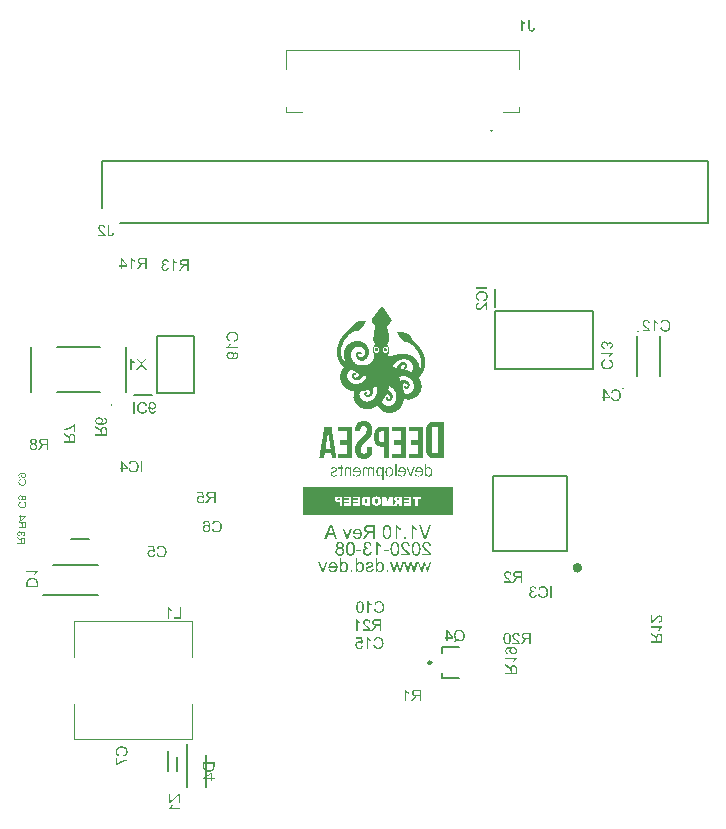
<source format=gbo>
G04*
G04 #@! TF.GenerationSoftware,Altium Limited,Altium Designer,19.0.11 (319)*
G04*
G04 Layer_Color=32896*
%FSLAX24Y24*%
%MOIN*%
G70*
G01*
G75*
%ADD11C,0.0039*%
%ADD12C,0.0098*%
%ADD13C,0.0079*%
%ADD133C,0.0157*%
G36*
X12613Y16946D02*
X12620D01*
Y16939D01*
X12626D01*
Y16932D01*
X12633D01*
Y16926D01*
X12640D01*
Y16919D01*
X12646D01*
Y16912D01*
Y16905D01*
X12653D01*
Y16899D01*
X12660D01*
Y16892D01*
Y16885D01*
X12666D01*
Y16879D01*
Y16872D01*
X12673D01*
Y16865D01*
X12680D01*
Y16859D01*
Y16852D01*
X12686D01*
Y16845D01*
X12693D01*
Y16839D01*
Y16832D01*
X12700D01*
Y16825D01*
X12707D01*
Y16819D01*
Y16812D01*
X12713D01*
Y16805D01*
X12720D01*
Y16798D01*
Y16792D01*
X12727D01*
Y16785D01*
X12733D01*
Y16778D01*
Y16772D01*
X12740D01*
Y16765D01*
X12747D01*
Y16758D01*
Y16752D01*
X12753D01*
Y16745D01*
Y16738D01*
X12767D01*
Y16732D01*
Y16725D01*
X12773D01*
Y16718D01*
Y16711D01*
X12780D01*
Y16705D01*
X12787D01*
Y16698D01*
X12793D01*
Y16691D01*
Y16685D01*
X12800D01*
Y16678D01*
X12807D01*
Y16671D01*
Y16665D01*
X12814D01*
Y16658D01*
X12820D01*
Y16651D01*
Y16645D01*
X12827D01*
Y16638D01*
X12834D01*
Y16631D01*
Y16625D01*
X12840D01*
Y16618D01*
Y16611D01*
X12847D01*
Y16604D01*
X12854D01*
Y16598D01*
Y16591D01*
X12860D01*
Y16584D01*
Y16578D01*
X12867D01*
Y16571D01*
X12874D01*
Y16564D01*
X12880D01*
Y16558D01*
Y16551D01*
X12887D01*
Y16544D01*
X12894D01*
Y16538D01*
Y16531D01*
X12901D01*
Y16524D01*
X12907D01*
Y16517D01*
Y16511D01*
Y16504D01*
Y16497D01*
X12914D01*
Y16491D01*
X12907D01*
Y16484D01*
Y16477D01*
Y16471D01*
X12901D01*
Y16464D01*
X12894D01*
Y16457D01*
X12887D01*
Y16451D01*
X12880D01*
Y16444D01*
Y16437D01*
X12874D01*
Y16431D01*
X12867D01*
Y16424D01*
X12860D01*
Y16417D01*
Y16410D01*
X12854D01*
Y16404D01*
X12847D01*
Y16397D01*
X12840D01*
Y16390D01*
X12834D01*
Y16384D01*
Y16377D01*
X12827D01*
Y16370D01*
X12820D01*
Y16364D01*
X12814D01*
Y16357D01*
Y16350D01*
X12807D01*
Y16344D01*
X12800D01*
Y16337D01*
X12793D01*
Y16330D01*
Y16323D01*
X12780D01*
Y16317D01*
Y16310D01*
X12773D01*
Y16303D01*
X12767D01*
Y16297D01*
Y16290D01*
X12760D01*
Y16283D01*
Y16277D01*
Y16270D01*
X12767D01*
Y16263D01*
X12760D01*
Y16257D01*
Y16250D01*
X12767D01*
Y16243D01*
Y16237D01*
Y16230D01*
Y16223D01*
X12773D01*
Y16216D01*
Y16210D01*
Y16203D01*
X12780D01*
Y16196D01*
X12773D01*
Y16190D01*
X12780D01*
Y16183D01*
Y16176D01*
Y16170D01*
Y16163D01*
X12787D01*
Y16156D01*
Y16150D01*
Y16143D01*
X12793D01*
Y16136D01*
Y16129D01*
Y16123D01*
Y16116D01*
Y16109D01*
Y16103D01*
Y16096D01*
X12800D01*
Y16089D01*
Y16083D01*
Y16076D01*
Y16069D01*
X12807D01*
Y16063D01*
Y16056D01*
Y16049D01*
Y16043D01*
Y16036D01*
Y16029D01*
Y16022D01*
Y16016D01*
Y16009D01*
Y16002D01*
X12814D01*
Y15996D01*
Y15989D01*
Y15982D01*
Y15976D01*
Y15969D01*
Y15962D01*
Y15956D01*
Y15949D01*
Y15942D01*
X12820D01*
Y15935D01*
Y15929D01*
Y15922D01*
Y15915D01*
Y15909D01*
Y15902D01*
Y15895D01*
Y15889D01*
Y15882D01*
Y15875D01*
Y15869D01*
Y15862D01*
Y15855D01*
Y15849D01*
Y15842D01*
Y15835D01*
Y15828D01*
X12814D01*
Y15822D01*
Y15815D01*
Y15808D01*
Y15802D01*
Y15795D01*
X12807D01*
Y15788D01*
Y15782D01*
Y15775D01*
Y15768D01*
Y15762D01*
X12800D01*
Y15755D01*
X12793D01*
Y15748D01*
Y15741D01*
X12787D01*
Y15735D01*
X12780D01*
Y15728D01*
X12773D01*
Y15721D01*
X12760D01*
Y15715D01*
X12747D01*
Y15708D01*
Y15701D01*
X12753D01*
Y15695D01*
Y15688D01*
X12760D01*
Y15681D01*
X12767D01*
Y15675D01*
Y15668D01*
X12780D01*
Y15661D01*
Y15655D01*
Y15648D01*
X12793D01*
Y15641D01*
Y15634D01*
X12800D01*
Y15628D01*
Y15621D01*
X12807D01*
Y15614D01*
Y15608D01*
Y15601D01*
Y15594D01*
X12814D01*
Y15588D01*
Y15581D01*
X12820D01*
Y15574D01*
Y15568D01*
Y15561D01*
Y15554D01*
Y15547D01*
Y15541D01*
Y15534D01*
Y15527D01*
Y15521D01*
Y15514D01*
Y15507D01*
Y15501D01*
Y15494D01*
Y15487D01*
Y15481D01*
Y15474D01*
Y15467D01*
Y15461D01*
Y15454D01*
Y15447D01*
Y15440D01*
Y15434D01*
X12814D01*
Y15427D01*
Y15420D01*
Y15414D01*
X12807D01*
Y15407D01*
Y15400D01*
Y15394D01*
Y15387D01*
Y15380D01*
X12800D01*
Y15374D01*
Y15367D01*
X12793D01*
Y15360D01*
Y15353D01*
Y15347D01*
Y15340D01*
Y15333D01*
Y15327D01*
X12800D01*
Y15320D01*
Y15313D01*
X12807D01*
Y15307D01*
X12814D01*
Y15300D01*
X12820D01*
Y15293D01*
X12887D01*
Y15300D01*
X12907D01*
Y15307D01*
X12927D01*
Y15313D01*
X12947D01*
Y15320D01*
X12961D01*
Y15327D01*
X12981D01*
Y15333D01*
X13001D01*
Y15340D01*
X13021D01*
Y15347D01*
X13041D01*
Y15353D01*
X13074D01*
Y15360D01*
X13095D01*
Y15367D01*
X13135D01*
Y15374D01*
X13188D01*
Y15380D01*
X13282D01*
Y15374D01*
X13342D01*
Y15367D01*
X13416D01*
Y15360D01*
X13442D01*
Y15353D01*
X13476D01*
Y15347D01*
X13496D01*
Y15340D01*
X13516D01*
Y15333D01*
X13536D01*
Y15327D01*
X13556D01*
Y15320D01*
X13563D01*
Y15313D01*
X13583D01*
Y15307D01*
X13590D01*
Y15300D01*
X13603D01*
Y15293D01*
X13616D01*
Y15287D01*
X13630D01*
Y15280D01*
X13636D01*
Y15273D01*
X13643D01*
Y15267D01*
X13656D01*
Y15260D01*
X13663D01*
Y15253D01*
X13677D01*
Y15246D01*
X13683D01*
Y15240D01*
X13690D01*
Y15233D01*
Y15226D01*
X13703D01*
Y15220D01*
Y15213D01*
X13717D01*
Y15206D01*
Y15200D01*
X13730D01*
Y15193D01*
Y15186D01*
Y15180D01*
X13743D01*
Y15173D01*
Y15166D01*
X13750D01*
Y15159D01*
X13757D01*
Y15153D01*
Y15146D01*
X13764D01*
Y15139D01*
X13770D01*
Y15133D01*
Y15126D01*
X13777D01*
Y15119D01*
Y15113D01*
X13784D01*
Y15106D01*
Y15099D01*
Y15093D01*
X13790D01*
Y15086D01*
X13797D01*
Y15079D01*
Y15073D01*
Y15066D01*
X13804D01*
Y15059D01*
Y15052D01*
X13810D01*
Y15046D01*
Y15039D01*
Y15032D01*
Y15026D01*
X13817D01*
Y15019D01*
Y15012D01*
Y15006D01*
X13824D01*
Y14999D01*
Y14992D01*
Y14986D01*
Y14979D01*
Y14972D01*
X13830D01*
Y14965D01*
Y14959D01*
Y14952D01*
Y14945D01*
Y14939D01*
X13837D01*
Y14932D01*
Y14925D01*
Y14919D01*
Y14912D01*
Y14905D01*
Y14899D01*
Y14892D01*
Y14885D01*
Y14879D01*
Y14872D01*
X13844D01*
Y14879D01*
X13850D01*
Y14885D01*
X13857D01*
Y14892D01*
X13864D01*
Y14899D01*
Y14905D01*
Y14912D01*
X13871D01*
Y14919D01*
Y14925D01*
X13877D01*
Y14932D01*
Y14939D01*
Y14945D01*
Y14952D01*
Y14959D01*
Y14965D01*
X13884D01*
Y14972D01*
Y14979D01*
Y14986D01*
X13891D01*
Y14992D01*
Y14999D01*
Y15006D01*
Y15012D01*
Y15019D01*
Y15026D01*
Y15032D01*
Y15039D01*
Y15046D01*
Y15052D01*
Y15059D01*
Y15066D01*
Y15073D01*
Y15079D01*
Y15086D01*
Y15093D01*
Y15099D01*
Y15106D01*
Y15113D01*
Y15119D01*
Y15126D01*
Y15133D01*
Y15139D01*
Y15146D01*
Y15153D01*
Y15159D01*
Y15166D01*
X13884D01*
Y15173D01*
Y15180D01*
Y15186D01*
Y15193D01*
X13877D01*
Y15200D01*
Y15206D01*
Y15213D01*
Y15220D01*
Y15226D01*
X13871D01*
Y15233D01*
Y15240D01*
X13864D01*
Y15246D01*
Y15253D01*
Y15260D01*
Y15267D01*
X13857D01*
Y15273D01*
Y15280D01*
X13850D01*
Y15287D01*
Y15293D01*
Y15300D01*
Y15307D01*
X13844D01*
Y15313D01*
Y15320D01*
X13837D01*
Y15327D01*
Y15333D01*
Y15340D01*
X13830D01*
Y15347D01*
X13824D01*
Y15353D01*
Y15360D01*
Y15367D01*
Y15374D01*
X13817D01*
Y15380D01*
X13810D01*
Y15387D01*
Y15394D01*
X13804D01*
Y15400D01*
Y15407D01*
X13797D01*
Y15414D01*
Y15420D01*
X13790D01*
Y15427D01*
X13784D01*
Y15434D01*
Y15440D01*
X13777D01*
Y15447D01*
Y15454D01*
Y15461D01*
X13764D01*
Y15467D01*
Y15474D01*
X13757D01*
Y15481D01*
Y15487D01*
X13750D01*
Y15494D01*
Y15501D01*
X13737D01*
Y15507D01*
Y15514D01*
X13730D01*
Y15521D01*
X13723D01*
Y15527D01*
Y15534D01*
X13717D01*
Y15541D01*
X13710D01*
Y15547D01*
Y15554D01*
X13697D01*
Y15561D01*
Y15568D01*
X13690D01*
Y15574D01*
X13683D01*
Y15581D01*
X13677D01*
Y15588D01*
Y15594D01*
X13670D01*
Y15601D01*
X13663D01*
Y15608D01*
X13656D01*
Y15614D01*
X13650D01*
Y15621D01*
X13643D01*
Y15628D01*
X13636D01*
Y15634D01*
X13630D01*
Y15641D01*
X13623D01*
Y15648D01*
X13616D01*
Y15655D01*
X13610D01*
Y15661D01*
X13603D01*
Y15668D01*
X13596D01*
Y15675D01*
X13590D01*
Y15681D01*
X13583D01*
Y15688D01*
X13569D01*
Y15695D01*
X13563D01*
Y15701D01*
X13549D01*
Y15708D01*
X13543D01*
Y15715D01*
X13536D01*
Y15721D01*
X13529D01*
Y15728D01*
X13516D01*
Y15735D01*
X13503D01*
Y15741D01*
X13496D01*
Y15748D01*
X13476D01*
Y15755D01*
X13462D01*
Y15762D01*
X13429D01*
Y15768D01*
X13402D01*
Y15775D01*
X13369D01*
Y15782D01*
X13355D01*
Y15788D01*
X13335D01*
Y15795D01*
X13329D01*
Y15802D01*
X13315D01*
Y15808D01*
X13302D01*
Y15815D01*
X13295D01*
Y15822D01*
X13289D01*
Y15828D01*
X13275D01*
Y15835D01*
X13268D01*
Y15842D01*
X13262D01*
Y15849D01*
X13255D01*
Y15855D01*
X13248D01*
Y15862D01*
X13242D01*
Y15869D01*
X13235D01*
Y15875D01*
X13228D01*
Y15882D01*
X13222D01*
Y15889D01*
X13215D01*
Y15895D01*
X13208D01*
Y15902D01*
Y15909D01*
X13202D01*
Y15915D01*
X13195D01*
Y15922D01*
Y15929D01*
X13181D01*
Y15935D01*
Y15942D01*
X13175D01*
Y15949D01*
Y15956D01*
X13168D01*
Y15962D01*
Y15969D01*
X13155D01*
Y15976D01*
Y15982D01*
X13148D01*
Y15989D01*
Y15996D01*
X13141D01*
Y16002D01*
Y16009D01*
Y16016D01*
X13128D01*
Y16022D01*
Y16029D01*
Y16036D01*
X13121D01*
Y16043D01*
X13115D01*
Y16049D01*
Y16056D01*
Y16063D01*
X13108D01*
Y16069D01*
X13101D01*
Y16076D01*
Y16083D01*
Y16089D01*
Y16096D01*
X13095D01*
Y16103D01*
X13128D01*
Y16109D01*
X13215D01*
Y16103D01*
X13295D01*
Y16096D01*
X13322D01*
Y16089D01*
X13349D01*
Y16083D01*
X13369D01*
Y16076D01*
X13389D01*
Y16069D01*
X13402D01*
Y16063D01*
X13422D01*
Y16056D01*
X13436D01*
Y16049D01*
X13442D01*
Y16043D01*
X13456D01*
Y16036D01*
X13469D01*
Y16029D01*
X13476D01*
Y16022D01*
X13483D01*
Y16016D01*
X13496D01*
Y16009D01*
X13503D01*
Y16002D01*
X13509D01*
Y15996D01*
X13516D01*
Y15989D01*
X13523D01*
Y15982D01*
X13529D01*
Y15976D01*
X13536D01*
Y15969D01*
X13543D01*
Y15962D01*
Y15956D01*
X13549D01*
Y15949D01*
X13556D01*
Y15942D01*
Y15935D01*
X13569D01*
Y15929D01*
Y15922D01*
Y15915D01*
X13576D01*
Y15909D01*
Y15902D01*
X13583D01*
Y15895D01*
X13590D01*
Y15889D01*
Y15882D01*
Y15875D01*
X13596D01*
Y15869D01*
Y15862D01*
X13603D01*
Y15855D01*
Y15849D01*
Y15842D01*
X13610D01*
Y15835D01*
X13616D01*
Y15828D01*
X13623D01*
Y15822D01*
X13630D01*
Y15815D01*
X13636D01*
Y15808D01*
X13650D01*
Y15802D01*
X13656D01*
Y15795D01*
X13663D01*
Y15788D01*
X13670D01*
Y15782D01*
X13677D01*
Y15775D01*
X13683D01*
Y15768D01*
X13690D01*
Y15762D01*
X13697D01*
Y15755D01*
X13703D01*
Y15748D01*
X13710D01*
Y15741D01*
X13717D01*
Y15735D01*
X13723D01*
Y15728D01*
X13730D01*
Y15721D01*
X13737D01*
Y15715D01*
X13743D01*
Y15708D01*
X13750D01*
Y15701D01*
Y15695D01*
X13757D01*
Y15688D01*
X13764D01*
Y15681D01*
X13770D01*
Y15675D01*
X13777D01*
Y15668D01*
X13784D01*
Y15661D01*
Y15655D01*
X13797D01*
Y15648D01*
X13804D01*
Y15641D01*
X13810D01*
Y15634D01*
Y15628D01*
X13817D01*
Y15621D01*
X13824D01*
Y15614D01*
Y15608D01*
X13830D01*
Y15601D01*
X13837D01*
Y15594D01*
X13844D01*
Y15588D01*
X13850D01*
Y15581D01*
Y15574D01*
X13857D01*
Y15568D01*
Y15561D01*
X13864D01*
Y15554D01*
X13871D01*
Y15547D01*
Y15541D01*
X13884D01*
Y15534D01*
Y15527D01*
Y15521D01*
X13891D01*
Y15514D01*
X13897D01*
Y15507D01*
Y15501D01*
X13904D01*
Y15494D01*
X13911D01*
Y15487D01*
Y15481D01*
X13917D01*
Y15474D01*
Y15467D01*
X13924D01*
Y15461D01*
Y15454D01*
X13931D01*
Y15447D01*
Y15440D01*
X13937D01*
Y15434D01*
X13944D01*
Y15427D01*
Y15420D01*
Y15414D01*
X13951D01*
Y15407D01*
X13958D01*
Y15400D01*
X13951D01*
Y15394D01*
X13958D01*
Y15387D01*
Y15380D01*
X13964D01*
Y15374D01*
X13971D01*
Y15367D01*
X13964D01*
Y15360D01*
X13971D01*
Y15353D01*
X13978D01*
Y15347D01*
Y15340D01*
X13984D01*
Y15333D01*
Y15327D01*
Y15320D01*
Y15313D01*
X13991D01*
Y15307D01*
Y15300D01*
X13998D01*
Y15293D01*
Y15287D01*
Y15280D01*
Y15273D01*
X14004D01*
Y15267D01*
Y15260D01*
Y15253D01*
X14011D01*
Y15246D01*
Y15240D01*
Y15233D01*
Y15226D01*
Y15220D01*
Y15213D01*
X14018D01*
Y15206D01*
Y15200D01*
Y15193D01*
X14024D01*
Y15186D01*
Y15180D01*
Y15173D01*
Y15166D01*
Y15159D01*
Y15153D01*
Y15146D01*
Y15139D01*
Y15133D01*
Y15126D01*
Y15119D01*
Y15113D01*
Y15106D01*
Y15099D01*
Y15093D01*
Y15086D01*
Y15079D01*
Y15073D01*
Y15066D01*
Y15059D01*
Y15052D01*
Y15046D01*
Y15039D01*
Y15032D01*
Y15026D01*
Y15019D01*
Y15012D01*
Y15006D01*
Y14999D01*
Y14992D01*
Y14986D01*
Y14979D01*
X14018D01*
Y14972D01*
Y14965D01*
Y14959D01*
Y14952D01*
X14011D01*
Y14945D01*
Y14939D01*
Y14932D01*
Y14925D01*
Y14919D01*
Y14912D01*
X14004D01*
Y14905D01*
Y14899D01*
X13998D01*
Y14892D01*
Y14885D01*
Y14879D01*
Y14872D01*
X13991D01*
Y14865D01*
Y14858D01*
X13984D01*
Y14852D01*
Y14845D01*
Y14838D01*
X13978D01*
Y14832D01*
Y14825D01*
X13971D01*
Y14818D01*
Y14812D01*
Y14805D01*
X13964D01*
Y14798D01*
X13958D01*
Y14792D01*
Y14785D01*
Y14778D01*
X13951D01*
Y14771D01*
X13944D01*
Y14765D01*
Y14758D01*
Y14751D01*
X13937D01*
Y14745D01*
X13931D01*
Y14738D01*
X13924D01*
Y14731D01*
Y14725D01*
X13917D01*
Y14718D01*
Y14711D01*
X13911D01*
Y14705D01*
Y14698D01*
X13897D01*
Y14691D01*
Y14685D01*
Y14678D01*
X13884D01*
Y14671D01*
Y14664D01*
X13877D01*
Y14658D01*
X13871D01*
Y14651D01*
Y14644D01*
X13864D01*
Y14638D01*
X13857D01*
Y14631D01*
Y14624D01*
X13850D01*
Y14618D01*
X13844D01*
Y14611D01*
X13837D01*
Y14604D01*
X13830D01*
Y14598D01*
X13817D01*
Y14591D01*
Y14584D01*
Y14577D01*
X13824D01*
Y14571D01*
X13830D01*
Y14564D01*
Y14557D01*
X13837D01*
Y14551D01*
Y14544D01*
X13844D01*
Y14537D01*
X13850D01*
Y14531D01*
Y14524D01*
X13857D01*
Y14517D01*
Y14511D01*
Y14504D01*
X13864D01*
Y14497D01*
Y14491D01*
X13871D01*
Y14484D01*
Y14477D01*
Y14470D01*
X13877D01*
Y14464D01*
Y14457D01*
X13884D01*
Y14450D01*
Y14444D01*
Y14437D01*
Y14430D01*
X13891D01*
Y14424D01*
Y14417D01*
Y14410D01*
X13897D01*
Y14404D01*
Y14397D01*
Y14390D01*
Y14383D01*
Y14377D01*
Y14370D01*
Y14363D01*
Y14357D01*
X13904D01*
Y14350D01*
Y14343D01*
Y14337D01*
Y14330D01*
Y14323D01*
Y14317D01*
Y14310D01*
Y14303D01*
Y14296D01*
Y14290D01*
Y14283D01*
Y14276D01*
Y14270D01*
Y14263D01*
Y14256D01*
Y14250D01*
Y14243D01*
X13897D01*
Y14236D01*
Y14230D01*
Y14223D01*
Y14216D01*
Y14210D01*
Y14203D01*
Y14196D01*
Y14189D01*
X13891D01*
Y14183D01*
Y14176D01*
X13884D01*
Y14169D01*
Y14163D01*
Y14156D01*
Y14149D01*
X13877D01*
Y14143D01*
Y14136D01*
X13871D01*
Y14129D01*
Y14123D01*
Y14116D01*
X13864D01*
Y14109D01*
Y14102D01*
X13857D01*
Y14096D01*
Y14089D01*
X13850D01*
Y14082D01*
X13844D01*
Y14076D01*
Y14069D01*
Y14062D01*
X13830D01*
Y14056D01*
Y14049D01*
X13824D01*
Y14042D01*
Y14036D01*
X13817D01*
Y14029D01*
X13810D01*
Y14022D01*
X13804D01*
Y14016D01*
Y14009D01*
X13797D01*
Y14002D01*
X13790D01*
Y13995D01*
X13784D01*
Y13989D01*
X13777D01*
Y13982D01*
X13770D01*
Y13975D01*
X13764D01*
Y13969D01*
X13757D01*
Y13962D01*
X13743D01*
Y13955D01*
X13737D01*
Y13949D01*
X13730D01*
Y13942D01*
X13717D01*
Y13935D01*
X13710D01*
Y13929D01*
X13703D01*
Y13922D01*
X13690D01*
Y13915D01*
X13677D01*
Y13908D01*
X13670D01*
Y13902D01*
X13650D01*
Y13895D01*
X13636D01*
Y13888D01*
X13616D01*
Y13882D01*
X13603D01*
Y13875D01*
X13576D01*
Y13868D01*
X13556D01*
Y13862D01*
X13509D01*
Y13855D01*
X13422D01*
Y13862D01*
X13329D01*
Y13868D01*
X13315D01*
Y13862D01*
Y13855D01*
Y13848D01*
Y13842D01*
X13309D01*
Y13835D01*
Y13828D01*
Y13822D01*
X13302D01*
Y13815D01*
Y13808D01*
Y13801D01*
Y13795D01*
Y13788D01*
X13295D01*
Y13781D01*
Y13775D01*
X13289D01*
Y13768D01*
Y13761D01*
Y13755D01*
Y13748D01*
Y13741D01*
X13282D01*
Y13735D01*
Y13728D01*
X13275D01*
Y13721D01*
Y13714D01*
Y13708D01*
X13268D01*
Y13701D01*
Y13694D01*
X13262D01*
Y13688D01*
Y13681D01*
X13255D01*
Y13674D01*
X13262D01*
Y13668D01*
X13255D01*
Y13661D01*
X13248D01*
Y13654D01*
Y13648D01*
X13242D01*
Y13641D01*
Y13634D01*
X13235D01*
Y13628D01*
Y13621D01*
X13228D01*
Y13614D01*
X13222D01*
Y13607D01*
Y13601D01*
X13215D01*
Y13594D01*
Y13587D01*
X13208D01*
Y13581D01*
X13195D01*
Y13574D01*
Y13567D01*
X13188D01*
Y13561D01*
X13181D01*
Y13554D01*
X13175D01*
Y13547D01*
X13168D01*
Y13541D01*
X13161D01*
Y13534D01*
X13155D01*
Y13527D01*
X13148D01*
Y13520D01*
X13141D01*
Y13514D01*
X13135D01*
Y13507D01*
X13128D01*
Y13500D01*
X13115D01*
Y13494D01*
X13101D01*
Y13487D01*
X13095D01*
Y13480D01*
X13088D01*
Y13474D01*
X13074D01*
Y13467D01*
X13061D01*
Y13460D01*
X13048D01*
Y13454D01*
X13028D01*
Y13447D01*
X13014D01*
Y13440D01*
X12994D01*
Y13434D01*
X12974D01*
Y13427D01*
X12954D01*
Y13420D01*
X12907D01*
Y13413D01*
X12854D01*
Y13407D01*
X12820D01*
Y13413D01*
X12767D01*
Y13420D01*
X12720D01*
Y13427D01*
X12707D01*
Y13434D01*
X12680D01*
Y13440D01*
X12666D01*
Y13447D01*
X12653D01*
Y13454D01*
X12633D01*
Y13460D01*
X12620D01*
Y13467D01*
X12613D01*
Y13474D01*
X12599D01*
Y13480D01*
X12586D01*
Y13487D01*
X12579D01*
Y13494D01*
X12573D01*
Y13500D01*
X12566D01*
Y13507D01*
X12559D01*
Y13514D01*
X12553D01*
Y13520D01*
X12539D01*
Y13527D01*
X12533D01*
Y13534D01*
X12526D01*
Y13541D01*
X12519D01*
Y13547D01*
X12513D01*
Y13554D01*
X12506D01*
Y13561D01*
Y13567D01*
X12499D01*
Y13574D01*
X12492D01*
Y13581D01*
X12486D01*
Y13587D01*
X12479D01*
Y13594D01*
X12472D01*
Y13601D01*
Y13607D01*
X12466D01*
Y13614D01*
X12459D01*
Y13621D01*
Y13628D01*
X12452D01*
Y13634D01*
X12446D01*
Y13641D01*
Y13648D01*
Y13654D01*
X12426D01*
Y13648D01*
X12419D01*
Y13641D01*
X12405D01*
Y13634D01*
X12392D01*
Y13628D01*
X12385D01*
Y13621D01*
X12372D01*
Y13614D01*
X12365D01*
Y13607D01*
X12352D01*
Y13601D01*
X12339D01*
Y13594D01*
X12325D01*
Y13587D01*
X12312D01*
Y13581D01*
X12298D01*
Y13574D01*
X12285D01*
Y13567D01*
X12265D01*
Y13561D01*
X12245D01*
Y13554D01*
X12225D01*
Y13547D01*
X12205D01*
Y13541D01*
X12185D01*
Y13534D01*
X12104D01*
Y13527D01*
X12084D01*
Y13534D01*
X12004D01*
Y13541D01*
X11984D01*
Y13547D01*
X11964D01*
Y13554D01*
X11944D01*
Y13561D01*
X11931D01*
Y13567D01*
X11910D01*
Y13574D01*
X11897D01*
Y13581D01*
X11884D01*
Y13587D01*
X11870D01*
Y13594D01*
X11864D01*
Y13601D01*
X11850D01*
Y13607D01*
X11837D01*
Y13614D01*
X11830D01*
Y13621D01*
X11823D01*
Y13628D01*
X11817D01*
Y13634D01*
X11803D01*
Y13641D01*
X11797D01*
Y13648D01*
X11790D01*
Y13654D01*
X11777D01*
Y13661D01*
X11770D01*
Y13668D01*
X11763D01*
Y13674D01*
X11757D01*
Y13681D01*
X11750D01*
Y13688D01*
X11743D01*
Y13694D01*
Y13701D01*
X11737D01*
Y13708D01*
X11730D01*
Y13714D01*
X11723D01*
Y13721D01*
Y13728D01*
X11716D01*
Y13735D01*
X11710D01*
Y13741D01*
X11703D01*
Y13748D01*
Y13755D01*
X11696D01*
Y13761D01*
Y13768D01*
X11690D01*
Y13775D01*
X11683D01*
Y13781D01*
Y13788D01*
X11676D01*
Y13795D01*
Y13801D01*
Y13808D01*
X11670D01*
Y13815D01*
X11663D01*
Y13822D01*
Y13828D01*
Y13835D01*
X11656D01*
Y13842D01*
Y13848D01*
X11650D01*
Y13855D01*
X11656D01*
Y13862D01*
Y13868D01*
X11650D01*
Y13875D01*
Y13882D01*
Y13888D01*
X11643D01*
Y13895D01*
Y13902D01*
Y13908D01*
Y13915D01*
Y13922D01*
X11636D01*
Y13929D01*
X11643D01*
Y13935D01*
Y13942D01*
Y13949D01*
Y13955D01*
Y13962D01*
Y13969D01*
Y13975D01*
Y13982D01*
Y13989D01*
Y13995D01*
Y14002D01*
Y14009D01*
Y14016D01*
Y14022D01*
Y14029D01*
X11636D01*
Y14036D01*
X11643D01*
Y14042D01*
Y14049D01*
Y14056D01*
Y14062D01*
X11650D01*
Y14069D01*
Y14076D01*
Y14082D01*
Y14089D01*
X11656D01*
Y14096D01*
Y14102D01*
X11650D01*
Y14109D01*
X11656D01*
Y14116D01*
Y14123D01*
Y14129D01*
X11629D01*
Y14136D01*
X11609D01*
Y14143D01*
X11569D01*
Y14149D01*
X11549D01*
Y14156D01*
X11536D01*
Y14163D01*
X11509D01*
Y14169D01*
X11496D01*
Y14176D01*
X11476D01*
Y14183D01*
X11462D01*
Y14189D01*
X11449D01*
Y14196D01*
X11435D01*
Y14203D01*
X11422D01*
Y14210D01*
X11415D01*
Y14216D01*
X11395D01*
Y14223D01*
X11389D01*
Y14230D01*
X11382D01*
Y14236D01*
X11375D01*
Y14243D01*
X11362D01*
Y14250D01*
X11355D01*
Y14256D01*
X11342D01*
Y14263D01*
X11335D01*
Y14270D01*
X11328D01*
Y14276D01*
X11322D01*
Y14283D01*
X11315D01*
Y14290D01*
X11308D01*
Y14296D01*
X11302D01*
Y14303D01*
X11295D01*
Y14310D01*
Y14317D01*
X11288D01*
Y14323D01*
X11282D01*
Y14330D01*
Y14337D01*
X11275D01*
Y14343D01*
X11268D01*
Y14350D01*
X11262D01*
Y14357D01*
Y14363D01*
X11255D01*
Y14370D01*
Y14377D01*
Y14383D01*
X11248D01*
Y14390D01*
X11241D01*
Y14397D01*
Y14404D01*
Y14410D01*
X11235D01*
Y14417D01*
X11228D01*
Y14424D01*
Y14430D01*
Y14437D01*
Y14444D01*
X11221D01*
Y14450D01*
Y14457D01*
X11215D01*
Y14464D01*
Y14470D01*
Y14477D01*
Y14484D01*
X11208D01*
Y14491D01*
Y14497D01*
Y14504D01*
Y14511D01*
X11201D01*
Y14517D01*
Y14524D01*
Y14531D01*
Y14537D01*
Y14544D01*
Y14551D01*
Y14557D01*
Y14564D01*
Y14571D01*
X11195D01*
Y14577D01*
Y14584D01*
Y14591D01*
Y14598D01*
Y14604D01*
Y14611D01*
Y14618D01*
Y14624D01*
Y14631D01*
Y14638D01*
Y14644D01*
Y14651D01*
Y14658D01*
X11201D01*
Y14664D01*
Y14671D01*
Y14678D01*
Y14685D01*
Y14691D01*
Y14698D01*
Y14705D01*
Y14711D01*
Y14718D01*
X11208D01*
Y14725D01*
Y14731D01*
X11215D01*
Y14738D01*
Y14745D01*
Y14751D01*
Y14758D01*
X11221D01*
Y14765D01*
Y14771D01*
X11228D01*
Y14778D01*
Y14785D01*
Y14792D01*
Y14798D01*
X11235D01*
Y14805D01*
X11241D01*
Y14812D01*
Y14818D01*
Y14825D01*
X11248D01*
Y14832D01*
X11255D01*
Y14838D01*
Y14845D01*
X11262D01*
Y14852D01*
X11268D01*
Y14858D01*
Y14865D01*
X11275D01*
Y14872D01*
X11282D01*
Y14879D01*
Y14885D01*
X11288D01*
Y14892D01*
X11295D01*
Y14899D01*
X11302D01*
Y14905D01*
X11308D01*
Y14912D01*
X11315D01*
Y14919D01*
X11322D01*
Y14925D01*
Y14932D01*
X11315D01*
Y14939D01*
X11308D01*
Y14945D01*
X11302D01*
Y14952D01*
X11295D01*
Y14959D01*
X11288D01*
Y14965D01*
X11282D01*
Y14972D01*
X11275D01*
Y14979D01*
X11268D01*
Y14986D01*
X11262D01*
Y14992D01*
Y14999D01*
X11248D01*
Y15006D01*
X11241D01*
Y15012D01*
Y15019D01*
Y15026D01*
X11228D01*
Y15032D01*
Y15039D01*
X11221D01*
Y15046D01*
X11215D01*
Y15052D01*
Y15059D01*
X11201D01*
Y15066D01*
Y15073D01*
X11195D01*
Y15079D01*
Y15086D01*
X11188D01*
Y15093D01*
X11181D01*
Y15099D01*
Y15106D01*
X11175D01*
Y15113D01*
X11168D01*
Y15119D01*
Y15126D01*
Y15133D01*
X11155D01*
Y15139D01*
Y15146D01*
Y15153D01*
X11148D01*
Y15159D01*
Y15166D01*
X11141D01*
Y15173D01*
Y15180D01*
Y15186D01*
X11134D01*
Y15193D01*
X11128D01*
Y15200D01*
Y15206D01*
Y15213D01*
Y15220D01*
X11121D01*
Y15226D01*
Y15233D01*
X11114D01*
Y15240D01*
Y15246D01*
Y15253D01*
Y15260D01*
Y15267D01*
X11108D01*
Y15273D01*
Y15280D01*
X11101D01*
Y15287D01*
Y15293D01*
Y15300D01*
Y15307D01*
Y15313D01*
Y15320D01*
X11094D01*
Y15327D01*
Y15333D01*
Y15340D01*
X11088D01*
Y15347D01*
Y15353D01*
Y15360D01*
Y15367D01*
Y15374D01*
Y15380D01*
Y15387D01*
Y15394D01*
Y15400D01*
Y15407D01*
X11081D01*
Y15414D01*
Y15420D01*
Y15427D01*
Y15434D01*
Y15440D01*
Y15447D01*
Y15454D01*
Y15461D01*
Y15467D01*
Y15474D01*
Y15481D01*
Y15487D01*
Y15494D01*
X11088D01*
Y15501D01*
Y15507D01*
Y15514D01*
Y15521D01*
Y15527D01*
Y15534D01*
Y15541D01*
Y15547D01*
Y15554D01*
Y15561D01*
X11094D01*
Y15568D01*
Y15574D01*
Y15581D01*
X11101D01*
Y15588D01*
Y15594D01*
Y15601D01*
Y15608D01*
Y15614D01*
Y15621D01*
X11108D01*
Y15628D01*
Y15634D01*
X11114D01*
Y15641D01*
Y15648D01*
Y15655D01*
Y15661D01*
Y15668D01*
X11121D01*
Y15675D01*
Y15681D01*
X11128D01*
Y15688D01*
Y15695D01*
Y15701D01*
Y15708D01*
X11134D01*
Y15715D01*
Y15721D01*
X11141D01*
Y15728D01*
Y15735D01*
Y15741D01*
X11148D01*
Y15748D01*
Y15755D01*
X11155D01*
Y15762D01*
Y15768D01*
Y15775D01*
X11161D01*
Y15782D01*
X11168D01*
Y15788D01*
Y15795D01*
Y15802D01*
X11175D01*
Y15808D01*
Y15815D01*
X11181D01*
Y15822D01*
Y15828D01*
X11188D01*
Y15835D01*
X11195D01*
Y15842D01*
Y15849D01*
Y15855D01*
X11201D01*
Y15862D01*
X11208D01*
Y15869D01*
X11215D01*
Y15875D01*
Y15882D01*
X11221D01*
Y15889D01*
Y15895D01*
X11228D01*
Y15902D01*
Y15909D01*
X11241D01*
Y15915D01*
Y15922D01*
X11248D01*
Y15929D01*
Y15935D01*
X11255D01*
Y15942D01*
Y15949D01*
X11262D01*
Y15956D01*
X11268D01*
Y15962D01*
X11275D01*
Y15969D01*
X11282D01*
Y15976D01*
X11288D01*
Y15982D01*
Y15989D01*
X11295D01*
Y15996D01*
X11302D01*
Y16002D01*
X11308D01*
Y16009D01*
Y16016D01*
X11315D01*
Y16022D01*
X11322D01*
Y16029D01*
X11328D01*
Y16036D01*
X11335D01*
Y16043D01*
X11342D01*
Y16049D01*
X11349D01*
Y16056D01*
X11355D01*
Y16063D01*
Y16069D01*
X11362D01*
Y16076D01*
X11369D01*
Y16083D01*
X11375D01*
Y16089D01*
X11382D01*
Y16096D01*
X11389D01*
Y16103D01*
X11395D01*
Y16109D01*
X11402D01*
Y16116D01*
X11409D01*
Y16123D01*
X11415D01*
Y16129D01*
X11422D01*
Y16136D01*
X11435D01*
Y16143D01*
X11442D01*
Y16150D01*
X11449D01*
Y16156D01*
X11456D01*
Y16163D01*
X11462D01*
Y16170D01*
X11469D01*
Y16176D01*
X11476D01*
Y16183D01*
X11482D01*
Y16190D01*
X11489D01*
Y16196D01*
X11496D01*
Y16203D01*
X11502D01*
Y16210D01*
X11509D01*
Y16216D01*
X11516D01*
Y16223D01*
X11522D01*
Y16230D01*
X11536D01*
Y16237D01*
X11543D01*
Y16243D01*
X11556D01*
Y16250D01*
X11563D01*
Y16257D01*
X11569D01*
Y16263D01*
X11576D01*
Y16270D01*
Y16277D01*
X11583D01*
Y16283D01*
Y16290D01*
X11589D01*
Y16297D01*
X11596D01*
Y16303D01*
Y16310D01*
X11603D01*
Y16317D01*
Y16323D01*
X11609D01*
Y16330D01*
X11616D01*
Y16337D01*
X11623D01*
Y16344D01*
X11629D01*
Y16350D01*
X11636D01*
Y16357D01*
X11643D01*
Y16364D01*
X11650D01*
Y16370D01*
X11656D01*
Y16377D01*
X11663D01*
Y16384D01*
X11670D01*
Y16390D01*
X11676D01*
Y16397D01*
X11683D01*
Y16404D01*
X11690D01*
Y16410D01*
X11703D01*
Y16417D01*
X11716D01*
Y16424D01*
X11723D01*
Y16431D01*
X11737D01*
Y16437D01*
X11750D01*
Y16444D01*
X11770D01*
Y16451D01*
X11777D01*
Y16457D01*
X11803D01*
Y16464D01*
X11817D01*
Y16471D01*
X11850D01*
Y16477D01*
X11877D01*
Y16484D01*
X11944D01*
Y16491D01*
X12044D01*
Y16484D01*
Y16477D01*
X12038D01*
Y16471D01*
Y16464D01*
Y16457D01*
X12031D01*
Y16451D01*
Y16444D01*
Y16437D01*
X12024D01*
Y16431D01*
Y16424D01*
X12017D01*
Y16417D01*
Y16410D01*
X12011D01*
Y16404D01*
Y16397D01*
Y16390D01*
X12004D01*
Y16384D01*
X11997D01*
Y16377D01*
Y16370D01*
Y16364D01*
X11991D01*
Y16357D01*
X11984D01*
Y16350D01*
Y16344D01*
Y16337D01*
X11977D01*
Y16330D01*
X11971D01*
Y16323D01*
Y16317D01*
X11964D01*
Y16310D01*
X11957D01*
Y16303D01*
Y16297D01*
X11951D01*
Y16290D01*
Y16283D01*
X11944D01*
Y16277D01*
X11937D01*
Y16270D01*
Y16263D01*
X11931D01*
Y16257D01*
X11924D01*
Y16250D01*
X11917D01*
Y16243D01*
X11910D01*
Y16237D01*
X11904D01*
Y16230D01*
X11897D01*
Y16223D01*
Y16216D01*
X11890D01*
Y16210D01*
X11884D01*
Y16203D01*
X11870D01*
Y16196D01*
X11864D01*
Y16190D01*
X11857D01*
Y16183D01*
X11850D01*
Y16176D01*
X11844D01*
Y16170D01*
X11823D01*
Y16163D01*
X11817D01*
Y16156D01*
X11797D01*
Y16150D01*
X11790D01*
Y16143D01*
X11750D01*
Y16136D01*
X11716D01*
Y16129D01*
X11656D01*
Y16123D01*
X11636D01*
Y16116D01*
X11623D01*
Y16109D01*
X11609D01*
Y16103D01*
X11596D01*
Y16096D01*
X11589D01*
Y16089D01*
X11576D01*
Y16083D01*
X11563D01*
Y16076D01*
X11556D01*
Y16069D01*
X11549D01*
Y16063D01*
X11543D01*
Y16056D01*
X11536D01*
Y16049D01*
X11529D01*
Y16043D01*
X11516D01*
Y16036D01*
X11509D01*
Y16029D01*
X11502D01*
Y16022D01*
X11496D01*
Y16016D01*
X11489D01*
Y16009D01*
X11482D01*
Y16002D01*
X11476D01*
Y15996D01*
X11469D01*
Y15989D01*
X11462D01*
Y15982D01*
X11456D01*
Y15976D01*
X11449D01*
Y15969D01*
Y15962D01*
X11442D01*
Y15956D01*
X11435D01*
Y15949D01*
X11429D01*
Y15942D01*
X11422D01*
Y15935D01*
X11415D01*
Y15929D01*
X11409D01*
Y15922D01*
X11402D01*
Y15915D01*
Y15909D01*
X11395D01*
Y15902D01*
X11389D01*
Y15895D01*
X11382D01*
Y15889D01*
Y15882D01*
X11375D01*
Y15875D01*
Y15869D01*
X11362D01*
Y15862D01*
Y15855D01*
X11355D01*
Y15849D01*
Y15842D01*
X11349D01*
Y15835D01*
Y15828D01*
X11335D01*
Y15822D01*
Y15815D01*
Y15808D01*
X11328D01*
Y15802D01*
Y15795D01*
X11315D01*
Y15788D01*
Y15782D01*
Y15775D01*
X11308D01*
Y15768D01*
X11302D01*
Y15762D01*
Y15755D01*
Y15748D01*
X11295D01*
Y15741D01*
X11288D01*
Y15735D01*
Y15728D01*
Y15721D01*
X11282D01*
Y15715D01*
X11275D01*
Y15708D01*
Y15701D01*
Y15695D01*
Y15688D01*
X11268D01*
Y15681D01*
X11262D01*
Y15675D01*
Y15668D01*
Y15661D01*
Y15655D01*
X11255D01*
Y15648D01*
X11248D01*
Y15641D01*
Y15634D01*
Y15628D01*
Y15621D01*
Y15614D01*
X11241D01*
Y15608D01*
Y15601D01*
X11235D01*
Y15594D01*
Y15588D01*
Y15581D01*
X11228D01*
Y15574D01*
Y15568D01*
X11235D01*
Y15561D01*
X11228D01*
Y15554D01*
Y15547D01*
Y15541D01*
X11221D01*
Y15534D01*
Y15527D01*
Y15521D01*
Y15514D01*
Y15507D01*
X11215D01*
Y15501D01*
Y15494D01*
Y15487D01*
Y15481D01*
Y15474D01*
Y15467D01*
Y15461D01*
Y15454D01*
Y15447D01*
Y15440D01*
Y15434D01*
Y15427D01*
X11221D01*
Y15420D01*
X11215D01*
Y15414D01*
Y15407D01*
Y15400D01*
Y15394D01*
Y15387D01*
Y15380D01*
Y15374D01*
Y15367D01*
X11221D01*
Y15360D01*
Y15353D01*
Y15347D01*
Y15340D01*
X11228D01*
Y15333D01*
Y15327D01*
Y15320D01*
Y15313D01*
Y15307D01*
X11235D01*
Y15300D01*
Y15293D01*
X11241D01*
Y15287D01*
Y15280D01*
X11248D01*
Y15273D01*
Y15267D01*
Y15260D01*
X11255D01*
Y15253D01*
X11262D01*
Y15246D01*
Y15240D01*
Y15233D01*
X11268D01*
Y15226D01*
X11275D01*
Y15220D01*
Y15213D01*
Y15206D01*
X11282D01*
Y15200D01*
X11288D01*
Y15193D01*
X11295D01*
Y15186D01*
X11302D01*
Y15180D01*
Y15173D01*
X11308D01*
Y15166D01*
X11315D01*
Y15159D01*
Y15153D01*
X11322D01*
Y15146D01*
X11328D01*
Y15139D01*
X11335D01*
Y15133D01*
X11342D01*
Y15126D01*
X11349D01*
Y15119D01*
X11355D01*
Y15113D01*
X11375D01*
Y15119D01*
Y15126D01*
X11369D01*
Y15133D01*
Y15139D01*
X11362D01*
Y15146D01*
Y15153D01*
X11355D01*
Y15159D01*
Y15166D01*
Y15173D01*
X11349D01*
Y15180D01*
Y15186D01*
X11342D01*
Y15193D01*
Y15200D01*
Y15206D01*
Y15213D01*
X11335D01*
Y15220D01*
Y15226D01*
Y15233D01*
X11328D01*
Y15240D01*
Y15246D01*
Y15253D01*
Y15260D01*
Y15267D01*
X11322D01*
Y15273D01*
Y15280D01*
Y15287D01*
Y15293D01*
Y15300D01*
X11315D01*
Y15307D01*
Y15313D01*
Y15320D01*
Y15327D01*
Y15333D01*
Y15340D01*
Y15347D01*
Y15353D01*
Y15360D01*
Y15367D01*
Y15374D01*
Y15380D01*
Y15387D01*
Y15394D01*
Y15400D01*
Y15407D01*
X11322D01*
Y15414D01*
Y15420D01*
Y15427D01*
Y15434D01*
Y15440D01*
X11328D01*
Y15447D01*
Y15454D01*
Y15461D01*
Y15467D01*
Y15474D01*
Y15481D01*
X11335D01*
Y15487D01*
Y15494D01*
X11342D01*
Y15501D01*
Y15507D01*
Y15514D01*
X11349D01*
Y15521D01*
Y15527D01*
X11355D01*
Y15534D01*
Y15541D01*
Y15547D01*
X11362D01*
Y15554D01*
X11369D01*
Y15561D01*
Y15568D01*
Y15574D01*
X11375D01*
Y15581D01*
Y15588D01*
X11382D01*
Y15594D01*
X11389D01*
Y15601D01*
X11395D01*
Y15608D01*
Y15614D01*
X11402D01*
Y15621D01*
Y15628D01*
X11409D01*
Y15634D01*
X11415D01*
Y15641D01*
X11422D01*
Y15648D01*
X11429D01*
Y15655D01*
X11435D01*
Y15661D01*
X11442D01*
Y15668D01*
X11449D01*
Y15675D01*
X11456D01*
Y15681D01*
X11462D01*
Y15688D01*
X11469D01*
Y15695D01*
X11476D01*
Y15701D01*
X11482D01*
Y15708D01*
X11489D01*
Y15715D01*
X11496D01*
Y15721D01*
X11509D01*
Y15728D01*
X11516D01*
Y15735D01*
X11529D01*
Y15741D01*
X11536D01*
Y15748D01*
X11549D01*
Y15755D01*
X11563D01*
Y15762D01*
X11576D01*
Y15768D01*
X11589D01*
Y15775D01*
X11609D01*
Y15782D01*
X11623D01*
Y15788D01*
X11643D01*
Y15795D01*
X11670D01*
Y15802D01*
X11690D01*
Y15808D01*
X11844D01*
Y15802D01*
X11864D01*
Y15795D01*
X11884D01*
Y15788D01*
X11904D01*
Y15782D01*
X11917D01*
Y15775D01*
X11931D01*
Y15768D01*
X11944D01*
Y15762D01*
X11957D01*
Y15755D01*
X11971D01*
Y15748D01*
X11984D01*
Y15741D01*
X11991D01*
Y15735D01*
X12004D01*
Y15728D01*
Y15721D01*
X12017D01*
Y15715D01*
X12024D01*
Y15708D01*
X12031D01*
Y15701D01*
X12038D01*
Y15695D01*
X12044D01*
Y15688D01*
X12051D01*
Y15681D01*
X12058D01*
Y15675D01*
Y15668D01*
X12071D01*
Y15661D01*
Y15655D01*
X12078D01*
Y15648D01*
X12084D01*
Y15641D01*
Y15634D01*
X12091D01*
Y15628D01*
X12098D01*
Y15621D01*
Y15614D01*
Y15608D01*
X12104D01*
Y15601D01*
X12111D01*
Y15594D01*
Y15588D01*
Y15581D01*
X12118D01*
Y15574D01*
Y15568D01*
X12125D01*
Y15561D01*
Y15554D01*
Y15547D01*
X12131D01*
Y15541D01*
Y15534D01*
Y15527D01*
X12138D01*
Y15521D01*
Y15514D01*
Y15507D01*
Y15501D01*
Y15494D01*
Y15487D01*
Y15481D01*
X12145D01*
Y15474D01*
Y15467D01*
Y15461D01*
Y15454D01*
Y15447D01*
Y15440D01*
Y15434D01*
Y15427D01*
Y15420D01*
Y15414D01*
Y15407D01*
Y15400D01*
Y15394D01*
Y15387D01*
Y15380D01*
Y15374D01*
X12138D01*
Y15367D01*
Y15360D01*
Y15353D01*
Y15347D01*
Y15340D01*
Y15333D01*
X12131D01*
Y15327D01*
Y15320D01*
X12125D01*
Y15313D01*
Y15307D01*
Y15300D01*
Y15293D01*
X12118D01*
Y15287D01*
X12111D01*
Y15280D01*
Y15273D01*
Y15267D01*
X12098D01*
Y15260D01*
Y15253D01*
Y15246D01*
X12084D01*
Y15240D01*
Y15233D01*
X12078D01*
Y15226D01*
X12071D01*
Y15220D01*
X12064D01*
Y15213D01*
X12058D01*
Y15206D01*
X12051D01*
Y15200D01*
X12044D01*
Y15193D01*
X12031D01*
Y15186D01*
X12017D01*
Y15180D01*
X12011D01*
Y15173D01*
X11997D01*
Y15166D01*
X11971D01*
Y15159D01*
X11951D01*
Y15153D01*
X11877D01*
Y15159D01*
X11857D01*
Y15166D01*
X11830D01*
Y15173D01*
X11823D01*
Y15180D01*
X11803D01*
Y15186D01*
X11797D01*
Y15193D01*
X11790D01*
Y15200D01*
X11783D01*
Y15206D01*
X11777D01*
Y15213D01*
X11770D01*
Y15220D01*
X11763D01*
Y15226D01*
X11757D01*
Y15233D01*
X11750D01*
Y15240D01*
Y15246D01*
X11737D01*
Y15253D01*
Y15260D01*
Y15267D01*
X11730D01*
Y15273D01*
Y15280D01*
X11723D01*
Y15287D01*
Y15293D01*
Y15300D01*
Y15307D01*
Y15313D01*
X11716D01*
Y15320D01*
Y15327D01*
Y15333D01*
Y15340D01*
Y15347D01*
X11723D01*
Y15353D01*
Y15360D01*
Y15367D01*
Y15374D01*
Y15380D01*
X11730D01*
Y15387D01*
Y15394D01*
X11737D01*
Y15400D01*
Y15407D01*
X11743D01*
Y15414D01*
X11750D01*
Y15420D01*
Y15427D01*
X11763D01*
Y15434D01*
X11770D01*
Y15440D01*
X11790D01*
Y15447D01*
X11803D01*
Y15454D01*
X11850D01*
Y15447D01*
X11864D01*
Y15440D01*
X11877D01*
Y15434D01*
X11890D01*
Y15427D01*
X11897D01*
Y15420D01*
Y15414D01*
Y15407D01*
X11904D01*
Y15400D01*
X11910D01*
Y15394D01*
Y15387D01*
Y15380D01*
X11904D01*
Y15374D01*
Y15367D01*
X11890D01*
Y15360D01*
X11864D01*
Y15367D01*
X11844D01*
Y15374D01*
X11830D01*
Y15380D01*
X11803D01*
Y15374D01*
X11790D01*
Y15367D01*
Y15360D01*
X11783D01*
Y15353D01*
Y15347D01*
Y15340D01*
Y15333D01*
Y15327D01*
Y15320D01*
Y15313D01*
X11797D01*
Y15307D01*
X11803D01*
Y15300D01*
X11810D01*
Y15293D01*
X11817D01*
Y15287D01*
X11830D01*
Y15280D01*
X11844D01*
Y15273D01*
X11864D01*
Y15267D01*
X11897D01*
Y15273D01*
X11917D01*
Y15280D01*
X11937D01*
Y15287D01*
X11944D01*
Y15293D01*
X11957D01*
Y15300D01*
X11964D01*
Y15307D01*
X11971D01*
Y15313D01*
X11977D01*
Y15320D01*
X11984D01*
Y15327D01*
X11991D01*
Y15333D01*
X11997D01*
Y15340D01*
X12004D01*
Y15347D01*
Y15353D01*
Y15360D01*
X12011D01*
Y15367D01*
X12017D01*
Y15374D01*
Y15380D01*
Y15387D01*
Y15394D01*
X12024D01*
Y15400D01*
Y15407D01*
Y15414D01*
Y15420D01*
Y15427D01*
Y15434D01*
X12017D01*
Y15440D01*
Y15447D01*
Y15454D01*
Y15461D01*
X12011D01*
Y15467D01*
Y15474D01*
X12004D01*
Y15481D01*
X12011D01*
Y15487D01*
X12004D01*
Y15494D01*
X11997D01*
Y15501D01*
Y15507D01*
X11991D01*
Y15514D01*
Y15521D01*
X11977D01*
Y15527D01*
Y15534D01*
X11971D01*
Y15541D01*
X11964D01*
Y15547D01*
X11957D01*
Y15554D01*
X11951D01*
Y15561D01*
X11944D01*
Y15568D01*
X11937D01*
Y15574D01*
X11924D01*
Y15581D01*
X11917D01*
Y15588D01*
X11904D01*
Y15594D01*
X11890D01*
Y15601D01*
X11877D01*
Y15608D01*
X11857D01*
Y15614D01*
X11830D01*
Y15621D01*
X11750D01*
Y15614D01*
X11730D01*
Y15608D01*
X11710D01*
Y15601D01*
X11696D01*
Y15594D01*
X11690D01*
Y15588D01*
X11676D01*
Y15581D01*
X11670D01*
Y15574D01*
X11663D01*
Y15568D01*
X11656D01*
Y15561D01*
X11650D01*
Y15554D01*
X11643D01*
Y15547D01*
X11629D01*
Y15541D01*
Y15534D01*
X11623D01*
Y15527D01*
Y15521D01*
X11616D01*
Y15514D01*
Y15507D01*
X11603D01*
Y15501D01*
Y15494D01*
Y15487D01*
X11596D01*
Y15481D01*
Y15474D01*
X11589D01*
Y15467D01*
Y15461D01*
X11583D01*
Y15454D01*
Y15447D01*
X11576D01*
Y15440D01*
Y15434D01*
X11569D01*
Y15427D01*
Y15420D01*
Y15414D01*
Y15407D01*
Y15400D01*
X11563D01*
Y15394D01*
Y15387D01*
Y15380D01*
Y15374D01*
Y15367D01*
X11556D01*
Y15360D01*
Y15353D01*
Y15347D01*
Y15340D01*
Y15333D01*
Y15327D01*
Y15320D01*
Y15313D01*
Y15307D01*
X11563D01*
Y15300D01*
Y15293D01*
Y15287D01*
Y15280D01*
Y15273D01*
X11569D01*
Y15267D01*
Y15260D01*
Y15253D01*
Y15246D01*
Y15240D01*
X11576D01*
Y15233D01*
Y15226D01*
X11583D01*
Y15220D01*
Y15213D01*
X11589D01*
Y15206D01*
X11583D01*
Y15200D01*
X11589D01*
Y15193D01*
X11596D01*
Y15186D01*
Y15180D01*
X11603D01*
Y15173D01*
Y15166D01*
X11609D01*
Y15159D01*
X11616D01*
Y15153D01*
Y15146D01*
X11629D01*
Y15139D01*
Y15133D01*
X11636D01*
Y15126D01*
X11643D01*
Y15119D01*
X11650D01*
Y15113D01*
X11656D01*
Y15106D01*
X11663D01*
Y15099D01*
X11670D01*
Y15093D01*
X11676D01*
Y15086D01*
X11683D01*
Y15079D01*
X11690D01*
Y15073D01*
X11696D01*
Y15066D01*
X11703D01*
Y15059D01*
X11716D01*
Y15052D01*
X11730D01*
Y15046D01*
X11737D01*
Y15039D01*
X11750D01*
Y15032D01*
X11763D01*
Y15026D01*
X11783D01*
Y15019D01*
X11797D01*
Y15012D01*
X11830D01*
Y15006D01*
X11857D01*
Y14999D01*
X11997D01*
Y15006D01*
X12031D01*
Y15012D01*
X12064D01*
Y15019D01*
X12091D01*
Y15026D01*
X12111D01*
Y15032D01*
X12118D01*
Y15039D01*
X12138D01*
Y15046D01*
X12158D01*
Y15052D01*
X12171D01*
Y15059D01*
X12185D01*
Y15066D01*
X12191D01*
Y15073D01*
X12198D01*
Y15079D01*
X12205D01*
Y15086D01*
X12211D01*
Y15093D01*
X12225D01*
Y15099D01*
X12232D01*
Y15106D01*
X12238D01*
Y15113D01*
Y15119D01*
X12245D01*
Y15126D01*
X12252D01*
Y15133D01*
X12258D01*
Y15139D01*
X12265D01*
Y15146D01*
X12272D01*
Y15153D01*
X12278D01*
Y15159D01*
Y15166D01*
Y15173D01*
X12285D01*
Y15180D01*
Y15186D01*
X12292D01*
Y15193D01*
Y15200D01*
X12298D01*
Y15206D01*
Y15213D01*
X12305D01*
Y15220D01*
Y15226D01*
Y15233D01*
Y15240D01*
Y15246D01*
X12312D01*
Y15253D01*
Y15260D01*
Y15267D01*
Y15273D01*
X12319D01*
Y15280D01*
Y15287D01*
Y15293D01*
Y15300D01*
Y15307D01*
Y15313D01*
Y15320D01*
Y15327D01*
Y15333D01*
Y15340D01*
Y15347D01*
Y15353D01*
X12312D01*
Y15360D01*
Y15367D01*
X12305D01*
Y15374D01*
Y15380D01*
Y15387D01*
Y15394D01*
Y15400D01*
X12298D01*
Y15407D01*
Y15414D01*
X12292D01*
Y15420D01*
Y15427D01*
Y15434D01*
Y15440D01*
Y15447D01*
Y15454D01*
X12285D01*
Y15461D01*
Y15467D01*
Y15474D01*
Y15481D01*
Y15487D01*
Y15494D01*
Y15501D01*
Y15507D01*
Y15514D01*
Y15521D01*
Y15527D01*
Y15534D01*
Y15541D01*
Y15547D01*
Y15554D01*
Y15561D01*
X12292D01*
Y15568D01*
Y15574D01*
Y15581D01*
Y15588D01*
Y15594D01*
X12298D01*
Y15601D01*
Y15608D01*
X12305D01*
Y15614D01*
Y15621D01*
Y15628D01*
Y15634D01*
X12312D01*
Y15641D01*
Y15648D01*
X12319D01*
Y15655D01*
X12325D01*
Y15661D01*
X12332D01*
Y15668D01*
Y15675D01*
X12339D01*
Y15681D01*
X12345D01*
Y15688D01*
X12352D01*
Y15695D01*
X12359D01*
Y15701D01*
X12365D01*
Y15708D01*
Y15715D01*
X12359D01*
Y15721D01*
X12345D01*
Y15728D01*
X12339D01*
Y15735D01*
X12332D01*
Y15741D01*
Y15748D01*
X12319D01*
Y15755D01*
Y15762D01*
Y15768D01*
X12312D01*
Y15775D01*
X12305D01*
Y15782D01*
Y15788D01*
Y15795D01*
Y15802D01*
Y15808D01*
Y15815D01*
Y15822D01*
X12298D01*
Y15828D01*
Y15835D01*
Y15842D01*
Y15849D01*
Y15855D01*
Y15862D01*
Y15869D01*
Y15875D01*
Y15882D01*
Y15889D01*
Y15895D01*
Y15902D01*
Y15909D01*
Y15915D01*
Y15922D01*
Y15929D01*
Y15935D01*
X12305D01*
Y15942D01*
Y15949D01*
Y15956D01*
Y15962D01*
Y15969D01*
Y15976D01*
Y15982D01*
Y15989D01*
Y15996D01*
Y16002D01*
Y16009D01*
Y16016D01*
Y16022D01*
Y16029D01*
X12312D01*
Y16036D01*
Y16043D01*
Y16049D01*
Y16056D01*
Y16063D01*
X12319D01*
Y16069D01*
Y16076D01*
Y16083D01*
Y16089D01*
Y16096D01*
Y16103D01*
Y16109D01*
X12325D01*
Y16116D01*
Y16123D01*
Y16129D01*
X12332D01*
Y16136D01*
Y16143D01*
Y16150D01*
Y16156D01*
Y16163D01*
Y16170D01*
Y16176D01*
X12339D01*
Y16183D01*
Y16190D01*
Y16196D01*
Y16203D01*
X12345D01*
Y16210D01*
Y16216D01*
Y16223D01*
Y16230D01*
Y16237D01*
Y16243D01*
X12352D01*
Y16250D01*
Y16257D01*
Y16263D01*
Y16270D01*
X12359D01*
Y16277D01*
Y16283D01*
Y16290D01*
Y16297D01*
Y16303D01*
Y16310D01*
X12352D01*
Y16317D01*
X12345D01*
Y16323D01*
Y16330D01*
X12339D01*
Y16337D01*
X12332D01*
Y16344D01*
Y16350D01*
X12319D01*
Y16357D01*
Y16364D01*
Y16370D01*
X12305D01*
Y16377D01*
Y16384D01*
X12298D01*
Y16390D01*
X12292D01*
Y16397D01*
Y16404D01*
X12285D01*
Y16410D01*
X12278D01*
Y16417D01*
Y16424D01*
X12265D01*
Y16431D01*
Y16437D01*
X12258D01*
Y16444D01*
Y16451D01*
X12252D01*
Y16457D01*
X12245D01*
Y16464D01*
Y16471D01*
X12238D01*
Y16477D01*
Y16484D01*
X12232D01*
Y16491D01*
X12238D01*
Y16497D01*
Y16504D01*
X12232D01*
Y16511D01*
X12238D01*
Y16517D01*
Y16524D01*
Y16531D01*
X12245D01*
Y16538D01*
Y16544D01*
X12252D01*
Y16551D01*
X12258D01*
Y16558D01*
X12265D01*
Y16564D01*
Y16571D01*
X12272D01*
Y16578D01*
X12278D01*
Y16584D01*
Y16591D01*
X12285D01*
Y16598D01*
X12292D01*
Y16604D01*
X12298D01*
Y16611D01*
X12305D01*
Y16618D01*
Y16625D01*
X12312D01*
Y16631D01*
X12319D01*
Y16638D01*
Y16645D01*
X12325D01*
Y16651D01*
X12332D01*
Y16658D01*
X12339D01*
Y16665D01*
X12345D01*
Y16671D01*
Y16678D01*
X12352D01*
Y16685D01*
X12359D01*
Y16691D01*
Y16698D01*
X12365D01*
Y16705D01*
X12372D01*
Y16711D01*
X12379D01*
Y16718D01*
X12385D01*
Y16725D01*
Y16732D01*
X12392D01*
Y16738D01*
X12399D01*
Y16745D01*
X12405D01*
Y16752D01*
Y16758D01*
X12419D01*
Y16765D01*
Y16772D01*
X12426D01*
Y16778D01*
X12432D01*
Y16785D01*
Y16792D01*
X12439D01*
Y16798D01*
X12446D01*
Y16805D01*
Y16812D01*
X12459D01*
Y16819D01*
Y16825D01*
X12466D01*
Y16832D01*
X12472D01*
Y16839D01*
Y16845D01*
X12479D01*
Y16852D01*
X12486D01*
Y16859D01*
Y16865D01*
X12499D01*
Y16872D01*
Y16879D01*
X12506D01*
Y16885D01*
Y16892D01*
X12513D01*
Y16899D01*
X12519D01*
Y16905D01*
Y16912D01*
X12526D01*
Y16919D01*
X12533D01*
Y16926D01*
X12539D01*
Y16932D01*
X12546D01*
Y16939D01*
X12553D01*
Y16946D01*
X12566D01*
Y16952D01*
X12613D01*
Y16946D01*
D02*
G37*
G36*
X14647Y13119D02*
Y13112D01*
Y13106D01*
Y13099D01*
Y13092D01*
Y13086D01*
Y13079D01*
Y13072D01*
Y13066D01*
Y13059D01*
Y13052D01*
Y13046D01*
Y13039D01*
Y13032D01*
Y13025D01*
Y13019D01*
Y13012D01*
Y13005D01*
Y12999D01*
Y12992D01*
Y12985D01*
Y12979D01*
Y12972D01*
Y12965D01*
Y12959D01*
Y12952D01*
Y12945D01*
Y12938D01*
Y12932D01*
Y12925D01*
Y12918D01*
Y12912D01*
Y12905D01*
Y12898D01*
Y12892D01*
Y12885D01*
Y12878D01*
Y12872D01*
Y12865D01*
Y12858D01*
Y12852D01*
Y12845D01*
Y12838D01*
Y12831D01*
Y12825D01*
Y12818D01*
Y12811D01*
Y12805D01*
Y12798D01*
Y12791D01*
Y12785D01*
Y12778D01*
Y12771D01*
Y12765D01*
Y12758D01*
Y12751D01*
Y12744D01*
Y12738D01*
Y12731D01*
Y12724D01*
Y12718D01*
Y12711D01*
Y12704D01*
Y12698D01*
Y12691D01*
Y12684D01*
Y12678D01*
Y12671D01*
Y12664D01*
Y12658D01*
Y12651D01*
Y12644D01*
Y12637D01*
Y12631D01*
Y12624D01*
Y12617D01*
Y12611D01*
Y12604D01*
Y12597D01*
Y12591D01*
Y12584D01*
Y12577D01*
Y12571D01*
Y12564D01*
Y12557D01*
Y12550D01*
Y12544D01*
Y12537D01*
Y12530D01*
Y12524D01*
Y12517D01*
Y12510D01*
Y12504D01*
Y12497D01*
Y12490D01*
Y12484D01*
Y12477D01*
Y12470D01*
Y12464D01*
Y12457D01*
Y12450D01*
Y12443D01*
Y12437D01*
Y12430D01*
Y12423D01*
Y12417D01*
Y12410D01*
Y12403D01*
Y12397D01*
Y12390D01*
Y12383D01*
Y12377D01*
Y12370D01*
Y12363D01*
Y12356D01*
Y12350D01*
Y12343D01*
Y12336D01*
Y12330D01*
Y12323D01*
Y12316D01*
Y12310D01*
Y12303D01*
Y12296D01*
Y12290D01*
Y12283D01*
Y12276D01*
Y12270D01*
Y12263D01*
Y12256D01*
Y12249D01*
Y12243D01*
Y12236D01*
Y12229D01*
Y12223D01*
Y12216D01*
Y12209D01*
Y12203D01*
Y12196D01*
Y12189D01*
Y12183D01*
Y12176D01*
Y12169D01*
Y12162D01*
Y12156D01*
Y12149D01*
Y12142D01*
Y12136D01*
Y12129D01*
Y12122D01*
Y12116D01*
Y12109D01*
Y12102D01*
Y12096D01*
Y12089D01*
Y12082D01*
Y12076D01*
Y12069D01*
Y12062D01*
Y12055D01*
Y12049D01*
Y12042D01*
Y12035D01*
Y12029D01*
Y12022D01*
Y12015D01*
Y12009D01*
Y12002D01*
Y11995D01*
Y11989D01*
Y11982D01*
Y11975D01*
Y11968D01*
Y11962D01*
Y11955D01*
Y11948D01*
Y11942D01*
Y11935D01*
Y11928D01*
Y11922D01*
Y11915D01*
Y11908D01*
Y11902D01*
Y11895D01*
X14265D01*
Y11902D01*
X14238D01*
Y11908D01*
X14212D01*
Y11915D01*
X14198D01*
Y11922D01*
X14185D01*
Y11928D01*
X14178D01*
Y11935D01*
X14158D01*
Y11942D01*
X14152D01*
Y11948D01*
X14145D01*
Y11955D01*
X14138D01*
Y11962D01*
X14131D01*
Y11968D01*
X14125D01*
Y11975D01*
X14118D01*
Y11982D01*
Y11989D01*
X14105D01*
Y11995D01*
Y12002D01*
Y12009D01*
X14091D01*
Y12015D01*
Y12022D01*
Y12029D01*
X14085D01*
Y12035D01*
X14078D01*
Y12042D01*
Y12049D01*
Y12055D01*
Y12062D01*
X14071D01*
Y12069D01*
Y12076D01*
X14065D01*
Y12082D01*
Y12089D01*
Y12096D01*
Y12102D01*
Y12109D01*
Y12116D01*
X14058D01*
Y12122D01*
Y12129D01*
Y12136D01*
Y12142D01*
Y12149D01*
X14051D01*
Y12156D01*
Y12162D01*
Y12169D01*
Y12176D01*
Y12183D01*
Y12189D01*
Y12196D01*
Y12203D01*
Y12209D01*
Y12216D01*
Y12223D01*
Y12229D01*
Y12236D01*
Y12243D01*
Y12249D01*
Y12256D01*
Y12263D01*
Y12270D01*
Y12276D01*
Y12283D01*
Y12290D01*
Y12296D01*
Y12303D01*
Y12310D01*
Y12316D01*
Y12323D01*
Y12330D01*
Y12336D01*
Y12343D01*
Y12350D01*
Y12356D01*
Y12363D01*
Y12370D01*
Y12377D01*
Y12383D01*
Y12390D01*
Y12397D01*
Y12403D01*
Y12410D01*
Y12417D01*
Y12423D01*
Y12430D01*
Y12437D01*
Y12443D01*
Y12450D01*
Y12457D01*
Y12464D01*
Y12470D01*
Y12477D01*
Y12484D01*
Y12490D01*
Y12497D01*
Y12504D01*
Y12510D01*
Y12517D01*
Y12524D01*
Y12530D01*
Y12537D01*
Y12544D01*
Y12550D01*
Y12557D01*
Y12564D01*
Y12571D01*
Y12577D01*
Y12584D01*
Y12591D01*
Y12597D01*
Y12604D01*
Y12611D01*
Y12617D01*
Y12624D01*
Y12631D01*
Y12637D01*
Y12644D01*
Y12651D01*
Y12658D01*
Y12664D01*
Y12671D01*
Y12678D01*
Y12684D01*
Y12691D01*
Y12698D01*
Y12704D01*
Y12711D01*
Y12718D01*
Y12724D01*
Y12731D01*
Y12738D01*
Y12744D01*
Y12751D01*
Y12758D01*
Y12765D01*
Y12771D01*
Y12778D01*
Y12785D01*
Y12791D01*
Y12798D01*
Y12805D01*
Y12811D01*
Y12818D01*
Y12825D01*
Y12831D01*
Y12838D01*
Y12845D01*
Y12852D01*
Y12858D01*
Y12865D01*
Y12872D01*
X14058D01*
Y12878D01*
Y12885D01*
Y12892D01*
Y12898D01*
Y12905D01*
X14065D01*
Y12912D01*
Y12918D01*
Y12925D01*
Y12932D01*
Y12938D01*
Y12945D01*
X14071D01*
Y12952D01*
Y12959D01*
X14078D01*
Y12965D01*
Y12972D01*
Y12979D01*
X14085D01*
Y12985D01*
X14091D01*
Y12992D01*
Y12999D01*
Y13005D01*
X14098D01*
Y13012D01*
Y13019D01*
X14105D01*
Y13025D01*
Y13032D01*
X14111D01*
Y13039D01*
X14118D01*
Y13046D01*
X14125D01*
Y13052D01*
X14131D01*
Y13059D01*
X14138D01*
Y13066D01*
X14145D01*
Y13072D01*
X14152D01*
Y13079D01*
X14158D01*
Y13086D01*
X14178D01*
Y13092D01*
X14185D01*
Y13099D01*
X14205D01*
Y13106D01*
X14212D01*
Y13112D01*
X14245D01*
Y13119D01*
X14272D01*
Y13126D01*
X14647D01*
Y13119D01*
D02*
G37*
G36*
X13937Y12938D02*
Y12932D01*
Y12925D01*
Y12918D01*
Y12912D01*
Y12905D01*
Y12898D01*
Y12892D01*
Y12885D01*
Y12878D01*
Y12872D01*
Y12865D01*
Y12858D01*
Y12852D01*
Y12845D01*
Y12838D01*
Y12831D01*
Y12825D01*
Y12818D01*
Y12811D01*
Y12805D01*
Y12798D01*
Y12791D01*
Y12785D01*
Y12778D01*
Y12771D01*
Y12765D01*
Y12758D01*
Y12751D01*
Y12744D01*
Y12738D01*
Y12731D01*
Y12724D01*
Y12718D01*
Y12711D01*
Y12704D01*
Y12698D01*
Y12691D01*
Y12684D01*
Y12678D01*
Y12671D01*
Y12664D01*
Y12658D01*
Y12651D01*
Y12644D01*
Y12637D01*
Y12631D01*
Y12624D01*
Y12617D01*
Y12611D01*
Y12604D01*
Y12597D01*
Y12591D01*
Y12584D01*
Y12577D01*
Y12571D01*
Y12564D01*
Y12557D01*
Y12550D01*
Y12544D01*
Y12537D01*
Y12530D01*
Y12524D01*
Y12517D01*
Y12510D01*
Y12504D01*
Y12497D01*
Y12490D01*
Y12484D01*
Y12477D01*
Y12470D01*
Y12464D01*
Y12457D01*
Y12450D01*
Y12443D01*
Y12437D01*
Y12430D01*
Y12423D01*
Y12417D01*
Y12410D01*
Y12403D01*
Y12397D01*
Y12390D01*
Y12383D01*
Y12377D01*
Y12370D01*
Y12363D01*
Y12356D01*
Y12350D01*
Y12343D01*
Y12336D01*
Y12330D01*
Y12323D01*
Y12316D01*
Y12310D01*
Y12303D01*
Y12296D01*
Y12290D01*
Y12283D01*
Y12276D01*
Y12270D01*
Y12263D01*
Y12256D01*
Y12249D01*
Y12243D01*
Y12236D01*
Y12229D01*
Y12223D01*
Y12216D01*
Y12209D01*
Y12203D01*
Y12196D01*
Y12189D01*
Y12183D01*
Y12176D01*
Y12169D01*
Y12162D01*
Y12156D01*
Y12149D01*
Y12142D01*
Y12136D01*
Y12129D01*
Y12122D01*
Y12116D01*
Y12109D01*
Y12102D01*
Y12096D01*
Y12089D01*
Y12082D01*
Y12076D01*
Y12069D01*
Y12062D01*
Y12055D01*
Y12049D01*
Y12042D01*
Y12035D01*
Y12029D01*
Y12022D01*
Y12015D01*
Y12009D01*
Y12002D01*
Y11995D01*
Y11989D01*
Y11982D01*
Y11975D01*
Y11968D01*
Y11962D01*
Y11955D01*
Y11948D01*
Y11942D01*
Y11935D01*
Y11928D01*
Y11922D01*
Y11915D01*
Y11908D01*
Y11902D01*
Y11895D01*
X13483D01*
Y11902D01*
Y11908D01*
Y11915D01*
Y11922D01*
Y11928D01*
Y11935D01*
Y11942D01*
Y11948D01*
Y11955D01*
Y11962D01*
Y11968D01*
Y11975D01*
Y11982D01*
Y11989D01*
Y11995D01*
Y12002D01*
Y12009D01*
Y12015D01*
Y12022D01*
Y12029D01*
Y12035D01*
X13777D01*
Y12042D01*
Y12049D01*
Y12055D01*
Y12062D01*
Y12069D01*
Y12076D01*
Y12082D01*
Y12089D01*
Y12096D01*
Y12102D01*
Y12109D01*
Y12116D01*
Y12122D01*
Y12129D01*
Y12136D01*
Y12142D01*
Y12149D01*
Y12156D01*
Y12162D01*
Y12169D01*
Y12176D01*
Y12183D01*
Y12189D01*
Y12196D01*
Y12203D01*
Y12209D01*
Y12216D01*
Y12223D01*
Y12229D01*
Y12236D01*
Y12243D01*
Y12249D01*
Y12256D01*
Y12263D01*
Y12270D01*
Y12276D01*
Y12283D01*
Y12290D01*
Y12296D01*
Y12303D01*
Y12310D01*
Y12316D01*
Y12323D01*
Y12330D01*
Y12336D01*
Y12343D01*
Y12350D01*
X13770D01*
Y12356D01*
X13543D01*
Y12363D01*
Y12370D01*
Y12377D01*
Y12383D01*
Y12390D01*
Y12397D01*
Y12403D01*
Y12410D01*
Y12417D01*
Y12423D01*
Y12430D01*
Y12437D01*
Y12443D01*
Y12450D01*
Y12457D01*
Y12464D01*
Y12470D01*
Y12477D01*
Y12484D01*
Y12490D01*
Y12497D01*
X13549D01*
Y12504D01*
X13777D01*
Y12510D01*
Y12517D01*
Y12524D01*
Y12530D01*
Y12537D01*
Y12544D01*
Y12550D01*
Y12557D01*
Y12564D01*
Y12571D01*
Y12577D01*
Y12584D01*
Y12591D01*
Y12597D01*
Y12604D01*
Y12611D01*
Y12617D01*
Y12624D01*
Y12631D01*
Y12637D01*
Y12644D01*
Y12651D01*
Y12658D01*
Y12664D01*
Y12671D01*
Y12678D01*
Y12684D01*
Y12691D01*
Y12698D01*
Y12704D01*
Y12711D01*
Y12718D01*
Y12724D01*
Y12731D01*
Y12738D01*
Y12744D01*
Y12751D01*
Y12758D01*
Y12765D01*
Y12771D01*
Y12778D01*
Y12785D01*
Y12791D01*
Y12798D01*
X13483D01*
Y12805D01*
Y12811D01*
Y12818D01*
Y12825D01*
Y12831D01*
Y12838D01*
Y12845D01*
Y12852D01*
Y12858D01*
Y12865D01*
Y12872D01*
Y12878D01*
Y12885D01*
Y12892D01*
Y12898D01*
Y12905D01*
Y12912D01*
Y12918D01*
Y12925D01*
Y12932D01*
Y12938D01*
Y12945D01*
X13937D01*
Y12938D01*
D02*
G37*
G36*
X13375D02*
Y12932D01*
Y12925D01*
Y12918D01*
Y12912D01*
Y12905D01*
Y12898D01*
Y12892D01*
Y12885D01*
Y12878D01*
Y12872D01*
Y12865D01*
Y12858D01*
Y12852D01*
Y12845D01*
Y12838D01*
Y12831D01*
Y12825D01*
Y12818D01*
Y12811D01*
Y12805D01*
Y12798D01*
Y12791D01*
Y12785D01*
Y12778D01*
Y12771D01*
Y12765D01*
Y12758D01*
Y12751D01*
Y12744D01*
Y12738D01*
Y12731D01*
Y12724D01*
Y12718D01*
Y12711D01*
Y12704D01*
Y12698D01*
Y12691D01*
Y12684D01*
Y12678D01*
Y12671D01*
Y12664D01*
Y12658D01*
Y12651D01*
Y12644D01*
Y12637D01*
Y12631D01*
Y12624D01*
Y12617D01*
Y12611D01*
Y12604D01*
Y12597D01*
Y12591D01*
Y12584D01*
Y12577D01*
Y12571D01*
Y12564D01*
Y12557D01*
Y12550D01*
Y12544D01*
Y12537D01*
Y12530D01*
Y12524D01*
Y12517D01*
Y12510D01*
Y12504D01*
Y12497D01*
Y12490D01*
Y12484D01*
Y12477D01*
Y12470D01*
Y12464D01*
Y12457D01*
Y12450D01*
Y12443D01*
Y12437D01*
Y12430D01*
Y12423D01*
Y12417D01*
Y12410D01*
Y12403D01*
Y12397D01*
Y12390D01*
Y12383D01*
Y12377D01*
Y12370D01*
Y12363D01*
Y12356D01*
Y12350D01*
Y12343D01*
Y12336D01*
Y12330D01*
Y12323D01*
Y12316D01*
Y12310D01*
Y12303D01*
Y12296D01*
Y12290D01*
Y12283D01*
Y12276D01*
Y12270D01*
Y12263D01*
Y12256D01*
Y12249D01*
Y12243D01*
Y12236D01*
Y12229D01*
Y12223D01*
Y12216D01*
Y12209D01*
Y12203D01*
Y12196D01*
Y12189D01*
Y12183D01*
Y12176D01*
Y12169D01*
Y12162D01*
Y12156D01*
Y12149D01*
Y12142D01*
Y12136D01*
Y12129D01*
Y12122D01*
Y12116D01*
Y12109D01*
Y12102D01*
Y12096D01*
Y12089D01*
Y12082D01*
Y12076D01*
Y12069D01*
Y12062D01*
Y12055D01*
Y12049D01*
Y12042D01*
Y12035D01*
Y12029D01*
Y12022D01*
Y12015D01*
Y12009D01*
Y12002D01*
Y11995D01*
Y11989D01*
Y11982D01*
Y11975D01*
Y11968D01*
Y11962D01*
Y11955D01*
Y11948D01*
Y11942D01*
Y11935D01*
Y11928D01*
Y11922D01*
Y11915D01*
Y11908D01*
Y11902D01*
Y11895D01*
X12927D01*
Y11902D01*
Y11908D01*
Y11915D01*
Y11922D01*
Y11928D01*
Y11935D01*
Y11942D01*
Y11948D01*
Y11955D01*
Y11962D01*
Y11968D01*
Y11975D01*
Y11982D01*
Y11989D01*
Y11995D01*
Y12002D01*
Y12009D01*
Y12015D01*
Y12022D01*
Y12029D01*
Y12035D01*
X13215D01*
Y12042D01*
Y12049D01*
Y12055D01*
Y12062D01*
Y12069D01*
Y12076D01*
Y12082D01*
Y12089D01*
Y12096D01*
Y12102D01*
Y12109D01*
Y12116D01*
Y12122D01*
Y12129D01*
Y12136D01*
Y12142D01*
Y12149D01*
Y12156D01*
Y12162D01*
Y12169D01*
Y12176D01*
Y12183D01*
Y12189D01*
Y12196D01*
Y12203D01*
Y12209D01*
Y12216D01*
Y12223D01*
Y12229D01*
Y12236D01*
Y12243D01*
Y12249D01*
Y12256D01*
Y12263D01*
Y12270D01*
Y12276D01*
Y12283D01*
Y12290D01*
Y12296D01*
Y12303D01*
Y12310D01*
Y12316D01*
Y12323D01*
Y12330D01*
Y12336D01*
Y12343D01*
Y12350D01*
X13208D01*
Y12356D01*
X12987D01*
Y12363D01*
Y12370D01*
Y12377D01*
Y12383D01*
Y12390D01*
Y12397D01*
Y12403D01*
Y12410D01*
Y12417D01*
Y12423D01*
Y12430D01*
Y12437D01*
Y12443D01*
Y12450D01*
Y12457D01*
Y12464D01*
Y12470D01*
Y12477D01*
Y12484D01*
Y12490D01*
Y12497D01*
X12994D01*
Y12504D01*
X13215D01*
Y12510D01*
Y12517D01*
Y12524D01*
Y12530D01*
Y12537D01*
Y12544D01*
Y12550D01*
Y12557D01*
Y12564D01*
Y12571D01*
Y12577D01*
Y12584D01*
Y12591D01*
Y12597D01*
Y12604D01*
Y12611D01*
Y12617D01*
Y12624D01*
Y12631D01*
Y12637D01*
Y12644D01*
Y12651D01*
Y12658D01*
Y12664D01*
Y12671D01*
Y12678D01*
Y12684D01*
Y12691D01*
Y12698D01*
Y12704D01*
Y12711D01*
Y12718D01*
Y12724D01*
Y12731D01*
Y12738D01*
Y12744D01*
Y12751D01*
Y12758D01*
Y12765D01*
Y12771D01*
Y12778D01*
Y12785D01*
Y12791D01*
Y12798D01*
X12927D01*
Y12805D01*
Y12811D01*
Y12818D01*
Y12825D01*
Y12831D01*
Y12838D01*
Y12845D01*
Y12852D01*
Y12858D01*
Y12865D01*
Y12872D01*
Y12878D01*
Y12885D01*
Y12892D01*
Y12898D01*
Y12905D01*
Y12912D01*
Y12918D01*
Y12925D01*
Y12932D01*
Y12938D01*
Y12945D01*
X13375D01*
Y12938D01*
D02*
G37*
G36*
X12820D02*
Y12932D01*
Y12925D01*
Y12918D01*
Y12912D01*
Y12905D01*
Y12898D01*
Y12892D01*
Y12885D01*
Y12878D01*
Y12872D01*
Y12865D01*
Y12858D01*
Y12852D01*
Y12845D01*
Y12838D01*
Y12831D01*
Y12825D01*
Y12818D01*
Y12811D01*
Y12805D01*
Y12798D01*
Y12791D01*
Y12785D01*
Y12778D01*
Y12771D01*
Y12765D01*
Y12758D01*
Y12751D01*
Y12744D01*
Y12738D01*
Y12731D01*
Y12724D01*
Y12718D01*
Y12711D01*
Y12704D01*
Y12698D01*
Y12691D01*
Y12684D01*
Y12678D01*
Y12671D01*
Y12664D01*
Y12658D01*
Y12651D01*
Y12644D01*
Y12637D01*
Y12631D01*
Y12624D01*
Y12617D01*
Y12611D01*
Y12604D01*
Y12597D01*
Y12591D01*
Y12584D01*
Y12577D01*
Y12571D01*
Y12564D01*
Y12557D01*
Y12550D01*
Y12544D01*
Y12537D01*
Y12530D01*
Y12524D01*
Y12517D01*
Y12510D01*
Y12504D01*
Y12497D01*
Y12490D01*
Y12484D01*
Y12477D01*
Y12470D01*
Y12464D01*
Y12457D01*
Y12450D01*
Y12443D01*
Y12437D01*
Y12430D01*
Y12423D01*
Y12417D01*
Y12410D01*
Y12403D01*
Y12397D01*
Y12390D01*
Y12383D01*
Y12377D01*
Y12370D01*
Y12363D01*
Y12356D01*
Y12350D01*
Y12343D01*
Y12336D01*
Y12330D01*
Y12323D01*
Y12316D01*
Y12310D01*
Y12303D01*
Y12296D01*
Y12290D01*
Y12283D01*
Y12276D01*
Y12270D01*
Y12263D01*
Y12256D01*
Y12249D01*
Y12243D01*
Y12236D01*
Y12229D01*
Y12223D01*
Y12216D01*
Y12209D01*
Y12203D01*
Y12196D01*
Y12189D01*
Y12183D01*
Y12176D01*
Y12169D01*
Y12162D01*
Y12156D01*
Y12149D01*
Y12142D01*
Y12136D01*
Y12129D01*
Y12122D01*
Y12116D01*
Y12109D01*
Y12102D01*
Y12096D01*
Y12089D01*
Y12082D01*
Y12076D01*
Y12069D01*
Y12062D01*
Y12055D01*
Y12049D01*
Y12042D01*
Y12035D01*
Y12029D01*
Y12022D01*
Y12015D01*
Y12009D01*
Y12002D01*
Y11995D01*
Y11989D01*
Y11982D01*
Y11975D01*
Y11968D01*
Y11962D01*
Y11955D01*
Y11948D01*
Y11942D01*
Y11935D01*
Y11928D01*
Y11922D01*
Y11915D01*
Y11908D01*
Y11902D01*
Y11895D01*
X12660D01*
Y11902D01*
Y11908D01*
Y11915D01*
Y11922D01*
Y11928D01*
Y11935D01*
Y11942D01*
Y11948D01*
Y11955D01*
Y11962D01*
Y11968D01*
Y11975D01*
Y11982D01*
Y11989D01*
Y11995D01*
Y12002D01*
Y12009D01*
Y12015D01*
Y12022D01*
Y12029D01*
Y12035D01*
Y12042D01*
Y12049D01*
Y12055D01*
Y12062D01*
Y12069D01*
Y12076D01*
Y12082D01*
Y12089D01*
Y12096D01*
Y12102D01*
Y12109D01*
Y12116D01*
Y12122D01*
Y12129D01*
Y12136D01*
Y12142D01*
Y12149D01*
Y12156D01*
Y12162D01*
Y12169D01*
Y12176D01*
Y12183D01*
Y12189D01*
Y12196D01*
Y12203D01*
Y12209D01*
Y12216D01*
Y12223D01*
Y12229D01*
Y12236D01*
Y12243D01*
Y12249D01*
Y12256D01*
Y12263D01*
Y12270D01*
Y12276D01*
Y12283D01*
Y12290D01*
X12526D01*
Y12296D01*
X12492D01*
Y12303D01*
X12466D01*
Y12310D01*
X12452D01*
Y12316D01*
X12439D01*
Y12323D01*
X12426D01*
Y12330D01*
X12419D01*
Y12336D01*
X12412D01*
Y12343D01*
X12405D01*
Y12350D01*
X12399D01*
Y12356D01*
X12392D01*
Y12363D01*
X12385D01*
Y12370D01*
X12379D01*
Y12377D01*
X12372D01*
Y12383D01*
Y12390D01*
X12365D01*
Y12397D01*
X12359D01*
Y12403D01*
Y12410D01*
Y12417D01*
X12352D01*
Y12423D01*
Y12430D01*
X12345D01*
Y12437D01*
Y12443D01*
Y12450D01*
Y12457D01*
X12339D01*
Y12464D01*
Y12470D01*
Y12477D01*
Y12484D01*
X12332D01*
Y12490D01*
Y12497D01*
Y12504D01*
Y12510D01*
Y12517D01*
Y12524D01*
Y12530D01*
Y12537D01*
Y12544D01*
Y12550D01*
Y12557D01*
Y12564D01*
Y12571D01*
Y12577D01*
Y12584D01*
Y12591D01*
Y12597D01*
Y12604D01*
Y12611D01*
Y12617D01*
Y12624D01*
Y12631D01*
Y12637D01*
Y12644D01*
Y12651D01*
Y12658D01*
Y12664D01*
Y12671D01*
Y12678D01*
Y12684D01*
Y12691D01*
Y12698D01*
Y12704D01*
Y12711D01*
Y12718D01*
Y12724D01*
Y12731D01*
Y12738D01*
Y12744D01*
Y12751D01*
X12339D01*
Y12758D01*
Y12765D01*
Y12771D01*
X12345D01*
Y12778D01*
Y12785D01*
Y12791D01*
Y12798D01*
Y12805D01*
X12352D01*
Y12811D01*
Y12818D01*
X12359D01*
Y12825D01*
Y12831D01*
Y12838D01*
X12365D01*
Y12845D01*
Y12852D01*
X12372D01*
Y12858D01*
X12379D01*
Y12865D01*
X12385D01*
Y12872D01*
X12392D01*
Y12878D01*
Y12885D01*
X12399D01*
Y12892D01*
X12412D01*
Y12898D01*
X12419D01*
Y12905D01*
X12426D01*
Y12912D01*
X12439D01*
Y12918D01*
X12452D01*
Y12925D01*
X12466D01*
Y12932D01*
X12492D01*
Y12938D01*
X12519D01*
Y12945D01*
X12820D01*
Y12938D01*
D02*
G37*
G36*
X11583D02*
Y12932D01*
Y12925D01*
Y12918D01*
Y12912D01*
Y12905D01*
Y12898D01*
Y12892D01*
Y12885D01*
Y12878D01*
Y12872D01*
Y12865D01*
Y12858D01*
Y12852D01*
Y12845D01*
Y12838D01*
Y12831D01*
Y12825D01*
Y12818D01*
Y12811D01*
Y12805D01*
Y12798D01*
Y12791D01*
Y12785D01*
Y12778D01*
Y12771D01*
Y12765D01*
Y12758D01*
Y12751D01*
Y12744D01*
Y12738D01*
Y12731D01*
Y12724D01*
Y12718D01*
Y12711D01*
Y12704D01*
Y12698D01*
Y12691D01*
Y12684D01*
Y12678D01*
Y12671D01*
Y12664D01*
Y12658D01*
Y12651D01*
Y12644D01*
Y12637D01*
Y12631D01*
Y12624D01*
Y12617D01*
Y12611D01*
Y12604D01*
Y12597D01*
Y12591D01*
Y12584D01*
Y12577D01*
Y12571D01*
Y12564D01*
Y12557D01*
Y12550D01*
Y12544D01*
Y12537D01*
Y12530D01*
Y12524D01*
Y12517D01*
Y12510D01*
Y12504D01*
Y12497D01*
Y12490D01*
Y12484D01*
Y12477D01*
Y12470D01*
Y12464D01*
Y12457D01*
Y12450D01*
Y12443D01*
Y12437D01*
Y12430D01*
Y12423D01*
Y12417D01*
Y12410D01*
Y12403D01*
Y12397D01*
Y12390D01*
Y12383D01*
Y12377D01*
Y12370D01*
Y12363D01*
Y12356D01*
Y12350D01*
Y12343D01*
Y12336D01*
Y12330D01*
Y12323D01*
Y12316D01*
Y12310D01*
Y12303D01*
Y12296D01*
Y12290D01*
Y12283D01*
Y12276D01*
Y12270D01*
Y12263D01*
Y12256D01*
Y12249D01*
Y12243D01*
Y12236D01*
Y12229D01*
Y12223D01*
Y12216D01*
Y12209D01*
Y12203D01*
Y12196D01*
Y12189D01*
Y12183D01*
Y12176D01*
Y12169D01*
Y12162D01*
Y12156D01*
Y12149D01*
Y12142D01*
Y12136D01*
Y12129D01*
Y12122D01*
Y12116D01*
Y12109D01*
Y12102D01*
Y12096D01*
Y12089D01*
Y12082D01*
Y12076D01*
Y12069D01*
Y12062D01*
Y12055D01*
Y12049D01*
Y12042D01*
Y12035D01*
Y12029D01*
Y12022D01*
Y12015D01*
Y12009D01*
Y12002D01*
Y11995D01*
Y11989D01*
Y11982D01*
Y11975D01*
Y11968D01*
Y11962D01*
Y11955D01*
Y11948D01*
Y11942D01*
Y11935D01*
Y11928D01*
Y11922D01*
Y11915D01*
Y11908D01*
Y11902D01*
Y11895D01*
X11134D01*
Y11902D01*
Y11908D01*
Y11915D01*
Y11922D01*
Y11928D01*
Y11935D01*
Y11942D01*
Y11948D01*
Y11955D01*
Y11962D01*
Y11968D01*
Y11975D01*
Y11982D01*
Y11989D01*
Y11995D01*
Y12002D01*
Y12009D01*
Y12015D01*
Y12022D01*
Y12029D01*
Y12035D01*
X11422D01*
Y12042D01*
Y12049D01*
Y12055D01*
Y12062D01*
Y12069D01*
Y12076D01*
Y12082D01*
Y12089D01*
Y12096D01*
Y12102D01*
Y12109D01*
Y12116D01*
Y12122D01*
Y12129D01*
Y12136D01*
Y12142D01*
Y12149D01*
Y12156D01*
Y12162D01*
Y12169D01*
Y12176D01*
Y12183D01*
Y12189D01*
Y12196D01*
Y12203D01*
Y12209D01*
Y12216D01*
Y12223D01*
Y12229D01*
Y12236D01*
Y12243D01*
Y12249D01*
Y12256D01*
Y12263D01*
Y12270D01*
Y12276D01*
Y12283D01*
Y12290D01*
Y12296D01*
Y12303D01*
Y12310D01*
Y12316D01*
Y12323D01*
Y12330D01*
Y12336D01*
Y12343D01*
Y12350D01*
X11221D01*
Y12356D01*
X11195D01*
Y12363D01*
Y12370D01*
Y12377D01*
Y12383D01*
Y12390D01*
Y12397D01*
Y12403D01*
Y12410D01*
Y12417D01*
Y12423D01*
Y12430D01*
Y12437D01*
Y12443D01*
Y12450D01*
Y12457D01*
Y12464D01*
Y12470D01*
Y12477D01*
Y12484D01*
Y12490D01*
Y12497D01*
X11201D01*
Y12504D01*
X11422D01*
Y12510D01*
Y12517D01*
Y12524D01*
Y12530D01*
Y12537D01*
Y12544D01*
Y12550D01*
Y12557D01*
Y12564D01*
Y12571D01*
Y12577D01*
Y12584D01*
Y12591D01*
Y12597D01*
Y12604D01*
Y12611D01*
Y12617D01*
Y12624D01*
Y12631D01*
Y12637D01*
Y12644D01*
Y12651D01*
Y12658D01*
Y12664D01*
Y12671D01*
Y12678D01*
Y12684D01*
Y12691D01*
Y12698D01*
Y12704D01*
Y12711D01*
Y12718D01*
Y12724D01*
Y12731D01*
Y12738D01*
Y12744D01*
Y12751D01*
Y12758D01*
Y12765D01*
Y12771D01*
Y12778D01*
Y12785D01*
Y12791D01*
Y12798D01*
X11134D01*
Y12805D01*
Y12811D01*
Y12818D01*
Y12825D01*
Y12831D01*
Y12838D01*
Y12845D01*
Y12852D01*
Y12858D01*
Y12865D01*
Y12872D01*
Y12878D01*
Y12885D01*
Y12892D01*
Y12898D01*
Y12905D01*
Y12912D01*
Y12918D01*
Y12925D01*
Y12932D01*
Y12938D01*
Y12945D01*
X11583D01*
Y12938D01*
D02*
G37*
G36*
X10900D02*
X10907D01*
Y12932D01*
Y12925D01*
Y12918D01*
Y12912D01*
Y12905D01*
Y12898D01*
Y12892D01*
Y12885D01*
Y12878D01*
X10914D01*
Y12872D01*
Y12865D01*
Y12858D01*
Y12852D01*
Y12845D01*
X10920D01*
Y12838D01*
Y12831D01*
Y12825D01*
Y12818D01*
Y12811D01*
Y12805D01*
Y12798D01*
Y12791D01*
X10927D01*
Y12785D01*
Y12778D01*
Y12771D01*
Y12765D01*
X10934D01*
Y12758D01*
Y12751D01*
Y12744D01*
Y12738D01*
Y12731D01*
Y12724D01*
Y12718D01*
Y12711D01*
Y12704D01*
X10940D01*
Y12698D01*
Y12691D01*
Y12684D01*
Y12678D01*
X10947D01*
Y12671D01*
Y12664D01*
Y12658D01*
Y12651D01*
Y12644D01*
Y12637D01*
Y12631D01*
X10954D01*
Y12624D01*
Y12617D01*
Y12611D01*
Y12604D01*
X10961D01*
Y12597D01*
Y12591D01*
Y12584D01*
Y12577D01*
Y12571D01*
Y12564D01*
Y12557D01*
Y12550D01*
Y12544D01*
X10967D01*
Y12537D01*
Y12530D01*
Y12524D01*
Y12517D01*
Y12510D01*
X10974D01*
Y12504D01*
Y12497D01*
Y12490D01*
Y12484D01*
X10981D01*
Y12477D01*
X10974D01*
Y12470D01*
Y12464D01*
Y12457D01*
Y12450D01*
X10981D01*
Y12443D01*
Y12437D01*
Y12430D01*
Y12423D01*
X10987D01*
Y12417D01*
Y12410D01*
Y12403D01*
Y12397D01*
Y12390D01*
Y12383D01*
Y12377D01*
Y12370D01*
X10994D01*
Y12363D01*
Y12356D01*
Y12350D01*
Y12343D01*
Y12336D01*
X11001D01*
Y12330D01*
Y12323D01*
Y12316D01*
Y12310D01*
X11007D01*
Y12303D01*
Y12296D01*
Y12290D01*
Y12283D01*
Y12276D01*
Y12270D01*
Y12263D01*
Y12256D01*
Y12249D01*
X11014D01*
Y12243D01*
Y12236D01*
Y12229D01*
Y12223D01*
X11021D01*
Y12216D01*
Y12209D01*
Y12203D01*
Y12196D01*
Y12189D01*
Y12183D01*
Y12176D01*
Y12169D01*
Y12162D01*
X11027D01*
Y12156D01*
Y12149D01*
Y12142D01*
Y12136D01*
X11034D01*
Y12129D01*
Y12122D01*
Y12116D01*
Y12109D01*
Y12102D01*
Y12096D01*
Y12089D01*
Y12082D01*
X11041D01*
Y12076D01*
Y12069D01*
Y12062D01*
Y12055D01*
Y12049D01*
X11047D01*
Y12042D01*
Y12035D01*
Y12029D01*
Y12022D01*
Y12015D01*
Y12009D01*
Y12002D01*
Y11995D01*
X11054D01*
Y11989D01*
Y11982D01*
Y11975D01*
Y11968D01*
X11061D01*
Y11962D01*
Y11955D01*
Y11948D01*
Y11942D01*
Y11935D01*
Y11928D01*
Y11922D01*
Y11915D01*
X11068D01*
Y11908D01*
Y11902D01*
Y11895D01*
X10920D01*
Y11902D01*
Y11908D01*
Y11915D01*
Y11922D01*
X10914D01*
Y11928D01*
Y11935D01*
Y11942D01*
Y11948D01*
Y11955D01*
Y11962D01*
Y11968D01*
Y11975D01*
X10907D01*
Y11982D01*
Y11989D01*
Y11995D01*
Y12002D01*
Y12009D01*
X10900D01*
Y12015D01*
Y12022D01*
Y12029D01*
Y12035D01*
Y12042D01*
Y12049D01*
Y12055D01*
Y12062D01*
Y12069D01*
X10894D01*
Y12076D01*
Y12082D01*
X10680D01*
Y12076D01*
Y12069D01*
Y12062D01*
Y12055D01*
Y12049D01*
Y12042D01*
Y12035D01*
Y12029D01*
Y12022D01*
X10673D01*
Y12015D01*
Y12009D01*
Y12002D01*
Y11995D01*
X10666D01*
Y11989D01*
Y11982D01*
Y11975D01*
Y11968D01*
Y11962D01*
Y11955D01*
Y11948D01*
Y11942D01*
Y11935D01*
X10659D01*
Y11928D01*
Y11922D01*
Y11915D01*
Y11908D01*
Y11902D01*
X10653D01*
Y11895D01*
X10492D01*
Y11902D01*
Y11908D01*
X10499D01*
Y11915D01*
Y11922D01*
Y11928D01*
Y11935D01*
X10506D01*
Y11942D01*
Y11948D01*
Y11955D01*
Y11962D01*
Y11968D01*
Y11975D01*
Y11982D01*
Y11989D01*
Y11995D01*
X10512D01*
Y12002D01*
Y12009D01*
Y12015D01*
Y12022D01*
X10519D01*
Y12029D01*
Y12035D01*
Y12042D01*
Y12049D01*
Y12055D01*
Y12062D01*
Y12069D01*
Y12076D01*
Y12082D01*
X10526D01*
Y12089D01*
Y12096D01*
Y12102D01*
Y12109D01*
X10532D01*
Y12116D01*
Y12122D01*
Y12129D01*
Y12136D01*
Y12142D01*
Y12149D01*
Y12156D01*
Y12162D01*
X10539D01*
Y12169D01*
Y12176D01*
Y12183D01*
Y12189D01*
X10546D01*
Y12196D01*
Y12203D01*
Y12209D01*
Y12216D01*
Y12223D01*
Y12229D01*
Y12236D01*
Y12243D01*
Y12249D01*
X10552D01*
Y12256D01*
Y12263D01*
Y12270D01*
Y12276D01*
X10559D01*
Y12283D01*
Y12290D01*
Y12296D01*
Y12303D01*
Y12310D01*
Y12316D01*
Y12323D01*
Y12330D01*
X10566D01*
Y12336D01*
Y12343D01*
Y12350D01*
Y12356D01*
Y12363D01*
X10572D01*
Y12370D01*
Y12377D01*
Y12383D01*
Y12390D01*
X10579D01*
Y12397D01*
Y12403D01*
Y12410D01*
X10572D01*
Y12417D01*
X10579D01*
Y12423D01*
Y12430D01*
Y12437D01*
Y12443D01*
X10586D01*
Y12450D01*
Y12457D01*
Y12464D01*
Y12470D01*
Y12477D01*
X10593D01*
Y12484D01*
Y12490D01*
Y12497D01*
X10586D01*
Y12504D01*
X10593D01*
Y12510D01*
Y12517D01*
Y12524D01*
Y12530D01*
X10599D01*
Y12537D01*
Y12544D01*
Y12550D01*
Y12557D01*
X10606D01*
Y12564D01*
Y12571D01*
Y12577D01*
Y12584D01*
Y12591D01*
Y12597D01*
Y12604D01*
Y12611D01*
Y12617D01*
X10613D01*
Y12624D01*
Y12631D01*
Y12637D01*
Y12644D01*
X10619D01*
Y12651D01*
Y12658D01*
Y12664D01*
Y12671D01*
Y12678D01*
Y12684D01*
Y12691D01*
Y12698D01*
Y12704D01*
X10626D01*
Y12711D01*
Y12718D01*
Y12724D01*
Y12731D01*
X10633D01*
Y12738D01*
Y12744D01*
Y12751D01*
Y12758D01*
Y12765D01*
Y12771D01*
Y12778D01*
Y12785D01*
X10639D01*
Y12791D01*
Y12798D01*
Y12805D01*
Y12811D01*
Y12818D01*
X10646D01*
Y12825D01*
Y12831D01*
Y12838D01*
Y12845D01*
Y12852D01*
Y12858D01*
Y12865D01*
Y12872D01*
X10653D01*
Y12878D01*
Y12885D01*
Y12892D01*
Y12898D01*
Y12905D01*
X10659D01*
Y12912D01*
Y12918D01*
Y12925D01*
Y12932D01*
Y12938D01*
Y12945D01*
X10900D01*
Y12938D01*
D02*
G37*
G36*
X12051Y13132D02*
X12078D01*
Y13126D01*
X12104D01*
Y13119D01*
X12111D01*
Y13112D01*
X12131D01*
Y13106D01*
X12138D01*
Y13099D01*
X12151D01*
Y13092D01*
X12165D01*
Y13086D01*
X12171D01*
Y13079D01*
X12178D01*
Y13072D01*
X12185D01*
Y13066D01*
X12191D01*
Y13059D01*
X12198D01*
Y13052D01*
X12205D01*
Y13046D01*
Y13039D01*
X12211D01*
Y13032D01*
Y13025D01*
X12218D01*
Y13019D01*
X12225D01*
Y13012D01*
Y13005D01*
Y12999D01*
X12232D01*
Y12992D01*
Y12985D01*
X12238D01*
Y12979D01*
Y12972D01*
Y12965D01*
X12245D01*
Y12959D01*
Y12952D01*
X12252D01*
Y12945D01*
Y12938D01*
Y12932D01*
Y12925D01*
Y12918D01*
Y12912D01*
Y12905D01*
X12258D01*
Y12898D01*
Y12892D01*
Y12885D01*
Y12878D01*
Y12872D01*
X12265D01*
Y12865D01*
Y12858D01*
Y12852D01*
Y12845D01*
Y12838D01*
Y12831D01*
Y12825D01*
Y12818D01*
Y12811D01*
X12258D01*
Y12805D01*
Y12798D01*
Y12791D01*
Y12785D01*
Y12778D01*
Y12771D01*
X12252D01*
Y12765D01*
Y12758D01*
Y12751D01*
Y12744D01*
Y12738D01*
Y12731D01*
X12245D01*
Y12724D01*
Y12718D01*
Y12711D01*
X12238D01*
Y12704D01*
Y12698D01*
Y12691D01*
Y12684D01*
X12232D01*
Y12678D01*
Y12671D01*
X12225D01*
Y12664D01*
Y12658D01*
Y12651D01*
X12218D01*
Y12644D01*
X12211D01*
Y12637D01*
Y12631D01*
X12205D01*
Y12624D01*
Y12617D01*
X12198D01*
Y12611D01*
Y12604D01*
X12191D01*
Y12597D01*
X12185D01*
Y12591D01*
Y12584D01*
X12178D01*
Y12577D01*
X12171D01*
Y12571D01*
X12165D01*
Y12564D01*
X12158D01*
Y12557D01*
Y12550D01*
X12151D01*
Y12544D01*
X12145D01*
Y12537D01*
X12138D01*
Y12530D01*
X12131D01*
Y12524D01*
X12125D01*
Y12517D01*
X12118D01*
Y12510D01*
X12111D01*
Y12504D01*
X12104D01*
Y12497D01*
X12098D01*
Y12490D01*
X12084D01*
Y12484D01*
X12078D01*
Y12477D01*
X12071D01*
Y12470D01*
X12064D01*
Y12464D01*
X12058D01*
Y12457D01*
X12051D01*
Y12450D01*
X12044D01*
Y12443D01*
X12038D01*
Y12437D01*
X12031D01*
Y12430D01*
X12024D01*
Y12423D01*
X12017D01*
Y12417D01*
X12011D01*
Y12410D01*
X12004D01*
Y12403D01*
X11997D01*
Y12397D01*
X11991D01*
Y12390D01*
X11984D01*
Y12383D01*
X11977D01*
Y12377D01*
X11971D01*
Y12370D01*
X11964D01*
Y12363D01*
X11957D01*
Y12356D01*
Y12350D01*
X11951D01*
Y12343D01*
X11944D01*
Y12336D01*
X11937D01*
Y12330D01*
X11931D01*
Y12323D01*
X11924D01*
Y12316D01*
Y12310D01*
X11917D01*
Y12303D01*
X11910D01*
Y12296D01*
Y12290D01*
X11904D01*
Y12283D01*
Y12276D01*
X11897D01*
Y12270D01*
Y12263D01*
Y12256D01*
X11890D01*
Y12249D01*
Y12243D01*
X11884D01*
Y12236D01*
Y12229D01*
Y12223D01*
Y12216D01*
Y12209D01*
Y12203D01*
Y12196D01*
Y12189D01*
Y12183D01*
Y12176D01*
Y12169D01*
Y12162D01*
Y12156D01*
Y12149D01*
Y12142D01*
Y12136D01*
Y12129D01*
Y12122D01*
Y12116D01*
Y12109D01*
X11890D01*
Y12102D01*
X11897D01*
Y12096D01*
Y12089D01*
X11904D01*
Y12082D01*
X11910D01*
Y12076D01*
X11917D01*
Y12069D01*
X11931D01*
Y12062D01*
X11937D01*
Y12055D01*
X11957D01*
Y12049D01*
X12017D01*
Y12055D01*
X12031D01*
Y12062D01*
X12044D01*
Y12069D01*
X12051D01*
Y12076D01*
X12058D01*
Y12082D01*
X12064D01*
Y12089D01*
X12071D01*
Y12096D01*
X12078D01*
Y12102D01*
Y12109D01*
Y12116D01*
X12084D01*
Y12122D01*
Y12129D01*
Y12136D01*
Y12142D01*
X12091D01*
Y12149D01*
Y12156D01*
Y12162D01*
Y12169D01*
Y12176D01*
Y12183D01*
Y12189D01*
Y12196D01*
Y12203D01*
Y12209D01*
Y12216D01*
Y12223D01*
Y12229D01*
Y12236D01*
Y12243D01*
Y12249D01*
Y12256D01*
Y12263D01*
X12265D01*
Y12256D01*
Y12249D01*
Y12243D01*
Y12236D01*
Y12229D01*
Y12223D01*
Y12216D01*
Y12209D01*
Y12203D01*
Y12196D01*
Y12189D01*
Y12183D01*
Y12176D01*
Y12169D01*
Y12162D01*
Y12156D01*
Y12149D01*
Y12142D01*
Y12136D01*
Y12129D01*
Y12122D01*
Y12116D01*
X12258D01*
Y12109D01*
Y12102D01*
Y12096D01*
Y12089D01*
X12252D01*
Y12082D01*
Y12076D01*
Y12069D01*
Y12062D01*
Y12055D01*
X12245D01*
Y12049D01*
Y12042D01*
X12238D01*
Y12035D01*
Y12029D01*
Y12022D01*
X12232D01*
Y12015D01*
Y12009D01*
X12225D01*
Y12002D01*
Y11995D01*
Y11989D01*
X12211D01*
Y11982D01*
Y11975D01*
X12205D01*
Y11968D01*
X12198D01*
Y11962D01*
Y11955D01*
X12191D01*
Y11948D01*
X12185D01*
Y11942D01*
X12178D01*
Y11935D01*
X12165D01*
Y11928D01*
X12158D01*
Y11922D01*
X12145D01*
Y11915D01*
X12138D01*
Y11908D01*
X12118D01*
Y11902D01*
X12104D01*
Y11895D01*
X12084D01*
Y11888D01*
X12058D01*
Y11882D01*
X11904D01*
Y11888D01*
X11877D01*
Y11895D01*
X11850D01*
Y11902D01*
X11837D01*
Y11908D01*
X11823D01*
Y11915D01*
X11810D01*
Y11922D01*
X11803D01*
Y11928D01*
X11797D01*
Y11935D01*
X11783D01*
Y11942D01*
X11777D01*
Y11948D01*
X11770D01*
Y11955D01*
X11763D01*
Y11962D01*
X11757D01*
Y11968D01*
X11750D01*
Y11975D01*
Y11982D01*
X11743D01*
Y11989D01*
X11737D01*
Y11995D01*
Y12002D01*
Y12009D01*
X11730D01*
Y12015D01*
X11723D01*
Y12022D01*
Y12029D01*
Y12035D01*
X11716D01*
Y12042D01*
Y12049D01*
X11710D01*
Y12055D01*
Y12062D01*
Y12069D01*
Y12076D01*
X11703D01*
Y12082D01*
Y12089D01*
X11696D01*
Y12096D01*
Y12102D01*
Y12109D01*
Y12116D01*
Y12122D01*
Y12129D01*
Y12136D01*
Y12142D01*
Y12149D01*
X11690D01*
Y12156D01*
Y12162D01*
Y12169D01*
Y12176D01*
Y12183D01*
Y12189D01*
Y12196D01*
Y12203D01*
Y12209D01*
X11696D01*
Y12216D01*
Y12223D01*
Y12229D01*
Y12236D01*
Y12243D01*
Y12249D01*
Y12256D01*
Y12263D01*
Y12270D01*
Y12276D01*
X11703D01*
Y12283D01*
Y12290D01*
Y12296D01*
X11710D01*
Y12303D01*
Y12310D01*
Y12316D01*
Y12323D01*
X11716D01*
Y12330D01*
Y12336D01*
X11723D01*
Y12343D01*
Y12350D01*
Y12356D01*
X11730D01*
Y12363D01*
X11737D01*
Y12370D01*
Y12377D01*
Y12383D01*
X11743D01*
Y12390D01*
Y12397D01*
X11750D01*
Y12403D01*
X11757D01*
Y12410D01*
Y12417D01*
X11763D01*
Y12423D01*
X11770D01*
Y12430D01*
Y12437D01*
X11783D01*
Y12443D01*
Y12450D01*
Y12457D01*
X11790D01*
Y12464D01*
X11797D01*
Y12470D01*
X11803D01*
Y12477D01*
X11810D01*
Y12484D01*
X11817D01*
Y12490D01*
X11823D01*
Y12497D01*
X11830D01*
Y12504D01*
X11837D01*
Y12510D01*
X11844D01*
Y12517D01*
X11850D01*
Y12524D01*
X11857D01*
Y12530D01*
X11864D01*
Y12537D01*
X11870D01*
Y12544D01*
X11877D01*
Y12550D01*
X11884D01*
Y12557D01*
X11890D01*
Y12564D01*
X11897D01*
Y12571D01*
X11904D01*
Y12577D01*
X11910D01*
Y12584D01*
X11917D01*
Y12591D01*
X11924D01*
Y12597D01*
X11931D01*
Y12604D01*
X11937D01*
Y12611D01*
X11951D01*
Y12617D01*
X11957D01*
Y12624D01*
X11964D01*
Y12631D01*
X11971D01*
Y12637D01*
X11977D01*
Y12644D01*
Y12651D01*
X11984D01*
Y12658D01*
X11991D01*
Y12664D01*
X12004D01*
Y12671D01*
Y12678D01*
X12011D01*
Y12684D01*
X12017D01*
Y12691D01*
Y12698D01*
X12024D01*
Y12704D01*
X12031D01*
Y12711D01*
Y12718D01*
X12038D01*
Y12724D01*
X12044D01*
Y12731D01*
Y12738D01*
X12051D01*
Y12744D01*
Y12751D01*
X12058D01*
Y12758D01*
X12064D01*
Y12765D01*
Y12771D01*
Y12778D01*
Y12785D01*
Y12791D01*
Y12798D01*
Y12805D01*
X12071D01*
Y12811D01*
Y12818D01*
Y12825D01*
Y12831D01*
Y12838D01*
Y12845D01*
Y12852D01*
Y12858D01*
Y12865D01*
Y12872D01*
Y12878D01*
Y12885D01*
Y12892D01*
Y12898D01*
X12064D01*
Y12905D01*
Y12912D01*
Y12918D01*
Y12925D01*
X12058D01*
Y12932D01*
X12051D01*
Y12938D01*
Y12945D01*
X12044D01*
Y12952D01*
X12031D01*
Y12959D01*
X12024D01*
Y12965D01*
X12004D01*
Y12972D01*
X11937D01*
Y12965D01*
X11917D01*
Y12959D01*
X11910D01*
Y12952D01*
X11904D01*
Y12945D01*
X11897D01*
Y12938D01*
X11890D01*
Y12932D01*
X11884D01*
Y12925D01*
Y12918D01*
Y12912D01*
X11877D01*
Y12905D01*
Y12898D01*
Y12892D01*
X11870D01*
Y12885D01*
Y12878D01*
Y12872D01*
Y12865D01*
Y12858D01*
Y12852D01*
Y12845D01*
Y12838D01*
Y12831D01*
Y12825D01*
Y12818D01*
Y12811D01*
Y12805D01*
Y12798D01*
X11696D01*
Y12805D01*
Y12811D01*
Y12818D01*
Y12825D01*
Y12831D01*
Y12838D01*
Y12845D01*
Y12852D01*
Y12858D01*
Y12865D01*
Y12872D01*
Y12878D01*
Y12885D01*
Y12892D01*
Y12898D01*
Y12905D01*
Y12912D01*
Y12918D01*
X11703D01*
Y12925D01*
Y12932D01*
Y12938D01*
Y12945D01*
X11710D01*
Y12952D01*
Y12959D01*
Y12965D01*
Y12972D01*
X11716D01*
Y12979D01*
Y12985D01*
X11723D01*
Y12992D01*
Y12999D01*
Y13005D01*
X11730D01*
Y13012D01*
X11737D01*
Y13019D01*
Y13025D01*
Y13032D01*
X11750D01*
Y13039D01*
Y13046D01*
X11757D01*
Y13052D01*
X11763D01*
Y13059D01*
Y13066D01*
X11770D01*
Y13072D01*
X11777D01*
Y13079D01*
X11783D01*
Y13086D01*
X11797D01*
Y13092D01*
X11803D01*
Y13099D01*
X11810D01*
Y13106D01*
X11823D01*
Y13112D01*
X11844D01*
Y13119D01*
X11857D01*
Y13126D01*
X11884D01*
Y13132D01*
X11910D01*
Y13139D01*
X12051D01*
Y13132D01*
D02*
G37*
G36*
X12232Y11594D02*
X12245D01*
Y11587D01*
X12252D01*
Y11580D01*
X12265D01*
Y11574D01*
X12272D01*
Y11567D01*
X12292D01*
Y11574D01*
Y11580D01*
Y11587D01*
Y11594D01*
X12332D01*
Y11587D01*
Y11580D01*
Y11574D01*
Y11567D01*
Y11560D01*
Y11554D01*
Y11547D01*
Y11540D01*
Y11534D01*
Y11527D01*
Y11520D01*
Y11514D01*
Y11507D01*
Y11500D01*
Y11494D01*
Y11487D01*
Y11480D01*
Y11473D01*
Y11467D01*
Y11460D01*
Y11453D01*
Y11447D01*
Y11440D01*
Y11433D01*
Y11427D01*
Y11420D01*
Y11413D01*
Y11407D01*
Y11400D01*
Y11393D01*
Y11386D01*
Y11380D01*
Y11373D01*
Y11366D01*
Y11360D01*
Y11353D01*
Y11346D01*
Y11340D01*
Y11333D01*
Y11326D01*
Y11320D01*
Y11313D01*
Y11306D01*
Y11300D01*
X12292D01*
Y11306D01*
Y11313D01*
Y11320D01*
Y11326D01*
Y11333D01*
Y11340D01*
Y11346D01*
Y11353D01*
Y11360D01*
Y11366D01*
Y11373D01*
Y11380D01*
Y11386D01*
Y11393D01*
Y11400D01*
Y11407D01*
Y11413D01*
Y11420D01*
Y11427D01*
Y11433D01*
Y11440D01*
Y11447D01*
Y11453D01*
Y11460D01*
Y11467D01*
Y11473D01*
Y11480D01*
Y11487D01*
Y11494D01*
Y11500D01*
Y11507D01*
Y11514D01*
Y11520D01*
X12285D01*
Y11527D01*
X12278D01*
Y11534D01*
X12265D01*
Y11540D01*
X12258D01*
Y11547D01*
X12252D01*
Y11554D01*
X12232D01*
Y11560D01*
X12191D01*
Y11554D01*
X12178D01*
Y11547D01*
X12171D01*
Y11540D01*
X12165D01*
Y11534D01*
X12171D01*
Y11527D01*
X12165D01*
Y11520D01*
Y11514D01*
Y11507D01*
X12158D01*
Y11500D01*
Y11494D01*
Y11487D01*
Y11480D01*
Y11473D01*
Y11467D01*
Y11460D01*
Y11453D01*
Y11447D01*
Y11440D01*
Y11433D01*
Y11427D01*
Y11420D01*
Y11413D01*
Y11407D01*
Y11400D01*
Y11393D01*
Y11386D01*
Y11380D01*
Y11373D01*
Y11366D01*
Y11360D01*
Y11353D01*
Y11346D01*
Y11340D01*
Y11333D01*
Y11326D01*
Y11320D01*
Y11313D01*
Y11306D01*
Y11300D01*
X12118D01*
Y11306D01*
Y11313D01*
Y11320D01*
Y11326D01*
Y11333D01*
Y11340D01*
Y11346D01*
Y11353D01*
Y11360D01*
Y11366D01*
Y11373D01*
Y11380D01*
Y11386D01*
Y11393D01*
Y11400D01*
Y11407D01*
Y11413D01*
Y11420D01*
Y11427D01*
Y11433D01*
Y11440D01*
Y11447D01*
Y11453D01*
Y11460D01*
Y11467D01*
Y11473D01*
Y11480D01*
Y11487D01*
Y11494D01*
Y11500D01*
Y11507D01*
Y11514D01*
Y11520D01*
Y11527D01*
X12104D01*
Y11534D01*
X12098D01*
Y11540D01*
X12091D01*
Y11547D01*
X12078D01*
Y11554D01*
X12058D01*
Y11560D01*
X12017D01*
Y11554D01*
X12011D01*
Y11547D01*
X12004D01*
Y11540D01*
X11997D01*
Y11534D01*
Y11527D01*
X11991D01*
Y11520D01*
Y11514D01*
Y11507D01*
Y11500D01*
Y11494D01*
X11984D01*
Y11487D01*
Y11480D01*
Y11473D01*
Y11467D01*
Y11460D01*
Y11453D01*
Y11447D01*
Y11440D01*
Y11433D01*
Y11427D01*
Y11420D01*
Y11413D01*
Y11407D01*
Y11400D01*
Y11393D01*
Y11386D01*
Y11380D01*
Y11373D01*
Y11366D01*
Y11360D01*
Y11353D01*
Y11346D01*
Y11340D01*
Y11333D01*
Y11326D01*
Y11320D01*
Y11313D01*
Y11306D01*
Y11300D01*
X11944D01*
Y11306D01*
Y11313D01*
Y11320D01*
Y11326D01*
Y11333D01*
Y11340D01*
Y11346D01*
Y11353D01*
Y11360D01*
Y11366D01*
Y11373D01*
Y11380D01*
Y11386D01*
Y11393D01*
Y11400D01*
Y11407D01*
Y11413D01*
Y11420D01*
Y11427D01*
Y11433D01*
Y11440D01*
Y11447D01*
Y11453D01*
Y11460D01*
Y11467D01*
Y11473D01*
Y11480D01*
Y11487D01*
Y11494D01*
Y11500D01*
Y11507D01*
Y11514D01*
Y11520D01*
Y11527D01*
X11951D01*
Y11534D01*
Y11540D01*
Y11547D01*
Y11554D01*
X11957D01*
Y11560D01*
Y11567D01*
X11964D01*
Y11574D01*
X11971D01*
Y11580D01*
X11977D01*
Y11587D01*
X11984D01*
Y11594D01*
X11997D01*
Y11601D01*
X12058D01*
Y11594D01*
X12071D01*
Y11587D01*
X12084D01*
Y11580D01*
X12091D01*
Y11574D01*
X12098D01*
Y11567D01*
X12104D01*
Y11560D01*
X12111D01*
Y11554D01*
X12131D01*
Y11560D01*
Y11567D01*
X12138D01*
Y11574D01*
X12145D01*
Y11580D01*
X12151D01*
Y11587D01*
X12158D01*
Y11594D01*
X12165D01*
Y11601D01*
X12232D01*
Y11594D01*
D02*
G37*
G36*
X13677Y11587D02*
X13670D01*
Y11580D01*
Y11574D01*
X13663D01*
Y11567D01*
Y11560D01*
X13656D01*
Y11554D01*
Y11547D01*
Y11540D01*
X13650D01*
Y11534D01*
Y11527D01*
X13643D01*
Y11520D01*
Y11514D01*
Y11507D01*
Y11500D01*
X13636D01*
Y11494D01*
Y11487D01*
X13630D01*
Y11480D01*
Y11473D01*
Y11467D01*
X13623D01*
Y11460D01*
Y11453D01*
X13616D01*
Y11447D01*
Y11440D01*
Y11433D01*
Y11427D01*
X13610D01*
Y11420D01*
Y11413D01*
X13603D01*
Y11407D01*
Y11400D01*
Y11393D01*
X13596D01*
Y11386D01*
Y11380D01*
X13590D01*
Y11373D01*
Y11366D01*
X13583D01*
Y11360D01*
Y11353D01*
Y11346D01*
Y11340D01*
X13576D01*
Y11333D01*
Y11326D01*
X13569D01*
Y11320D01*
Y11313D01*
Y11306D01*
X13563D01*
Y11300D01*
X13523D01*
Y11306D01*
X13516D01*
Y11313D01*
Y11320D01*
X13509D01*
Y11326D01*
Y11333D01*
Y11340D01*
X13503D01*
Y11346D01*
Y11353D01*
X13496D01*
Y11360D01*
Y11366D01*
Y11373D01*
Y11380D01*
X13489D01*
Y11386D01*
X13483D01*
Y11393D01*
Y11400D01*
Y11407D01*
Y11413D01*
X13476D01*
Y11420D01*
Y11427D01*
X13469D01*
Y11433D01*
Y11440D01*
Y11447D01*
X13462D01*
Y11453D01*
Y11460D01*
X13456D01*
Y11467D01*
Y11473D01*
X13449D01*
Y11480D01*
Y11487D01*
Y11494D01*
X13442D01*
Y11500D01*
Y11507D01*
Y11514D01*
X13436D01*
Y11520D01*
Y11527D01*
Y11534D01*
X13429D01*
Y11540D01*
Y11547D01*
X13422D01*
Y11554D01*
Y11560D01*
Y11567D01*
X13416D01*
Y11574D01*
Y11580D01*
X13409D01*
Y11587D01*
Y11594D01*
X13456D01*
Y11587D01*
Y11580D01*
Y11574D01*
X13462D01*
Y11567D01*
Y11560D01*
X13469D01*
Y11554D01*
Y11547D01*
X13476D01*
Y11540D01*
Y11534D01*
Y11527D01*
X13483D01*
Y11520D01*
Y11514D01*
X13489D01*
Y11507D01*
Y11500D01*
Y11494D01*
Y11487D01*
X13496D01*
Y11480D01*
X13503D01*
Y11473D01*
X13496D01*
Y11467D01*
X13503D01*
Y11460D01*
Y11453D01*
X13509D01*
Y11447D01*
Y11440D01*
X13516D01*
Y11433D01*
Y11427D01*
Y11420D01*
Y11413D01*
X13523D01*
Y11407D01*
X13529D01*
Y11400D01*
Y11393D01*
Y11386D01*
Y11380D01*
X13536D01*
Y11373D01*
X13556D01*
Y11380D01*
X13549D01*
Y11386D01*
X13556D01*
Y11393D01*
Y11400D01*
X13563D01*
Y11407D01*
Y11413D01*
X13569D01*
Y11420D01*
Y11427D01*
Y11433D01*
Y11440D01*
X13576D01*
Y11447D01*
Y11453D01*
Y11460D01*
X13583D01*
Y11467D01*
Y11473D01*
Y11480D01*
Y11487D01*
X13590D01*
Y11494D01*
X13596D01*
Y11500D01*
Y11507D01*
Y11514D01*
Y11520D01*
X13603D01*
Y11527D01*
Y11534D01*
X13610D01*
Y11540D01*
Y11547D01*
Y11554D01*
X13616D01*
Y11560D01*
Y11567D01*
Y11574D01*
X13623D01*
Y11580D01*
Y11587D01*
Y11594D01*
X13677D01*
Y11587D01*
D02*
G37*
G36*
X13864Y11594D02*
X13877D01*
Y11587D01*
X13891D01*
Y11580D01*
X13897D01*
Y11574D01*
X13904D01*
Y11567D01*
X13911D01*
Y11560D01*
Y11554D01*
X13924D01*
Y11547D01*
Y11540D01*
X13931D01*
Y11534D01*
X13937D01*
Y11527D01*
Y11520D01*
Y11514D01*
X13944D01*
Y11507D01*
Y11500D01*
X13951D01*
Y11494D01*
Y11487D01*
Y11480D01*
Y11473D01*
Y11467D01*
Y11460D01*
Y11453D01*
Y11447D01*
Y11440D01*
Y11433D01*
Y11427D01*
Y11420D01*
Y11413D01*
X13958D01*
Y11407D01*
X13951D01*
Y11400D01*
Y11393D01*
Y11386D01*
X13944D01*
Y11380D01*
Y11373D01*
Y11366D01*
Y11360D01*
X13937D01*
Y11353D01*
X13931D01*
Y11346D01*
X13924D01*
Y11340D01*
Y11333D01*
X13917D01*
Y11326D01*
X13911D01*
Y11320D01*
X13897D01*
Y11313D01*
X13891D01*
Y11306D01*
X13877D01*
Y11300D01*
X13857D01*
Y11293D01*
X13830D01*
Y11286D01*
X13790D01*
Y11293D01*
X13757D01*
Y11300D01*
X13730D01*
Y11306D01*
X13717D01*
Y11313D01*
X13703D01*
Y11320D01*
Y11326D01*
Y11333D01*
Y11340D01*
Y11346D01*
Y11353D01*
Y11360D01*
X13717D01*
Y11353D01*
X13723D01*
Y11346D01*
X13743D01*
Y11340D01*
X13750D01*
Y11333D01*
X13770D01*
Y11326D01*
X13844D01*
Y11333D01*
X13857D01*
Y11340D01*
X13864D01*
Y11346D01*
X13877D01*
Y11353D01*
X13884D01*
Y11360D01*
X13891D01*
Y11366D01*
Y11373D01*
X13897D01*
Y11380D01*
Y11386D01*
X13904D01*
Y11393D01*
Y11400D01*
X13911D01*
Y11407D01*
Y11413D01*
Y11420D01*
X13904D01*
Y11427D01*
X13911D01*
Y11433D01*
Y11440D01*
X13697D01*
Y11447D01*
Y11453D01*
Y11460D01*
Y11467D01*
Y11473D01*
Y11480D01*
Y11487D01*
Y11494D01*
X13703D01*
Y11500D01*
Y11507D01*
Y11514D01*
X13710D01*
Y11520D01*
Y11527D01*
Y11534D01*
Y11540D01*
X13717D01*
Y11547D01*
X13723D01*
Y11554D01*
Y11560D01*
X13730D01*
Y11567D01*
X13737D01*
Y11574D01*
X13743D01*
Y11580D01*
X13750D01*
Y11587D01*
X13757D01*
Y11594D01*
X13777D01*
Y11601D01*
X13864D01*
Y11594D01*
D02*
G37*
G36*
X13289D02*
X13309D01*
Y11587D01*
X13322D01*
Y11580D01*
X13329D01*
Y11574D01*
X13335D01*
Y11567D01*
X13349D01*
Y11560D01*
Y11554D01*
X13355D01*
Y11547D01*
X13362D01*
Y11540D01*
Y11534D01*
X13369D01*
Y11527D01*
X13375D01*
Y11520D01*
Y11514D01*
Y11507D01*
Y11500D01*
X13382D01*
Y11494D01*
Y11487D01*
X13389D01*
Y11480D01*
Y11473D01*
Y11467D01*
Y11460D01*
Y11453D01*
Y11447D01*
Y11440D01*
Y11433D01*
Y11427D01*
Y11420D01*
Y11413D01*
Y11407D01*
Y11400D01*
X13382D01*
Y11393D01*
Y11386D01*
Y11380D01*
X13375D01*
Y11373D01*
Y11366D01*
Y11360D01*
X13369D01*
Y11353D01*
Y11346D01*
X13362D01*
Y11340D01*
X13355D01*
Y11333D01*
X13349D01*
Y11326D01*
X13342D01*
Y11320D01*
X13335D01*
Y11313D01*
X13322D01*
Y11306D01*
X13309D01*
Y11300D01*
X13289D01*
Y11293D01*
X13262D01*
Y11286D01*
X13222D01*
Y11293D01*
X13188D01*
Y11300D01*
X13161D01*
Y11306D01*
X13148D01*
Y11313D01*
X13135D01*
Y11320D01*
Y11326D01*
Y11333D01*
Y11340D01*
Y11346D01*
Y11353D01*
Y11360D01*
X13148D01*
Y11353D01*
X13155D01*
Y11346D01*
X13175D01*
Y11340D01*
X13181D01*
Y11333D01*
X13208D01*
Y11326D01*
X13275D01*
Y11333D01*
X13289D01*
Y11340D01*
X13295D01*
Y11346D01*
X13309D01*
Y11353D01*
X13315D01*
Y11360D01*
X13322D01*
Y11366D01*
Y11373D01*
X13329D01*
Y11380D01*
Y11386D01*
X13335D01*
Y11393D01*
Y11400D01*
X13342D01*
Y11407D01*
Y11413D01*
Y11420D01*
Y11427D01*
Y11433D01*
Y11440D01*
X13128D01*
Y11447D01*
Y11453D01*
Y11460D01*
Y11467D01*
Y11473D01*
Y11480D01*
Y11487D01*
Y11494D01*
X13135D01*
Y11500D01*
Y11507D01*
Y11514D01*
X13141D01*
Y11520D01*
Y11527D01*
Y11534D01*
Y11540D01*
X13148D01*
Y11547D01*
X13155D01*
Y11554D01*
Y11560D01*
X13161D01*
Y11567D01*
X13168D01*
Y11574D01*
X13175D01*
Y11580D01*
X13181D01*
Y11587D01*
X13195D01*
Y11594D01*
X13208D01*
Y11601D01*
X13289D01*
Y11594D01*
D02*
G37*
G36*
X11790D02*
X11803D01*
Y11587D01*
X11817D01*
Y11580D01*
X11830D01*
Y11574D01*
X11837D01*
Y11567D01*
X11844D01*
Y11560D01*
X11850D01*
Y11554D01*
X11857D01*
Y11547D01*
Y11540D01*
Y11534D01*
X11870D01*
Y11527D01*
Y11520D01*
Y11514D01*
Y11507D01*
X11877D01*
Y11500D01*
Y11494D01*
X11884D01*
Y11487D01*
Y11480D01*
Y11473D01*
Y11467D01*
Y11460D01*
Y11453D01*
Y11447D01*
Y11440D01*
Y11433D01*
Y11427D01*
Y11420D01*
Y11413D01*
Y11407D01*
Y11400D01*
Y11393D01*
X11877D01*
Y11386D01*
Y11380D01*
X11870D01*
Y11373D01*
Y11366D01*
Y11360D01*
Y11353D01*
X11857D01*
Y11346D01*
Y11340D01*
X11850D01*
Y11333D01*
X11844D01*
Y11326D01*
X11837D01*
Y11320D01*
X11830D01*
Y11313D01*
X11823D01*
Y11306D01*
X11810D01*
Y11300D01*
X11783D01*
Y11293D01*
X11757D01*
Y11286D01*
X11716D01*
Y11293D01*
X11690D01*
Y11300D01*
X11656D01*
Y11306D01*
X11643D01*
Y11313D01*
X11636D01*
Y11320D01*
Y11326D01*
Y11333D01*
Y11340D01*
Y11346D01*
Y11353D01*
Y11360D01*
X11643D01*
Y11353D01*
X11650D01*
Y11346D01*
X11670D01*
Y11340D01*
X11676D01*
Y11333D01*
X11703D01*
Y11326D01*
X11770D01*
Y11333D01*
X11783D01*
Y11340D01*
X11797D01*
Y11346D01*
X11803D01*
Y11353D01*
X11810D01*
Y11360D01*
X11823D01*
Y11366D01*
Y11373D01*
Y11380D01*
X11830D01*
Y11386D01*
X11837D01*
Y11393D01*
Y11400D01*
Y11407D01*
Y11413D01*
Y11420D01*
Y11427D01*
Y11433D01*
Y11440D01*
X11629D01*
Y11447D01*
Y11453D01*
Y11460D01*
Y11467D01*
Y11473D01*
Y11480D01*
Y11487D01*
Y11494D01*
Y11500D01*
Y11507D01*
Y11514D01*
X11636D01*
Y11520D01*
Y11527D01*
X11643D01*
Y11534D01*
X11636D01*
Y11540D01*
X11650D01*
Y11547D01*
Y11554D01*
X11656D01*
Y11560D01*
Y11567D01*
X11663D01*
Y11574D01*
X11670D01*
Y11580D01*
X11676D01*
Y11587D01*
X11690D01*
Y11594D01*
X11703D01*
Y11601D01*
X11790D01*
Y11594D01*
D02*
G37*
G36*
X11255Y11674D02*
Y11667D01*
Y11661D01*
Y11654D01*
Y11647D01*
Y11641D01*
Y11634D01*
Y11627D01*
Y11621D01*
Y11614D01*
Y11607D01*
Y11601D01*
Y11594D01*
X11288D01*
Y11587D01*
Y11580D01*
Y11574D01*
Y11567D01*
Y11560D01*
Y11554D01*
X11255D01*
Y11547D01*
Y11540D01*
Y11534D01*
Y11527D01*
Y11520D01*
Y11514D01*
Y11507D01*
Y11500D01*
Y11494D01*
Y11487D01*
Y11480D01*
Y11473D01*
Y11467D01*
Y11460D01*
Y11453D01*
Y11447D01*
Y11440D01*
Y11433D01*
Y11427D01*
Y11420D01*
Y11413D01*
Y11407D01*
Y11400D01*
Y11393D01*
Y11386D01*
Y11380D01*
Y11373D01*
Y11366D01*
Y11360D01*
Y11353D01*
X11248D01*
Y11346D01*
Y11340D01*
Y11333D01*
Y11326D01*
X11241D01*
Y11320D01*
X11235D01*
Y11313D01*
X11228D01*
Y11306D01*
X11221D01*
Y11300D01*
X11201D01*
Y11293D01*
X11168D01*
Y11286D01*
X11155D01*
Y11293D01*
X11128D01*
Y11300D01*
X11114D01*
Y11306D01*
Y11313D01*
Y11320D01*
Y11326D01*
Y11333D01*
X11134D01*
Y11326D01*
X11181D01*
Y11333D01*
X11195D01*
Y11340D01*
X11201D01*
Y11346D01*
Y11353D01*
X11208D01*
Y11360D01*
Y11366D01*
Y11373D01*
X11215D01*
Y11380D01*
Y11386D01*
Y11393D01*
Y11400D01*
Y11407D01*
Y11413D01*
Y11420D01*
Y11427D01*
Y11433D01*
Y11440D01*
Y11447D01*
Y11453D01*
Y11460D01*
Y11467D01*
Y11473D01*
Y11480D01*
Y11487D01*
Y11494D01*
Y11500D01*
Y11507D01*
Y11514D01*
Y11520D01*
Y11527D01*
Y11534D01*
Y11540D01*
Y11547D01*
Y11554D01*
X11114D01*
Y11560D01*
Y11567D01*
Y11574D01*
Y11580D01*
Y11587D01*
Y11594D01*
X11208D01*
Y11601D01*
X11215D01*
Y11607D01*
Y11614D01*
Y11621D01*
Y11627D01*
Y11634D01*
Y11641D01*
Y11647D01*
Y11654D01*
Y11661D01*
Y11667D01*
Y11674D01*
Y11681D01*
X11255D01*
Y11674D01*
D02*
G37*
G36*
X13074Y11708D02*
Y11701D01*
Y11694D01*
Y11688D01*
Y11681D01*
Y11674D01*
Y11667D01*
Y11661D01*
Y11654D01*
Y11647D01*
Y11641D01*
Y11634D01*
Y11627D01*
Y11621D01*
Y11614D01*
Y11607D01*
Y11601D01*
Y11594D01*
Y11587D01*
Y11580D01*
Y11574D01*
Y11567D01*
Y11560D01*
Y11554D01*
Y11547D01*
Y11540D01*
Y11534D01*
Y11527D01*
Y11520D01*
Y11514D01*
Y11507D01*
Y11500D01*
Y11494D01*
Y11487D01*
Y11480D01*
Y11473D01*
Y11467D01*
Y11460D01*
Y11453D01*
Y11447D01*
Y11440D01*
Y11433D01*
Y11427D01*
Y11420D01*
Y11413D01*
Y11407D01*
Y11400D01*
Y11393D01*
Y11386D01*
Y11380D01*
Y11373D01*
Y11366D01*
Y11360D01*
Y11353D01*
Y11346D01*
Y11340D01*
Y11333D01*
Y11326D01*
Y11320D01*
Y11313D01*
Y11306D01*
Y11300D01*
X13028D01*
Y11306D01*
Y11313D01*
Y11320D01*
Y11326D01*
Y11333D01*
Y11340D01*
Y11346D01*
Y11353D01*
Y11360D01*
Y11366D01*
Y11373D01*
Y11380D01*
Y11386D01*
Y11393D01*
Y11400D01*
Y11407D01*
Y11413D01*
Y11420D01*
Y11427D01*
Y11433D01*
Y11440D01*
Y11447D01*
Y11453D01*
Y11460D01*
Y11467D01*
Y11473D01*
Y11480D01*
Y11487D01*
Y11494D01*
Y11500D01*
Y11507D01*
Y11514D01*
Y11520D01*
Y11527D01*
Y11534D01*
Y11540D01*
Y11547D01*
Y11554D01*
Y11560D01*
Y11567D01*
Y11574D01*
Y11580D01*
Y11587D01*
Y11594D01*
Y11601D01*
Y11607D01*
Y11614D01*
Y11621D01*
Y11627D01*
Y11634D01*
Y11641D01*
Y11647D01*
Y11654D01*
Y11661D01*
Y11667D01*
Y11674D01*
Y11681D01*
Y11688D01*
Y11694D01*
Y11701D01*
Y11708D01*
Y11714D01*
X13074D01*
Y11708D01*
D02*
G37*
G36*
X11462Y11594D02*
X11476D01*
Y11587D01*
X11489D01*
Y11580D01*
X11496D01*
Y11574D01*
X11509D01*
Y11567D01*
X11522D01*
Y11574D01*
Y11580D01*
Y11587D01*
Y11594D01*
X11569D01*
Y11587D01*
Y11580D01*
Y11574D01*
Y11567D01*
Y11560D01*
Y11554D01*
Y11547D01*
Y11540D01*
Y11534D01*
Y11527D01*
Y11520D01*
Y11514D01*
Y11507D01*
Y11500D01*
Y11494D01*
Y11487D01*
Y11480D01*
Y11473D01*
Y11467D01*
Y11460D01*
Y11453D01*
Y11447D01*
Y11440D01*
Y11433D01*
Y11427D01*
Y11420D01*
Y11413D01*
Y11407D01*
Y11400D01*
Y11393D01*
Y11386D01*
Y11380D01*
Y11373D01*
Y11366D01*
Y11360D01*
Y11353D01*
Y11346D01*
Y11340D01*
Y11333D01*
Y11326D01*
Y11320D01*
Y11313D01*
Y11306D01*
Y11300D01*
X11522D01*
Y11306D01*
Y11313D01*
Y11320D01*
Y11326D01*
Y11333D01*
Y11340D01*
Y11346D01*
Y11353D01*
Y11360D01*
X11529D01*
Y11366D01*
Y11373D01*
Y11380D01*
Y11386D01*
Y11393D01*
Y11400D01*
Y11407D01*
Y11413D01*
Y11420D01*
Y11427D01*
Y11433D01*
Y11440D01*
Y11447D01*
Y11453D01*
Y11460D01*
Y11467D01*
Y11473D01*
Y11480D01*
Y11487D01*
Y11494D01*
Y11500D01*
Y11507D01*
Y11514D01*
Y11520D01*
X11522D01*
Y11527D01*
X11516D01*
Y11534D01*
X11509D01*
Y11540D01*
X11496D01*
Y11547D01*
X11482D01*
Y11554D01*
X11456D01*
Y11560D01*
X11422D01*
Y11554D01*
X11402D01*
Y11547D01*
X11395D01*
Y11540D01*
X11389D01*
Y11534D01*
Y11527D01*
Y11520D01*
Y11514D01*
X11382D01*
Y11507D01*
Y11500D01*
Y11494D01*
Y11487D01*
Y11480D01*
Y11473D01*
Y11467D01*
Y11460D01*
Y11453D01*
Y11447D01*
Y11440D01*
Y11433D01*
Y11427D01*
Y11420D01*
Y11413D01*
Y11407D01*
Y11400D01*
Y11393D01*
Y11386D01*
Y11380D01*
Y11373D01*
Y11366D01*
Y11360D01*
Y11353D01*
Y11346D01*
Y11340D01*
Y11333D01*
Y11326D01*
Y11320D01*
Y11313D01*
Y11306D01*
Y11300D01*
X11342D01*
Y11306D01*
Y11313D01*
Y11320D01*
Y11326D01*
Y11333D01*
Y11340D01*
Y11346D01*
Y11353D01*
Y11360D01*
Y11366D01*
Y11373D01*
Y11380D01*
Y11386D01*
Y11393D01*
Y11400D01*
Y11407D01*
Y11413D01*
Y11420D01*
Y11427D01*
Y11433D01*
Y11440D01*
Y11447D01*
Y11453D01*
Y11460D01*
Y11467D01*
Y11473D01*
Y11480D01*
Y11487D01*
Y11494D01*
Y11500D01*
Y11507D01*
Y11514D01*
Y11520D01*
Y11527D01*
Y11534D01*
Y11540D01*
X11349D01*
Y11547D01*
Y11554D01*
X11355D01*
Y11560D01*
Y11567D01*
Y11574D01*
X11362D01*
Y11580D01*
X11369D01*
Y11587D01*
X11382D01*
Y11594D01*
X11395D01*
Y11601D01*
X11462D01*
Y11594D01*
D02*
G37*
G36*
X14058Y11708D02*
X14065D01*
Y11701D01*
Y11694D01*
Y11688D01*
Y11681D01*
Y11674D01*
Y11667D01*
X14058D01*
Y11661D01*
Y11654D01*
Y11647D01*
Y11641D01*
Y11634D01*
Y11627D01*
Y11621D01*
Y11614D01*
Y11607D01*
Y11601D01*
Y11594D01*
Y11587D01*
X14085D01*
Y11594D01*
X14105D01*
Y11601D01*
X14172D01*
Y11594D01*
X14185D01*
Y11587D01*
X14198D01*
Y11580D01*
X14212D01*
Y11574D01*
X14218D01*
Y11567D01*
X14225D01*
Y11560D01*
X14232D01*
Y11554D01*
Y11547D01*
X14238D01*
Y11540D01*
Y11534D01*
X14245D01*
Y11527D01*
X14252D01*
Y11520D01*
Y11514D01*
Y11507D01*
Y11500D01*
X14259D01*
Y11494D01*
Y11487D01*
X14265D01*
Y11480D01*
Y11473D01*
Y11467D01*
Y11460D01*
Y11453D01*
Y11447D01*
Y11440D01*
Y11433D01*
Y11427D01*
Y11420D01*
Y11413D01*
Y11407D01*
Y11400D01*
X14259D01*
Y11393D01*
Y11386D01*
Y11380D01*
X14252D01*
Y11373D01*
Y11366D01*
Y11360D01*
Y11353D01*
X14245D01*
Y11346D01*
X14238D01*
Y11340D01*
Y11333D01*
Y11326D01*
X14232D01*
Y11320D01*
X14225D01*
Y11313D01*
X14218D01*
Y11306D01*
X14212D01*
Y11300D01*
X14192D01*
Y11293D01*
X14178D01*
Y11286D01*
X14131D01*
Y11293D01*
X14111D01*
Y11300D01*
X14098D01*
Y11306D01*
X14085D01*
Y11313D01*
X14078D01*
Y11320D01*
X14058D01*
Y11313D01*
Y11306D01*
Y11300D01*
X14018D01*
Y11306D01*
Y11313D01*
Y11320D01*
Y11326D01*
Y11333D01*
Y11340D01*
Y11346D01*
Y11353D01*
Y11360D01*
Y11366D01*
Y11373D01*
Y11380D01*
Y11386D01*
Y11393D01*
Y11400D01*
Y11407D01*
Y11413D01*
Y11420D01*
Y11427D01*
Y11433D01*
Y11440D01*
Y11447D01*
Y11453D01*
Y11460D01*
Y11467D01*
Y11473D01*
Y11480D01*
Y11487D01*
Y11494D01*
Y11500D01*
Y11507D01*
Y11514D01*
Y11520D01*
Y11527D01*
Y11534D01*
Y11540D01*
Y11547D01*
Y11554D01*
Y11560D01*
Y11567D01*
Y11574D01*
Y11580D01*
Y11587D01*
Y11594D01*
Y11601D01*
Y11607D01*
Y11614D01*
Y11621D01*
Y11627D01*
Y11634D01*
Y11641D01*
Y11647D01*
Y11654D01*
Y11661D01*
Y11667D01*
Y11674D01*
Y11681D01*
Y11688D01*
Y11694D01*
Y11701D01*
Y11708D01*
Y11714D01*
X14058D01*
Y11708D01*
D02*
G37*
G36*
X12874Y11594D02*
X12887D01*
Y11587D01*
X12907D01*
Y11580D01*
X12914D01*
Y11574D01*
X12921D01*
Y11567D01*
X12927D01*
Y11560D01*
X12934D01*
Y11554D01*
X12941D01*
Y11547D01*
X12947D01*
Y11540D01*
Y11534D01*
Y11527D01*
X12954D01*
Y11520D01*
Y11514D01*
X12961D01*
Y11507D01*
Y11500D01*
Y11494D01*
Y11487D01*
Y11480D01*
Y11473D01*
Y11467D01*
X12967D01*
Y11460D01*
Y11453D01*
Y11447D01*
Y11440D01*
X12961D01*
Y11433D01*
Y11427D01*
Y11420D01*
Y11413D01*
Y11407D01*
Y11400D01*
Y11393D01*
Y11386D01*
X12954D01*
Y11380D01*
Y11373D01*
Y11366D01*
X12947D01*
Y11360D01*
Y11353D01*
Y11346D01*
X12941D01*
Y11340D01*
X12934D01*
Y11333D01*
Y11326D01*
X12927D01*
Y11320D01*
X12921D01*
Y11313D01*
X12914D01*
Y11306D01*
X12901D01*
Y11300D01*
X12887D01*
Y11293D01*
X12867D01*
Y11286D01*
X12807D01*
Y11293D01*
X12787D01*
Y11300D01*
X12767D01*
Y11306D01*
X12760D01*
Y11313D01*
X12753D01*
Y11320D01*
X12740D01*
Y11326D01*
X12733D01*
Y11333D01*
Y11340D01*
X12727D01*
Y11346D01*
Y11353D01*
X12713D01*
Y11360D01*
Y11366D01*
Y11373D01*
Y11380D01*
X12707D01*
Y11386D01*
Y11393D01*
Y11400D01*
X12700D01*
Y11407D01*
Y11413D01*
Y11420D01*
Y11427D01*
Y11433D01*
Y11440D01*
Y11447D01*
Y11453D01*
Y11460D01*
Y11467D01*
Y11473D01*
Y11480D01*
Y11487D01*
X12707D01*
Y11494D01*
Y11500D01*
Y11507D01*
X12713D01*
Y11514D01*
Y11520D01*
X12720D01*
Y11527D01*
X12713D01*
Y11534D01*
X12720D01*
Y11540D01*
X12727D01*
Y11547D01*
Y11554D01*
X12733D01*
Y11560D01*
X12740D01*
Y11567D01*
X12747D01*
Y11574D01*
X12753D01*
Y11580D01*
X12760D01*
Y11587D01*
X12780D01*
Y11594D01*
X12787D01*
Y11601D01*
X12874D01*
Y11594D01*
D02*
G37*
G36*
X11021D02*
X11034D01*
Y11587D01*
X11047D01*
Y11580D01*
X11054D01*
Y11574D01*
X11061D01*
Y11567D01*
X11068D01*
Y11560D01*
X11074D01*
Y11554D01*
Y11547D01*
X11081D01*
Y11540D01*
Y11534D01*
X11088D01*
Y11527D01*
Y11520D01*
Y11514D01*
Y11507D01*
X11094D01*
Y11500D01*
X11088D01*
Y11494D01*
Y11487D01*
Y11480D01*
X11081D01*
Y11473D01*
X11074D01*
Y11467D01*
Y11460D01*
X11068D01*
Y11453D01*
X11061D01*
Y11447D01*
X11054D01*
Y11440D01*
X11034D01*
Y11433D01*
X11021D01*
Y11427D01*
X10981D01*
Y11420D01*
X10961D01*
Y11413D01*
X10940D01*
Y11407D01*
X10934D01*
Y11400D01*
X10927D01*
Y11393D01*
X10920D01*
Y11386D01*
Y11380D01*
Y11373D01*
Y11366D01*
Y11360D01*
X10927D01*
Y11353D01*
Y11346D01*
X10934D01*
Y11340D01*
X10940D01*
Y11333D01*
X10954D01*
Y11326D01*
X11021D01*
Y11333D01*
X11041D01*
Y11340D01*
X11061D01*
Y11346D01*
X11068D01*
Y11353D01*
X11081D01*
Y11360D01*
X11088D01*
Y11353D01*
Y11346D01*
Y11340D01*
Y11333D01*
Y11326D01*
Y11320D01*
X11094D01*
Y11313D01*
X11081D01*
Y11306D01*
X11068D01*
Y11300D01*
X11041D01*
Y11293D01*
X11007D01*
Y11286D01*
X10967D01*
Y11293D01*
X10947D01*
Y11300D01*
X10927D01*
Y11306D01*
X10914D01*
Y11313D01*
X10900D01*
Y11320D01*
Y11326D01*
X10894D01*
Y11333D01*
X10887D01*
Y11340D01*
Y11346D01*
Y11353D01*
X10880D01*
Y11360D01*
Y11366D01*
X10874D01*
Y11373D01*
Y11380D01*
Y11386D01*
Y11393D01*
Y11400D01*
X10880D01*
Y11407D01*
Y11413D01*
X10887D01*
Y11420D01*
Y11427D01*
Y11433D01*
X10894D01*
Y11440D01*
X10907D01*
Y11447D01*
X10920D01*
Y11453D01*
X10940D01*
Y11460D01*
X10967D01*
Y11467D01*
X10987D01*
Y11473D01*
X11014D01*
Y11480D01*
X11027D01*
Y11487D01*
X11034D01*
Y11494D01*
X11041D01*
Y11500D01*
Y11507D01*
Y11514D01*
X11047D01*
Y11520D01*
Y11527D01*
X11041D01*
Y11534D01*
Y11540D01*
X11034D01*
Y11547D01*
Y11554D01*
X11014D01*
Y11560D01*
X10987D01*
Y11567D01*
X10974D01*
Y11560D01*
X10940D01*
Y11554D01*
X10920D01*
Y11547D01*
X10907D01*
Y11540D01*
X10894D01*
Y11534D01*
X10887D01*
Y11540D01*
Y11547D01*
Y11554D01*
Y11560D01*
Y11567D01*
Y11574D01*
Y11580D01*
X10894D01*
Y11587D01*
X10914D01*
Y11594D01*
X10934D01*
Y11601D01*
X11021D01*
Y11594D01*
D02*
G37*
G36*
X12539D02*
X12553D01*
Y11587D01*
X12566D01*
Y11580D01*
X12573D01*
Y11574D01*
X12579D01*
Y11567D01*
X12599D01*
Y11574D01*
Y11580D01*
Y11587D01*
Y11594D01*
X12640D01*
Y11587D01*
Y11580D01*
Y11574D01*
Y11567D01*
Y11560D01*
Y11554D01*
Y11547D01*
Y11540D01*
Y11534D01*
Y11527D01*
Y11520D01*
Y11514D01*
Y11507D01*
Y11500D01*
Y11494D01*
Y11487D01*
Y11480D01*
Y11473D01*
Y11467D01*
Y11460D01*
Y11453D01*
Y11447D01*
Y11440D01*
Y11433D01*
Y11427D01*
Y11420D01*
Y11413D01*
Y11407D01*
Y11400D01*
Y11393D01*
Y11386D01*
Y11380D01*
Y11373D01*
Y11366D01*
Y11360D01*
Y11353D01*
Y11346D01*
Y11340D01*
Y11333D01*
Y11326D01*
Y11320D01*
Y11313D01*
Y11306D01*
Y11300D01*
Y11293D01*
Y11286D01*
Y11279D01*
Y11273D01*
Y11266D01*
Y11259D01*
Y11253D01*
Y11246D01*
Y11239D01*
Y11233D01*
Y11226D01*
Y11219D01*
Y11213D01*
Y11206D01*
Y11199D01*
Y11192D01*
Y11186D01*
Y11179D01*
X12599D01*
Y11186D01*
Y11192D01*
Y11199D01*
Y11206D01*
Y11213D01*
Y11219D01*
Y11226D01*
Y11233D01*
Y11239D01*
Y11246D01*
Y11253D01*
Y11259D01*
Y11266D01*
Y11273D01*
Y11279D01*
Y11286D01*
Y11293D01*
Y11300D01*
Y11306D01*
X12579D01*
Y11300D01*
X12559D01*
Y11293D01*
X12526D01*
Y11286D01*
X12513D01*
Y11293D01*
X12479D01*
Y11300D01*
X12466D01*
Y11306D01*
X12452D01*
Y11313D01*
X12446D01*
Y11320D01*
X12439D01*
Y11326D01*
X12432D01*
Y11333D01*
X12426D01*
Y11340D01*
X12419D01*
Y11346D01*
Y11353D01*
X12412D01*
Y11360D01*
Y11366D01*
X12405D01*
Y11373D01*
Y11380D01*
Y11386D01*
Y11393D01*
X12399D01*
Y11400D01*
Y11407D01*
Y11413D01*
X12392D01*
Y11420D01*
Y11427D01*
Y11433D01*
Y11440D01*
Y11447D01*
Y11453D01*
Y11460D01*
Y11467D01*
Y11473D01*
Y11480D01*
Y11487D01*
Y11494D01*
X12399D01*
Y11500D01*
Y11507D01*
Y11514D01*
X12405D01*
Y11520D01*
Y11527D01*
Y11534D01*
Y11540D01*
X12412D01*
Y11547D01*
X12419D01*
Y11554D01*
Y11560D01*
X12426D01*
Y11567D01*
Y11574D01*
X12432D01*
Y11580D01*
X12439D01*
Y11587D01*
X12452D01*
Y11594D01*
X12459D01*
Y11601D01*
X12539D01*
Y11594D01*
D02*
G37*
G36*
X14950Y10000D02*
X9950D01*
Y10950D01*
X14950D01*
Y10000D01*
D02*
G37*
G36*
X13617Y9662D02*
X13624Y9651D01*
X13633Y9640D01*
X13641Y9631D01*
X13648Y9623D01*
X13655Y9617D01*
X13659Y9613D01*
X13659Y9612D01*
X13660Y9611D01*
X13673Y9600D01*
X13687Y9590D01*
X13701Y9581D01*
X13713Y9573D01*
X13725Y9567D01*
X13729Y9565D01*
X13734Y9563D01*
X13736Y9561D01*
X13739Y9559D01*
X13740Y9559D01*
X13741D01*
Y9504D01*
X13731Y9508D01*
X13721Y9513D01*
X13711Y9517D01*
X13702Y9522D01*
X13695Y9526D01*
X13689Y9530D01*
X13684Y9532D01*
X13684Y9533D01*
X13683D01*
X13671Y9540D01*
X13661Y9548D01*
X13652Y9554D01*
X13644Y9560D01*
X13638Y9565D01*
X13633Y9568D01*
X13630Y9571D01*
X13630Y9572D01*
Y9216D01*
X13574D01*
Y9673D01*
X13610D01*
X13617Y9662D01*
D02*
G37*
G36*
X13087D02*
X13095Y9651D01*
X13103Y9640D01*
X13111Y9631D01*
X13119Y9623D01*
X13125Y9617D01*
X13129Y9613D01*
X13130Y9612D01*
X13131Y9611D01*
X13144Y9600D01*
X13158Y9590D01*
X13172Y9581D01*
X13184Y9573D01*
X13195Y9567D01*
X13200Y9565D01*
X13204Y9563D01*
X13207Y9561D01*
X13210Y9559D01*
X13211Y9559D01*
X13212D01*
Y9504D01*
X13202Y9508D01*
X13192Y9513D01*
X13182Y9517D01*
X13173Y9522D01*
X13165Y9526D01*
X13159Y9530D01*
X13155Y9532D01*
X13154Y9533D01*
X13154D01*
X13142Y9540D01*
X13132Y9548D01*
X13123Y9554D01*
X13115Y9560D01*
X13109Y9565D01*
X13104Y9568D01*
X13101Y9571D01*
X13100Y9572D01*
Y9216D01*
X13044D01*
Y9673D01*
X13081D01*
X13087Y9662D01*
D02*
G37*
G36*
X11455Y9216D02*
X11402D01*
X11278Y9545D01*
X11335D01*
X11408Y9344D01*
X11413Y9331D01*
X11417Y9319D01*
X11421Y9308D01*
X11424Y9299D01*
X11426Y9292D01*
X11428Y9287D01*
X11428Y9283D01*
X11429Y9282D01*
X11433Y9294D01*
X11437Y9307D01*
X11440Y9318D01*
X11444Y9327D01*
X11446Y9336D01*
X11449Y9342D01*
X11450Y9346D01*
X11451Y9348D01*
X11521Y9545D01*
X11580D01*
X11455Y9216D01*
D02*
G37*
G36*
X14055D02*
X13994D01*
X13816Y9671D01*
X13877D01*
X14000Y9341D01*
X14005Y9327D01*
X14010Y9313D01*
X14014Y9300D01*
X14017Y9289D01*
X14020Y9280D01*
X14022Y9272D01*
X14023Y9269D01*
X14023Y9267D01*
X14024Y9267D01*
Y9266D01*
X14032Y9292D01*
X14036Y9305D01*
X14040Y9316D01*
X14044Y9326D01*
X14046Y9334D01*
X14047Y9336D01*
X14048Y9339D01*
X14048Y9340D01*
Y9341D01*
X14166Y9671D01*
X14232D01*
X14055Y9216D01*
D02*
G37*
G36*
X11777Y9552D02*
X11788Y9551D01*
X11799Y9549D01*
X11810Y9546D01*
X11820Y9542D01*
X11829Y9539D01*
X11837Y9534D01*
X11845Y9530D01*
X11852Y9525D01*
X11858Y9521D01*
X11863Y9518D01*
X11867Y9514D01*
X11871Y9511D01*
X11873Y9509D01*
X11874Y9507D01*
X11875Y9507D01*
X11882Y9498D01*
X11889Y9488D01*
X11894Y9478D01*
X11899Y9467D01*
X11903Y9456D01*
X11907Y9446D01*
X11911Y9425D01*
X11914Y9415D01*
X11915Y9406D01*
X11916Y9398D01*
X11916Y9391D01*
X11917Y9386D01*
Y9381D01*
Y9378D01*
Y9377D01*
X11916Y9363D01*
X11915Y9349D01*
X11913Y9336D01*
X11910Y9324D01*
X11907Y9313D01*
X11904Y9303D01*
X11900Y9294D01*
X11896Y9285D01*
X11892Y9278D01*
X11888Y9271D01*
X11885Y9265D01*
X11881Y9261D01*
X11879Y9258D01*
X11877Y9255D01*
X11876Y9253D01*
X11875Y9253D01*
X11867Y9245D01*
X11858Y9238D01*
X11849Y9232D01*
X11839Y9227D01*
X11830Y9223D01*
X11820Y9220D01*
X11802Y9214D01*
X11793Y9212D01*
X11786Y9211D01*
X11779Y9210D01*
X11772Y9209D01*
X11768Y9208D01*
X11761D01*
X11740Y9210D01*
X11722Y9213D01*
X11705Y9217D01*
X11692Y9222D01*
X11686Y9225D01*
X11681Y9227D01*
X11677Y9230D01*
X11673Y9232D01*
X11670Y9233D01*
X11668Y9235D01*
X11667Y9236D01*
X11667D01*
X11654Y9247D01*
X11643Y9260D01*
X11635Y9273D01*
X11628Y9286D01*
X11622Y9298D01*
X11620Y9303D01*
X11619Y9307D01*
X11617Y9310D01*
X11617Y9313D01*
X11616Y9314D01*
Y9315D01*
X11673Y9323D01*
X11679Y9310D01*
X11685Y9299D01*
X11690Y9290D01*
X11696Y9283D01*
X11700Y9277D01*
X11705Y9273D01*
X11707Y9271D01*
X11708Y9270D01*
X11716Y9265D01*
X11725Y9261D01*
X11734Y9258D01*
X11743Y9256D01*
X11750Y9255D01*
X11755Y9254D01*
X11761D01*
X11775Y9255D01*
X11788Y9258D01*
X11800Y9263D01*
X11810Y9269D01*
X11818Y9273D01*
X11824Y9278D01*
X11828Y9281D01*
X11829Y9282D01*
X11838Y9294D01*
X11846Y9308D01*
X11851Y9322D01*
X11855Y9335D01*
X11858Y9348D01*
X11858Y9352D01*
X11859Y9357D01*
Y9361D01*
X11860Y9364D01*
Y9366D01*
Y9366D01*
X11615D01*
X11614Y9372D01*
Y9377D01*
Y9380D01*
Y9381D01*
X11615Y9396D01*
X11616Y9410D01*
X11618Y9423D01*
X11620Y9435D01*
X11624Y9446D01*
X11627Y9457D01*
X11631Y9466D01*
X11635Y9475D01*
X11639Y9482D01*
X11643Y9489D01*
X11646Y9494D01*
X11649Y9499D01*
X11652Y9503D01*
X11654Y9505D01*
X11655Y9507D01*
X11656Y9507D01*
X11664Y9516D01*
X11673Y9523D01*
X11682Y9529D01*
X11691Y9534D01*
X11700Y9539D01*
X11709Y9542D01*
X11725Y9548D01*
X11734Y9550D01*
X11741Y9551D01*
X11747Y9552D01*
X11753Y9552D01*
X11758Y9553D01*
X11764D01*
X11777Y9552D01*
D02*
G37*
G36*
X13400Y9216D02*
X13336D01*
Y9280D01*
X13400D01*
Y9216D01*
D02*
G37*
G36*
X12349D02*
X12289D01*
Y9418D01*
X12211D01*
X12204Y9417D01*
X12199D01*
X12194Y9417D01*
X12190Y9416D01*
X12188D01*
X12186Y9415D01*
X12186D01*
X12175Y9412D01*
X12167Y9408D01*
X12163Y9406D01*
X12161Y9404D01*
X12159Y9404D01*
X12159Y9403D01*
X12153Y9399D01*
X12148Y9395D01*
X12138Y9385D01*
X12134Y9380D01*
X12131Y9376D01*
X12129Y9373D01*
X12128Y9372D01*
X12121Y9363D01*
X12114Y9354D01*
X12107Y9343D01*
X12100Y9333D01*
X12093Y9324D01*
X12089Y9317D01*
X12087Y9314D01*
X12086Y9312D01*
X12084Y9311D01*
Y9310D01*
X12024Y9216D01*
X11949D01*
X12028Y9339D01*
X12037Y9352D01*
X12046Y9364D01*
X12054Y9375D01*
X12062Y9384D01*
X12068Y9390D01*
X12073Y9396D01*
X12076Y9399D01*
X12078Y9400D01*
X12082Y9404D01*
X12089Y9408D01*
X12100Y9416D01*
X12105Y9419D01*
X12109Y9421D01*
X12112Y9422D01*
X12114Y9423D01*
X12102Y9425D01*
X12091Y9427D01*
X12080Y9430D01*
X12071Y9433D01*
X12062Y9437D01*
X12055Y9440D01*
X12047Y9444D01*
X12041Y9447D01*
X12035Y9451D01*
X12031Y9453D01*
X12026Y9457D01*
X12023Y9459D01*
X12021Y9462D01*
X12019Y9463D01*
X12017Y9464D01*
X12012Y9471D01*
X12007Y9478D01*
X11999Y9491D01*
X11993Y9505D01*
X11990Y9518D01*
X11987Y9529D01*
X11986Y9534D01*
Y9538D01*
X11986Y9541D01*
Y9544D01*
Y9545D01*
Y9546D01*
X11986Y9560D01*
X11988Y9572D01*
X11992Y9584D01*
X11995Y9595D01*
X11999Y9603D01*
X12002Y9609D01*
X12004Y9613D01*
X12005Y9615D01*
X12013Y9626D01*
X12021Y9635D01*
X12029Y9642D01*
X12037Y9648D01*
X12044Y9653D01*
X12050Y9656D01*
X12054Y9658D01*
X12055Y9658D01*
X12055D01*
X12062Y9660D01*
X12069Y9662D01*
X12083Y9665D01*
X12098Y9668D01*
X12113Y9669D01*
X12127Y9670D01*
X12132D01*
X12138Y9671D01*
X12349D01*
Y9216D01*
D02*
G37*
G36*
X11094Y9216D02*
X11031D01*
X10981Y9354D01*
X10790D01*
X10738Y9216D01*
X10670D01*
X10855Y9671D01*
X10921D01*
X11094Y9216D01*
D02*
G37*
G36*
X12772Y9671D02*
X12788Y9669D01*
X12802Y9664D01*
X12814Y9660D01*
X12824Y9654D01*
X12830Y9650D01*
X12833Y9649D01*
X12835Y9647D01*
X12836Y9646D01*
X12837D01*
X12848Y9635D01*
X12858Y9623D01*
X12866Y9610D01*
X12873Y9598D01*
X12879Y9587D01*
X12881Y9582D01*
X12882Y9578D01*
X12884Y9575D01*
X12885Y9572D01*
X12886Y9570D01*
Y9570D01*
X12889Y9560D01*
X12891Y9550D01*
X12895Y9529D01*
X12898Y9507D01*
X12900Y9487D01*
X12900Y9477D01*
X12901Y9468D01*
Y9460D01*
X12902Y9453D01*
Y9448D01*
Y9444D01*
Y9441D01*
Y9440D01*
X12901Y9417D01*
X12900Y9395D01*
X12898Y9376D01*
X12895Y9357D01*
X12891Y9341D01*
X12888Y9325D01*
X12884Y9312D01*
X12880Y9300D01*
X12875Y9289D01*
X12871Y9280D01*
X12868Y9272D01*
X12864Y9266D01*
X12862Y9261D01*
X12860Y9258D01*
X12858Y9255D01*
X12857Y9255D01*
X12850Y9247D01*
X12842Y9240D01*
X12834Y9233D01*
X12825Y9228D01*
X12817Y9224D01*
X12808Y9220D01*
X12791Y9214D01*
X12783Y9213D01*
X12776Y9211D01*
X12770Y9210D01*
X12765Y9209D01*
X12760Y9208D01*
X12754D01*
X12736Y9210D01*
X12720Y9213D01*
X12706Y9217D01*
X12693Y9222D01*
X12684Y9226D01*
X12677Y9231D01*
X12675Y9233D01*
X12673Y9233D01*
X12672Y9235D01*
X12671D01*
X12660Y9246D01*
X12650Y9258D01*
X12642Y9271D01*
X12635Y9283D01*
X12629Y9294D01*
X12627Y9298D01*
X12625Y9303D01*
X12624Y9306D01*
X12623Y9309D01*
X12622Y9310D01*
Y9311D01*
X12619Y9321D01*
X12617Y9330D01*
X12613Y9352D01*
X12610Y9373D01*
X12608Y9394D01*
X12607Y9404D01*
X12606Y9413D01*
Y9420D01*
X12606Y9427D01*
Y9433D01*
Y9437D01*
Y9440D01*
Y9440D01*
X12606Y9464D01*
Y9475D01*
X12607Y9485D01*
X12608Y9495D01*
X12609Y9504D01*
X12610Y9512D01*
X12610Y9519D01*
X12612Y9525D01*
X12613Y9532D01*
X12613Y9536D01*
X12615Y9540D01*
X12615Y9543D01*
Y9545D01*
X12616Y9547D01*
Y9548D01*
X12620Y9562D01*
X12625Y9575D01*
X12630Y9587D01*
X12634Y9597D01*
X12638Y9604D01*
X12642Y9610D01*
X12644Y9614D01*
X12644Y9615D01*
X12651Y9625D01*
X12659Y9633D01*
X12666Y9641D01*
X12673Y9647D01*
X12680Y9651D01*
X12685Y9655D01*
X12689Y9657D01*
X12690Y9658D01*
X12700Y9662D01*
X12711Y9667D01*
X12723Y9669D01*
X12732Y9671D01*
X12741Y9672D01*
X12747Y9673D01*
X12754D01*
X12772Y9671D01*
D02*
G37*
G36*
X12125Y9116D02*
X12143Y9113D01*
X12159Y9108D01*
X12172Y9102D01*
X12182Y9096D01*
X12186Y9093D01*
X12190Y9091D01*
X12193Y9089D01*
X12195Y9088D01*
X12196Y9087D01*
X12197Y9086D01*
X12209Y9074D01*
X12219Y9060D01*
X12227Y9046D01*
X12233Y9032D01*
X12237Y9019D01*
X12239Y9014D01*
X12240Y9009D01*
X12241Y9005D01*
X12242Y9003D01*
X12242Y9001D01*
Y9000D01*
X12186Y8990D01*
X12183Y9005D01*
X12179Y9017D01*
X12175Y9028D01*
X12170Y9036D01*
X12166Y9043D01*
X12163Y9048D01*
X12160Y9050D01*
X12159Y9051D01*
X12150Y9058D01*
X12141Y9063D01*
X12132Y9067D01*
X12123Y9069D01*
X12116Y9070D01*
X12110Y9072D01*
X12105D01*
X12093Y9071D01*
X12082Y9068D01*
X12073Y9066D01*
X12066Y9061D01*
X12060Y9058D01*
X12055Y9055D01*
X12052Y9052D01*
X12051Y9051D01*
X12044Y9043D01*
X12040Y9034D01*
X12035Y9026D01*
X12033Y9019D01*
X12032Y9011D01*
X12031Y9005D01*
Y9002D01*
Y9001D01*
Y9001D01*
X12032Y8987D01*
X12035Y8975D01*
X12040Y8965D01*
X12045Y8958D01*
X12051Y8951D01*
X12055Y8947D01*
X12058Y8944D01*
X12060Y8943D01*
X12071Y8937D01*
X12082Y8933D01*
X12092Y8929D01*
X12102Y8927D01*
X12111Y8926D01*
X12117Y8925D01*
X12126D01*
X12129Y8926D01*
X12132D01*
X12138Y8877D01*
X12130Y8879D01*
X12123Y8880D01*
X12116Y8881D01*
X12110Y8882D01*
X12105Y8882D01*
X12099D01*
X12085Y8881D01*
X12073Y8878D01*
X12062Y8875D01*
X12053Y8870D01*
X12046Y8865D01*
X12040Y8861D01*
X12037Y8859D01*
X12036Y8857D01*
X12028Y8848D01*
X12022Y8837D01*
X12017Y8826D01*
X12014Y8816D01*
X12012Y8808D01*
X12011Y8801D01*
X12010Y8798D01*
Y8796D01*
Y8795D01*
Y8794D01*
X12012Y8780D01*
X12015Y8767D01*
X12019Y8755D01*
X12024Y8745D01*
X12029Y8737D01*
X12033Y8731D01*
X12036Y8728D01*
X12037Y8727D01*
X12048Y8718D01*
X12059Y8711D01*
X12070Y8706D01*
X12081Y8703D01*
X12090Y8701D01*
X12097Y8700D01*
X12100Y8700D01*
X12104D01*
X12116Y8700D01*
X12127Y8703D01*
X12136Y8706D01*
X12144Y8710D01*
X12151Y8714D01*
X12156Y8717D01*
X12159Y8720D01*
X12160Y8720D01*
X12168Y8729D01*
X12174Y8740D01*
X12180Y8751D01*
X12184Y8763D01*
X12188Y8773D01*
X12190Y8781D01*
X12191Y8784D01*
Y8787D01*
X12192Y8788D01*
Y8789D01*
X12248Y8781D01*
X12246Y8771D01*
X12244Y8761D01*
X12238Y8743D01*
X12231Y8727D01*
X12223Y8713D01*
X12219Y8708D01*
X12215Y8703D01*
X12212Y8699D01*
X12209Y8695D01*
X12206Y8692D01*
X12204Y8690D01*
X12204Y8689D01*
X12203Y8688D01*
X12195Y8682D01*
X12187Y8677D01*
X12179Y8672D01*
X12171Y8668D01*
X12154Y8661D01*
X12138Y8657D01*
X12132Y8656D01*
X12125Y8655D01*
X12119Y8655D01*
X12114Y8654D01*
X12109Y8653D01*
X12104D01*
X12092Y8654D01*
X12080Y8655D01*
X12069Y8657D01*
X12059Y8659D01*
X12049Y8663D01*
X12040Y8666D01*
X12032Y8670D01*
X12024Y8674D01*
X12018Y8677D01*
X12012Y8681D01*
X12006Y8684D01*
X12002Y8688D01*
X11999Y8691D01*
X11997Y8692D01*
X11995Y8693D01*
X11995Y8694D01*
X11987Y8702D01*
X11980Y8711D01*
X11974Y8719D01*
X11970Y8727D01*
X11965Y8736D01*
X11961Y8745D01*
X11956Y8760D01*
X11954Y8767D01*
X11953Y8774D01*
X11952Y8780D01*
X11952Y8785D01*
X11951Y8790D01*
Y8792D01*
Y8794D01*
Y8795D01*
X11952Y8811D01*
X11954Y8825D01*
X11958Y8838D01*
X11962Y8848D01*
X11967Y8857D01*
X11970Y8863D01*
X11973Y8867D01*
X11974Y8868D01*
X11983Y8879D01*
X11993Y8887D01*
X12004Y8894D01*
X12013Y8899D01*
X12022Y8903D01*
X12029Y8905D01*
X12032Y8906D01*
X12034D01*
X12035Y8907D01*
X12036D01*
X12025Y8913D01*
X12015Y8920D01*
X12008Y8926D01*
X12001Y8932D01*
X11996Y8938D01*
X11992Y8942D01*
X11990Y8945D01*
X11989Y8946D01*
X11983Y8955D01*
X11980Y8965D01*
X11977Y8974D01*
X11975Y8982D01*
X11974Y8989D01*
X11973Y8994D01*
Y8998D01*
Y8999D01*
X11974Y9011D01*
X11976Y9021D01*
X11979Y9031D01*
X11981Y9040D01*
X11984Y9047D01*
X11987Y9052D01*
X11989Y9056D01*
X11990Y9057D01*
X11997Y9067D01*
X12004Y9076D01*
X12013Y9084D01*
X12020Y9090D01*
X12027Y9095D01*
X12033Y9098D01*
X12037Y9100D01*
X12037Y9101D01*
X12038D01*
X12050Y9106D01*
X12062Y9111D01*
X12073Y9113D01*
X12084Y9115D01*
X12093Y9117D01*
X12100Y9118D01*
X12116D01*
X12125Y9116D01*
D02*
G37*
G36*
X14086Y9117D02*
X14097Y9116D01*
X14118Y9112D01*
X14127Y9110D01*
X14136Y9107D01*
X14143Y9104D01*
X14150Y9101D01*
X14156Y9097D01*
X14162Y9095D01*
X14167Y9091D01*
X14171Y9089D01*
X14174Y9087D01*
X14176Y9085D01*
X14177Y9084D01*
X14178Y9084D01*
X14185Y9077D01*
X14190Y9070D01*
X14201Y9054D01*
X14208Y9038D01*
X14214Y9022D01*
X14218Y9008D01*
X14219Y9002D01*
X14220Y8996D01*
X14221Y8992D01*
X14221Y8989D01*
Y8987D01*
Y8986D01*
X14164Y8980D01*
X14163Y8995D01*
X14160Y9008D01*
X14156Y9019D01*
X14152Y9029D01*
X14147Y9037D01*
X14143Y9042D01*
X14140Y9045D01*
X14140Y9046D01*
X14130Y9055D01*
X14120Y9061D01*
X14109Y9065D01*
X14098Y9068D01*
X14089Y9070D01*
X14082Y9070D01*
X14080Y9071D01*
X14075D01*
X14062Y9070D01*
X14049Y9068D01*
X14039Y9064D01*
X14030Y9060D01*
X14023Y9055D01*
X14017Y9052D01*
X14014Y9049D01*
X14013Y9048D01*
X14005Y9039D01*
X13999Y9030D01*
X13995Y9021D01*
X13992Y9012D01*
X13990Y9004D01*
X13990Y8998D01*
X13989Y8994D01*
Y8993D01*
Y8992D01*
X13990Y8981D01*
X13993Y8968D01*
X13997Y8957D01*
X14002Y8947D01*
X14007Y8938D01*
X14011Y8931D01*
X14012Y8928D01*
X14014Y8926D01*
X14015Y8925D01*
Y8924D01*
X14021Y8918D01*
X14027Y8910D01*
X14034Y8902D01*
X14042Y8895D01*
X14059Y8879D01*
X14075Y8863D01*
X14091Y8850D01*
X14098Y8843D01*
X14104Y8839D01*
X14109Y8834D01*
X14112Y8831D01*
X14115Y8829D01*
X14116Y8828D01*
X14132Y8814D01*
X14147Y8801D01*
X14160Y8789D01*
X14170Y8779D01*
X14179Y8771D01*
X14184Y8765D01*
X14187Y8760D01*
X14189Y8760D01*
Y8759D01*
X14198Y8748D01*
X14205Y8738D01*
X14212Y8727D01*
X14217Y8718D01*
X14221Y8710D01*
X14223Y8704D01*
X14225Y8700D01*
X14226Y8700D01*
Y8699D01*
X14228Y8692D01*
X14230Y8685D01*
X14230Y8679D01*
X14231Y8673D01*
X14232Y8668D01*
Y8664D01*
Y8661D01*
Y8661D01*
X13931D01*
Y8714D01*
X14154D01*
X14147Y8725D01*
X14139Y8734D01*
X14136Y8738D01*
X14133Y8741D01*
X14131Y8743D01*
X14131Y8744D01*
X14127Y8747D01*
X14124Y8751D01*
X14115Y8759D01*
X14104Y8769D01*
X14093Y8778D01*
X14083Y8787D01*
X14075Y8794D01*
X14071Y8797D01*
X14068Y8799D01*
X14067Y8801D01*
X14066Y8801D01*
X14055Y8811D01*
X14046Y8819D01*
X14036Y8828D01*
X14028Y8835D01*
X14020Y8843D01*
X14013Y8849D01*
X14006Y8855D01*
X14001Y8861D01*
X13996Y8866D01*
X13992Y8870D01*
X13985Y8876D01*
X13982Y8880D01*
X13981Y8882D01*
X13972Y8893D01*
X13963Y8902D01*
X13957Y8912D01*
X13952Y8920D01*
X13948Y8927D01*
X13945Y8932D01*
X13944Y8936D01*
X13943Y8937D01*
X13939Y8947D01*
X13936Y8956D01*
X13934Y8965D01*
X13933Y8974D01*
X13932Y8981D01*
X13931Y8986D01*
Y8989D01*
Y8991D01*
X13932Y9001D01*
X13933Y9010D01*
X13938Y9028D01*
X13944Y9043D01*
X13951Y9056D01*
X13958Y9066D01*
X13961Y9070D01*
X13964Y9075D01*
X13967Y9077D01*
X13969Y9079D01*
X13970Y9080D01*
X13970Y9081D01*
X13978Y9087D01*
X13985Y9093D01*
X13994Y9098D01*
X14003Y9102D01*
X14020Y9109D01*
X14037Y9113D01*
X14044Y9115D01*
X14051Y9115D01*
X14057Y9116D01*
X14063Y9117D01*
X14068Y9118D01*
X14074D01*
X14086Y9117D01*
D02*
G37*
G36*
X13380D02*
X13391Y9116D01*
X13412Y9112D01*
X13421Y9110D01*
X13430Y9107D01*
X13437Y9104D01*
X13444Y9101D01*
X13451Y9097D01*
X13456Y9095D01*
X13461Y9091D01*
X13465Y9089D01*
X13468Y9087D01*
X13470Y9085D01*
X13471Y9084D01*
X13472Y9084D01*
X13479Y9077D01*
X13484Y9070D01*
X13495Y9054D01*
X13502Y9038D01*
X13508Y9022D01*
X13512Y9008D01*
X13513Y9002D01*
X13514Y8996D01*
X13515Y8992D01*
X13516Y8989D01*
Y8987D01*
Y8986D01*
X13458Y8980D01*
X13457Y8995D01*
X13454Y9008D01*
X13451Y9019D01*
X13446Y9029D01*
X13442Y9037D01*
X13437Y9042D01*
X13435Y9045D01*
X13434Y9046D01*
X13424Y9055D01*
X13414Y9061D01*
X13403Y9065D01*
X13392Y9068D01*
X13383Y9070D01*
X13376Y9070D01*
X13374Y9071D01*
X13370D01*
X13356Y9070D01*
X13343Y9068D01*
X13333Y9064D01*
X13324Y9060D01*
X13317Y9055D01*
X13311Y9052D01*
X13309Y9049D01*
X13307Y9048D01*
X13299Y9039D01*
X13293Y9030D01*
X13289Y9021D01*
X13286Y9012D01*
X13284Y9004D01*
X13284Y8998D01*
X13283Y8994D01*
Y8993D01*
Y8992D01*
X13284Y8981D01*
X13287Y8968D01*
X13291Y8957D01*
X13296Y8947D01*
X13301Y8938D01*
X13305Y8931D01*
X13307Y8928D01*
X13308Y8926D01*
X13309Y8925D01*
Y8924D01*
X13315Y8918D01*
X13321Y8910D01*
X13328Y8902D01*
X13336Y8895D01*
X13353Y8879D01*
X13370Y8863D01*
X13385Y8850D01*
X13392Y8843D01*
X13398Y8839D01*
X13403Y8834D01*
X13406Y8831D01*
X13409Y8829D01*
X13410Y8828D01*
X13426Y8814D01*
X13442Y8801D01*
X13454Y8789D01*
X13464Y8779D01*
X13473Y8771D01*
X13478Y8765D01*
X13482Y8760D01*
X13483Y8760D01*
Y8759D01*
X13492Y8748D01*
X13499Y8738D01*
X13506Y8727D01*
X13511Y8718D01*
X13515Y8710D01*
X13518Y8704D01*
X13519Y8700D01*
X13520Y8700D01*
Y8699D01*
X13522Y8692D01*
X13524Y8685D01*
X13525Y8679D01*
X13525Y8673D01*
X13526Y8668D01*
Y8664D01*
Y8661D01*
Y8661D01*
X13225D01*
Y8714D01*
X13448D01*
X13441Y8725D01*
X13433Y8734D01*
X13430Y8738D01*
X13427Y8741D01*
X13426Y8743D01*
X13425Y8744D01*
X13421Y8747D01*
X13418Y8751D01*
X13409Y8759D01*
X13398Y8769D01*
X13388Y8778D01*
X13377Y8787D01*
X13369Y8794D01*
X13365Y8797D01*
X13363Y8799D01*
X13361Y8801D01*
X13361Y8801D01*
X13349Y8811D01*
X13340Y8819D01*
X13330Y8828D01*
X13322Y8835D01*
X13314Y8843D01*
X13307Y8849D01*
X13300Y8855D01*
X13295Y8861D01*
X13290Y8866D01*
X13286Y8870D01*
X13280Y8876D01*
X13276Y8880D01*
X13275Y8882D01*
X13266Y8893D01*
X13257Y8902D01*
X13251Y8912D01*
X13246Y8920D01*
X13242Y8927D01*
X13239Y8932D01*
X13238Y8936D01*
X13237Y8937D01*
X13233Y8947D01*
X13230Y8956D01*
X13228Y8965D01*
X13227Y8974D01*
X13226Y8981D01*
X13226Y8986D01*
Y8989D01*
Y8991D01*
X13226Y9001D01*
X13227Y9010D01*
X13232Y9028D01*
X13238Y9043D01*
X13245Y9056D01*
X13252Y9066D01*
X13255Y9070D01*
X13258Y9075D01*
X13261Y9077D01*
X13263Y9079D01*
X13264Y9080D01*
X13264Y9081D01*
X13272Y9087D01*
X13280Y9093D01*
X13288Y9098D01*
X13297Y9102D01*
X13314Y9109D01*
X13331Y9113D01*
X13338Y9115D01*
X13345Y9115D01*
X13352Y9116D01*
X13357Y9117D01*
X13362Y9118D01*
X13368D01*
X13380Y9117D01*
D02*
G37*
G36*
X12434Y9106D02*
X12442Y9095D01*
X12450Y9085D01*
X12458Y9075D01*
X12466Y9068D01*
X12472Y9061D01*
X12476Y9057D01*
X12477Y9057D01*
X12478Y9056D01*
X12491Y9045D01*
X12505Y9034D01*
X12518Y9025D01*
X12531Y9018D01*
X12542Y9012D01*
X12547Y9010D01*
X12551Y9007D01*
X12554Y9005D01*
X12556Y9004D01*
X12558Y9003D01*
X12559D01*
Y8949D01*
X12549Y8953D01*
X12538Y8958D01*
X12529Y8962D01*
X12520Y8967D01*
X12512Y8971D01*
X12506Y8974D01*
X12502Y8977D01*
X12501Y8978D01*
X12500D01*
X12489Y8985D01*
X12478Y8992D01*
X12469Y8998D01*
X12462Y9005D01*
X12455Y9010D01*
X12451Y9013D01*
X12448Y9016D01*
X12447Y9016D01*
Y8661D01*
X12391D01*
Y9118D01*
X12428D01*
X12434Y9106D01*
D02*
G37*
G36*
X12819Y8797D02*
X12648D01*
Y8853D01*
X12819D01*
Y8797D01*
D02*
G37*
G36*
X11902D02*
X11731D01*
Y8853D01*
X11902D01*
Y8797D01*
D02*
G37*
G36*
X13741Y9116D02*
X13757Y9113D01*
X13772Y9109D01*
X13783Y9104D01*
X13793Y9099D01*
X13800Y9095D01*
X13803Y9093D01*
X13805Y9092D01*
X13806Y9091D01*
X13806D01*
X13818Y9079D01*
X13828Y9068D01*
X13836Y9055D01*
X13843Y9043D01*
X13848Y9032D01*
X13850Y9027D01*
X13852Y9023D01*
X13853Y9019D01*
X13855Y9016D01*
X13855Y9015D01*
Y9014D01*
X13858Y9005D01*
X13861Y8995D01*
X13864Y8974D01*
X13867Y8952D01*
X13869Y8931D01*
X13870Y8922D01*
X13871Y8913D01*
Y8905D01*
X13871Y8898D01*
Y8893D01*
Y8888D01*
Y8886D01*
Y8885D01*
X13871Y8862D01*
X13869Y8840D01*
X13867Y8821D01*
X13864Y8802D01*
X13861Y8785D01*
X13857Y8770D01*
X13853Y8756D01*
X13849Y8745D01*
X13845Y8733D01*
X13841Y8724D01*
X13837Y8717D01*
X13834Y8711D01*
X13831Y8706D01*
X13829Y8702D01*
X13828Y8700D01*
X13827Y8700D01*
X13819Y8691D01*
X13812Y8684D01*
X13803Y8678D01*
X13794Y8673D01*
X13786Y8668D01*
X13777Y8664D01*
X13761Y8659D01*
X13753Y8657D01*
X13746Y8656D01*
X13740Y8655D01*
X13734Y8654D01*
X13729Y8653D01*
X13723D01*
X13705Y8655D01*
X13689Y8657D01*
X13675Y8661D01*
X13663Y8666D01*
X13654Y8671D01*
X13646Y8675D01*
X13644Y8677D01*
X13642Y8678D01*
X13642Y8679D01*
X13641D01*
X13629Y8691D01*
X13619Y8703D01*
X13611Y8715D01*
X13604Y8728D01*
X13599Y8739D01*
X13597Y8743D01*
X13594Y8747D01*
X13593Y8751D01*
X13592Y8754D01*
X13592Y8755D01*
Y8756D01*
X13589Y8765D01*
X13586Y8775D01*
X13582Y8796D01*
X13579Y8818D01*
X13577Y8839D01*
X13576Y8848D01*
X13576Y8857D01*
Y8865D01*
X13575Y8872D01*
Y8877D01*
Y8882D01*
Y8884D01*
Y8885D01*
X13576Y8909D01*
Y8920D01*
X13576Y8930D01*
X13577Y8940D01*
X13579Y8949D01*
X13579Y8956D01*
X13580Y8964D01*
X13581Y8970D01*
X13582Y8976D01*
X13583Y8981D01*
X13584Y8985D01*
X13585Y8988D01*
Y8990D01*
X13585Y8992D01*
Y8992D01*
X13590Y9007D01*
X13594Y9020D01*
X13599Y9032D01*
X13603Y9041D01*
X13608Y9049D01*
X13611Y9055D01*
X13613Y9059D01*
X13614Y9060D01*
X13621Y9070D01*
X13628Y9078D01*
X13636Y9086D01*
X13643Y9092D01*
X13650Y9096D01*
X13655Y9100D01*
X13658Y9102D01*
X13659Y9102D01*
X13670Y9107D01*
X13681Y9111D01*
X13692Y9114D01*
X13702Y9115D01*
X13710Y9117D01*
X13717Y9118D01*
X13723D01*
X13741Y9116D01*
D02*
G37*
G36*
X13035D02*
X13051Y9113D01*
X13066Y9109D01*
X13078Y9104D01*
X13087Y9099D01*
X13094Y9095D01*
X13097Y9093D01*
X13099Y9092D01*
X13100Y9091D01*
X13100D01*
X13112Y9079D01*
X13122Y9068D01*
X13130Y9055D01*
X13137Y9043D01*
X13143Y9032D01*
X13145Y9027D01*
X13146Y9023D01*
X13147Y9019D01*
X13149Y9016D01*
X13149Y9015D01*
Y9014D01*
X13152Y9005D01*
X13155Y8995D01*
X13158Y8974D01*
X13161Y8952D01*
X13163Y8931D01*
X13164Y8922D01*
X13165Y8913D01*
Y8905D01*
X13165Y8898D01*
Y8893D01*
Y8888D01*
Y8886D01*
Y8885D01*
X13165Y8862D01*
X13163Y8840D01*
X13161Y8821D01*
X13158Y8802D01*
X13155Y8785D01*
X13152Y8770D01*
X13147Y8756D01*
X13143Y8745D01*
X13139Y8733D01*
X13135Y8724D01*
X13132Y8717D01*
X13128Y8711D01*
X13125Y8706D01*
X13123Y8702D01*
X13122Y8700D01*
X13121Y8700D01*
X13114Y8691D01*
X13106Y8684D01*
X13098Y8678D01*
X13089Y8673D01*
X13080Y8668D01*
X13071Y8664D01*
X13055Y8659D01*
X13047Y8657D01*
X13040Y8656D01*
X13034Y8655D01*
X13028Y8654D01*
X13024Y8653D01*
X13017D01*
X12999Y8655D01*
X12983Y8657D01*
X12970Y8661D01*
X12957Y8666D01*
X12948Y8671D01*
X12941Y8675D01*
X12938Y8677D01*
X12936Y8678D01*
X12936Y8679D01*
X12935D01*
X12923Y8691D01*
X12914Y8703D01*
X12905Y8715D01*
X12898Y8728D01*
X12893Y8739D01*
X12891Y8743D01*
X12889Y8747D01*
X12887Y8751D01*
X12887Y8754D01*
X12886Y8755D01*
Y8756D01*
X12883Y8765D01*
X12880Y8775D01*
X12876Y8796D01*
X12873Y8818D01*
X12871Y8839D01*
X12871Y8848D01*
X12870Y8857D01*
Y8865D01*
X12869Y8872D01*
Y8877D01*
Y8882D01*
Y8884D01*
Y8885D01*
X12870Y8909D01*
Y8920D01*
X12871Y8930D01*
X12871Y8940D01*
X12873Y8949D01*
X12873Y8956D01*
X12874Y8964D01*
X12875Y8970D01*
X12876Y8976D01*
X12877Y8981D01*
X12878Y8985D01*
X12879Y8988D01*
Y8990D01*
X12880Y8992D01*
Y8992D01*
X12884Y9007D01*
X12889Y9020D01*
X12893Y9032D01*
X12898Y9041D01*
X12902Y9049D01*
X12905Y9055D01*
X12907Y9059D01*
X12908Y9060D01*
X12915Y9070D01*
X12923Y9078D01*
X12930Y9086D01*
X12937Y9092D01*
X12944Y9096D01*
X12949Y9100D01*
X12952Y9102D01*
X12954Y9102D01*
X12964Y9107D01*
X12975Y9111D01*
X12986Y9114D01*
X12996Y9115D01*
X13004Y9117D01*
X13011Y9118D01*
X13017D01*
X13035Y9116D01*
D02*
G37*
G36*
X11554D02*
X11570Y9113D01*
X11585Y9109D01*
X11597Y9104D01*
X11606Y9099D01*
X11613Y9095D01*
X11616Y9093D01*
X11618Y9092D01*
X11619Y9091D01*
X11619D01*
X11631Y9079D01*
X11641Y9068D01*
X11649Y9055D01*
X11656Y9043D01*
X11662Y9032D01*
X11664Y9027D01*
X11665Y9023D01*
X11667Y9019D01*
X11668Y9016D01*
X11669Y9015D01*
Y9014D01*
X11671Y9005D01*
X11674Y8995D01*
X11678Y8974D01*
X11680Y8952D01*
X11682Y8931D01*
X11683Y8922D01*
X11684Y8913D01*
Y8905D01*
X11685Y8898D01*
Y8893D01*
Y8888D01*
Y8886D01*
Y8885D01*
X11684Y8862D01*
X11682Y8840D01*
X11680Y8821D01*
X11678Y8802D01*
X11674Y8785D01*
X11671Y8770D01*
X11667Y8756D01*
X11662Y8745D01*
X11658Y8733D01*
X11654Y8724D01*
X11651Y8717D01*
X11647Y8711D01*
X11644Y8706D01*
X11642Y8702D01*
X11641Y8700D01*
X11640Y8700D01*
X11633Y8691D01*
X11625Y8684D01*
X11617Y8678D01*
X11608Y8673D01*
X11599Y8668D01*
X11590Y8664D01*
X11574Y8659D01*
X11566Y8657D01*
X11559Y8656D01*
X11553Y8655D01*
X11548Y8654D01*
X11543Y8653D01*
X11536D01*
X11518Y8655D01*
X11503Y8657D01*
X11489Y8661D01*
X11476Y8666D01*
X11467Y8671D01*
X11460Y8675D01*
X11458Y8677D01*
X11455Y8678D01*
X11455Y8679D01*
X11454D01*
X11442Y8691D01*
X11433Y8703D01*
X11424Y8715D01*
X11417Y8728D01*
X11412Y8739D01*
X11410Y8743D01*
X11408Y8747D01*
X11406Y8751D01*
X11406Y8754D01*
X11405Y8755D01*
Y8756D01*
X11402Y8765D01*
X11399Y8775D01*
X11395Y8796D01*
X11393Y8818D01*
X11390Y8839D01*
X11390Y8848D01*
X11389Y8857D01*
Y8865D01*
X11388Y8872D01*
Y8877D01*
Y8882D01*
Y8884D01*
Y8885D01*
X11389Y8909D01*
Y8920D01*
X11390Y8930D01*
X11390Y8940D01*
X11392Y8949D01*
X11393Y8956D01*
X11393Y8964D01*
X11395Y8970D01*
X11395Y8976D01*
X11396Y8981D01*
X11397Y8985D01*
X11398Y8988D01*
Y8990D01*
X11399Y8992D01*
Y8992D01*
X11403Y9007D01*
X11408Y9020D01*
X11413Y9032D01*
X11417Y9041D01*
X11421Y9049D01*
X11424Y9055D01*
X11426Y9059D01*
X11427Y9060D01*
X11434Y9070D01*
X11442Y9078D01*
X11449Y9086D01*
X11456Y9092D01*
X11463Y9096D01*
X11468Y9100D01*
X11471Y9102D01*
X11473Y9102D01*
X11483Y9107D01*
X11494Y9111D01*
X11505Y9114D01*
X11515Y9115D01*
X11523Y9117D01*
X11530Y9118D01*
X11536D01*
X11554Y9116D01*
D02*
G37*
G36*
X11195Y9117D02*
X11205Y9116D01*
X11224Y9112D01*
X11240Y9107D01*
X11253Y9101D01*
X11260Y9097D01*
X11264Y9095D01*
X11269Y9091D01*
X11273Y9089D01*
X11276Y9087D01*
X11278Y9085D01*
X11278Y9084D01*
X11279Y9084D01*
X11285Y9077D01*
X11291Y9070D01*
X11296Y9064D01*
X11299Y9056D01*
X11306Y9042D01*
X11310Y9029D01*
X11312Y9017D01*
X11313Y9012D01*
X11314Y9008D01*
X11314Y9005D01*
Y9002D01*
Y9001D01*
Y9000D01*
X11314Y8988D01*
X11312Y8978D01*
X11309Y8968D01*
X11306Y8960D01*
X11303Y8953D01*
X11300Y8948D01*
X11298Y8945D01*
X11298Y8944D01*
X11291Y8936D01*
X11282Y8929D01*
X11274Y8922D01*
X11265Y8917D01*
X11258Y8913D01*
X11251Y8910D01*
X11247Y8909D01*
X11246Y8908D01*
X11246D01*
X11260Y8903D01*
X11273Y8897D01*
X11285Y8890D01*
X11294Y8883D01*
X11300Y8877D01*
X11306Y8871D01*
X11309Y8868D01*
X11310Y8867D01*
Y8866D01*
X11318Y8855D01*
X11323Y8842D01*
X11327Y8830D01*
X11330Y8818D01*
X11331Y8808D01*
X11332Y8803D01*
Y8800D01*
X11332Y8796D01*
Y8794D01*
Y8793D01*
Y8792D01*
X11332Y8781D01*
X11330Y8771D01*
X11329Y8761D01*
X11326Y8751D01*
X11319Y8735D01*
X11316Y8727D01*
X11312Y8720D01*
X11308Y8714D01*
X11305Y8709D01*
X11301Y8704D01*
X11298Y8700D01*
X11295Y8697D01*
X11294Y8695D01*
X11292Y8693D01*
X11291Y8693D01*
X11283Y8686D01*
X11275Y8679D01*
X11266Y8675D01*
X11257Y8670D01*
X11248Y8666D01*
X11239Y8663D01*
X11222Y8658D01*
X11213Y8657D01*
X11206Y8655D01*
X11199Y8655D01*
X11194Y8654D01*
X11189Y8653D01*
X11183D01*
X11170Y8654D01*
X11159Y8655D01*
X11148Y8657D01*
X11138Y8659D01*
X11128Y8662D01*
X11119Y8666D01*
X11111Y8669D01*
X11103Y8673D01*
X11096Y8677D01*
X11091Y8680D01*
X11086Y8684D01*
X11082Y8686D01*
X11078Y8689D01*
X11076Y8691D01*
X11075Y8692D01*
X11074Y8693D01*
X11067Y8700D01*
X11060Y8708D01*
X11055Y8716D01*
X11050Y8724D01*
X11046Y8733D01*
X11043Y8741D01*
X11038Y8756D01*
X11035Y8770D01*
X11034Y8776D01*
X11033Y8781D01*
X11033Y8785D01*
Y8788D01*
Y8790D01*
Y8791D01*
X11033Y8806D01*
X11036Y8820D01*
X11040Y8832D01*
X11044Y8843D01*
X11048Y8852D01*
X11051Y8858D01*
X11054Y8862D01*
X11055Y8864D01*
X11064Y8874D01*
X11074Y8884D01*
X11085Y8891D01*
X11095Y8897D01*
X11104Y8902D01*
X11112Y8905D01*
X11114Y8906D01*
X11116Y8907D01*
X11118Y8908D01*
X11118D01*
X11107Y8913D01*
X11096Y8919D01*
X11087Y8924D01*
X11080Y8930D01*
X11075Y8936D01*
X11071Y8940D01*
X11069Y8942D01*
X11068Y8943D01*
X11062Y8952D01*
X11058Y8962D01*
X11056Y8971D01*
X11053Y8980D01*
X11052Y8987D01*
X11051Y8993D01*
Y8997D01*
Y8998D01*
X11052Y9007D01*
X11053Y9016D01*
X11057Y9032D01*
X11063Y9047D01*
X11069Y9059D01*
X11076Y9069D01*
X11080Y9073D01*
X11082Y9077D01*
X11085Y9079D01*
X11087Y9082D01*
X11087Y9082D01*
X11088Y9083D01*
X11095Y9089D01*
X11103Y9095D01*
X11110Y9099D01*
X11118Y9103D01*
X11134Y9109D01*
X11150Y9113D01*
X11163Y9115D01*
X11169Y9117D01*
X11175D01*
X11179Y9118D01*
X11184D01*
X11195Y9117D01*
D02*
G37*
G36*
X14133Y8108D02*
X14073D01*
X14006Y8361D01*
X13993Y8304D01*
X13941Y8108D01*
X13884D01*
X13780Y8437D01*
X13834D01*
X13891Y8246D01*
X13910Y8182D01*
X13926Y8245D01*
X13976Y8437D01*
X14032D01*
X14085Y8244D01*
X14088Y8233D01*
X14091Y8223D01*
X14093Y8214D01*
X14095Y8207D01*
X14096Y8200D01*
X14098Y8195D01*
X14099Y8190D01*
X14100Y8187D01*
X14100Y8183D01*
X14101Y8181D01*
X14102Y8178D01*
X14102Y8177D01*
Y8176D01*
X14121Y8247D01*
X14173Y8437D01*
X14232D01*
X14133Y8108D01*
D02*
G37*
G36*
X13675D02*
X13615D01*
X13548Y8361D01*
X13535Y8304D01*
X13483Y8108D01*
X13426D01*
X13322Y8437D01*
X13376D01*
X13433Y8246D01*
X13452Y8182D01*
X13468Y8245D01*
X13518Y8437D01*
X13574D01*
X13627Y8244D01*
X13630Y8233D01*
X13633Y8223D01*
X13635Y8214D01*
X13637Y8207D01*
X13638Y8200D01*
X13639Y8195D01*
X13641Y8190D01*
X13642Y8187D01*
X13642Y8183D01*
X13643Y8181D01*
X13644Y8178D01*
X13644Y8177D01*
Y8176D01*
X13663Y8247D01*
X13715Y8437D01*
X13774D01*
X13675Y8108D01*
D02*
G37*
G36*
X13217D02*
X13157D01*
X13090Y8361D01*
X13077Y8304D01*
X13025Y8108D01*
X12967D01*
X12864Y8437D01*
X12918D01*
X12975Y8246D01*
X12994Y8182D01*
X13010Y8245D01*
X13060Y8437D01*
X13116D01*
X13169Y8244D01*
X13172Y8233D01*
X13174Y8223D01*
X13176Y8214D01*
X13179Y8207D01*
X13180Y8200D01*
X13181Y8195D01*
X13183Y8190D01*
X13183Y8187D01*
X13184Y8183D01*
X13185Y8181D01*
X13185Y8178D01*
X13186Y8177D01*
Y8176D01*
X13205Y8247D01*
X13257Y8437D01*
X13316D01*
X13217Y8108D01*
D02*
G37*
G36*
X10644Y8108D02*
X10591D01*
X10467Y8437D01*
X10524D01*
X10597Y8236D01*
X10602Y8222D01*
X10606Y8211D01*
X10610Y8200D01*
X10613Y8191D01*
X10615Y8184D01*
X10617Y8178D01*
X10617Y8175D01*
X10618Y8173D01*
X10622Y8186D01*
X10626Y8198D01*
X10629Y8209D01*
X10633Y8219D01*
X10635Y8227D01*
X10638Y8234D01*
X10639Y8238D01*
X10640Y8239D01*
X10710Y8437D01*
X10769D01*
X10644Y8108D01*
D02*
G37*
G36*
X10966Y8444D02*
X10977Y8443D01*
X10988Y8440D01*
X10999Y8438D01*
X11009Y8434D01*
X11018Y8430D01*
X11026Y8426D01*
X11034Y8422D01*
X11041Y8417D01*
X11047Y8413D01*
X11052Y8409D01*
X11056Y8406D01*
X11060Y8402D01*
X11062Y8400D01*
X11063Y8399D01*
X11064Y8398D01*
X11071Y8389D01*
X11078Y8380D01*
X11083Y8369D01*
X11088Y8359D01*
X11092Y8348D01*
X11096Y8337D01*
X11100Y8317D01*
X11103Y8307D01*
X11104Y8298D01*
X11105Y8290D01*
X11105Y8283D01*
X11106Y8277D01*
Y8272D01*
Y8270D01*
Y8269D01*
X11105Y8254D01*
X11104Y8240D01*
X11102Y8227D01*
X11099Y8216D01*
X11096Y8204D01*
X11093Y8194D01*
X11089Y8185D01*
X11085Y8177D01*
X11081Y8169D01*
X11077Y8162D01*
X11073Y8157D01*
X11070Y8153D01*
X11068Y8149D01*
X11066Y8146D01*
X11064Y8145D01*
X11064Y8144D01*
X11056Y8137D01*
X11047Y8130D01*
X11038Y8124D01*
X11028Y8119D01*
X11019Y8115D01*
X11009Y8111D01*
X10991Y8106D01*
X10982Y8103D01*
X10975Y8102D01*
X10968Y8101D01*
X10961Y8101D01*
X10957Y8100D01*
X10950D01*
X10929Y8101D01*
X10911Y8104D01*
X10894Y8109D01*
X10881Y8114D01*
X10875Y8117D01*
X10870Y8119D01*
X10866Y8121D01*
X10862Y8124D01*
X10859Y8125D01*
X10857Y8126D01*
X10856Y8128D01*
X10856D01*
X10843Y8139D01*
X10832Y8152D01*
X10824Y8165D01*
X10817Y8177D01*
X10811Y8189D01*
X10809Y8194D01*
X10808Y8198D01*
X10806Y8202D01*
X10806Y8204D01*
X10805Y8206D01*
Y8207D01*
X10862Y8214D01*
X10868Y8202D01*
X10874Y8191D01*
X10879Y8182D01*
X10885Y8175D01*
X10889Y8169D01*
X10894Y8165D01*
X10896Y8162D01*
X10897Y8162D01*
X10905Y8156D01*
X10914Y8153D01*
X10923Y8150D01*
X10932Y8148D01*
X10939Y8146D01*
X10944Y8146D01*
X10950D01*
X10964Y8147D01*
X10977Y8150D01*
X10989Y8155D01*
X10999Y8160D01*
X11007Y8165D01*
X11013Y8170D01*
X11017Y8173D01*
X11018Y8174D01*
X11027Y8186D01*
X11035Y8200D01*
X11040Y8213D01*
X11044Y8227D01*
X11047Y8239D01*
X11047Y8244D01*
X11048Y8249D01*
Y8252D01*
X11049Y8256D01*
Y8257D01*
Y8258D01*
X10804D01*
X10803Y8264D01*
Y8269D01*
Y8272D01*
Y8272D01*
X10804Y8288D01*
X10805Y8301D01*
X10807Y8315D01*
X10809Y8326D01*
X10813Y8338D01*
X10816Y8348D01*
X10820Y8357D01*
X10824Y8366D01*
X10828Y8374D01*
X10832Y8380D01*
X10835Y8386D01*
X10838Y8391D01*
X10841Y8394D01*
X10843Y8397D01*
X10844Y8398D01*
X10845Y8399D01*
X10853Y8407D01*
X10862Y8414D01*
X10871Y8420D01*
X10880Y8425D01*
X10889Y8430D01*
X10898Y8434D01*
X10914Y8439D01*
X10923Y8441D01*
X10930Y8443D01*
X10936Y8443D01*
X10942Y8444D01*
X10947Y8445D01*
X10953D01*
X10966Y8444D01*
D02*
G37*
G36*
X12801Y8108D02*
X12738D01*
Y8171D01*
X12801D01*
Y8108D01*
D02*
G37*
G36*
X11601D02*
X11538D01*
Y8171D01*
X11601D01*
Y8108D01*
D02*
G37*
G36*
X12432Y8399D02*
X12437Y8406D01*
X12444Y8413D01*
X12451Y8418D01*
X12456Y8422D01*
X12462Y8427D01*
X12466Y8429D01*
X12469Y8431D01*
X12470Y8431D01*
X12479Y8436D01*
X12488Y8439D01*
X12497Y8441D01*
X12505Y8443D01*
X12512Y8444D01*
X12518Y8445D01*
X12523D01*
X12537Y8444D01*
X12551Y8441D01*
X12563Y8438D01*
X12574Y8434D01*
X12583Y8430D01*
X12590Y8427D01*
X12595Y8424D01*
X12595Y8423D01*
X12596D01*
X12608Y8414D01*
X12617Y8404D01*
X12626Y8394D01*
X12633Y8384D01*
X12638Y8375D01*
X12642Y8368D01*
X12643Y8365D01*
X12644Y8363D01*
X12645Y8362D01*
Y8361D01*
X12651Y8346D01*
X12654Y8330D01*
X12657Y8315D01*
X12659Y8301D01*
X12660Y8290D01*
Y8284D01*
X12661Y8280D01*
Y8276D01*
Y8274D01*
Y8272D01*
Y8272D01*
X12660Y8253D01*
X12658Y8236D01*
X12655Y8221D01*
X12652Y8208D01*
X12648Y8197D01*
X12647Y8192D01*
X12646Y8189D01*
X12644Y8186D01*
X12644Y8184D01*
X12643Y8182D01*
Y8182D01*
X12635Y8168D01*
X12628Y8156D01*
X12619Y8146D01*
X12611Y8137D01*
X12603Y8130D01*
X12598Y8126D01*
X12594Y8122D01*
X12593Y8121D01*
X12592D01*
X12580Y8115D01*
X12567Y8109D01*
X12555Y8106D01*
X12543Y8103D01*
X12534Y8101D01*
X12527Y8101D01*
X12524Y8100D01*
X12520D01*
X12509Y8101D01*
X12498Y8102D01*
X12489Y8104D01*
X12480Y8108D01*
X12472Y8111D01*
X12464Y8115D01*
X12457Y8120D01*
X12451Y8124D01*
X12446Y8129D01*
X12441Y8133D01*
X12437Y8137D01*
X12434Y8141D01*
X12431Y8144D01*
X12429Y8146D01*
X12428Y8148D01*
X12428Y8148D01*
Y8108D01*
X12376D01*
Y8562D01*
X12432D01*
Y8399D01*
D02*
G37*
G36*
X12199Y8443D02*
X12206Y8443D01*
X12214Y8441D01*
X12220Y8440D01*
X12224Y8439D01*
X12227Y8438D01*
X12228D01*
X12236Y8435D01*
X12243Y8432D01*
X12249Y8429D01*
X12254Y8427D01*
X12258Y8425D01*
X12261Y8422D01*
X12263Y8422D01*
X12264Y8421D01*
X12270Y8416D01*
X12276Y8411D01*
X12280Y8406D01*
X12284Y8401D01*
X12287Y8397D01*
X12289Y8393D01*
X12291Y8391D01*
X12291Y8390D01*
X12295Y8383D01*
X12297Y8375D01*
X12299Y8368D01*
X12300Y8362D01*
X12300Y8357D01*
X12301Y8353D01*
Y8350D01*
Y8349D01*
X12300Y8340D01*
X12299Y8332D01*
X12298Y8324D01*
X12295Y8318D01*
X12293Y8312D01*
X12291Y8308D01*
X12290Y8306D01*
X12289Y8305D01*
X12284Y8298D01*
X12278Y8292D01*
X12273Y8286D01*
X12266Y8282D01*
X12262Y8279D01*
X12257Y8276D01*
X12254Y8274D01*
X12253Y8274D01*
X12249Y8272D01*
X12243Y8270D01*
X12230Y8265D01*
X12215Y8261D01*
X12201Y8256D01*
X12188Y8252D01*
X12183Y8251D01*
X12177Y8249D01*
X12173Y8248D01*
X12170Y8247D01*
X12168Y8247D01*
X12168D01*
X12159Y8245D01*
X12152Y8243D01*
X12145Y8241D01*
X12139Y8239D01*
X12129Y8236D01*
X12122Y8234D01*
X12116Y8231D01*
X12113Y8229D01*
X12111Y8229D01*
X12110Y8228D01*
X12105Y8224D01*
X12100Y8219D01*
X12098Y8213D01*
X12096Y8209D01*
X12094Y8204D01*
X12093Y8202D01*
Y8199D01*
Y8198D01*
X12094Y8191D01*
X12096Y8184D01*
X12100Y8177D01*
X12103Y8171D01*
X12106Y8167D01*
X12109Y8164D01*
X12111Y8162D01*
X12112Y8161D01*
X12120Y8156D01*
X12129Y8152D01*
X12138Y8149D01*
X12148Y8148D01*
X12156Y8146D01*
X12163Y8146D01*
X12170D01*
X12183Y8146D01*
X12195Y8148D01*
X12205Y8151D01*
X12214Y8155D01*
X12220Y8157D01*
X12225Y8160D01*
X12228Y8162D01*
X12229Y8163D01*
X12236Y8171D01*
X12242Y8179D01*
X12246Y8187D01*
X12250Y8195D01*
X12252Y8203D01*
X12254Y8209D01*
X12255Y8213D01*
Y8214D01*
Y8215D01*
X12310Y8206D01*
X12306Y8187D01*
X12300Y8171D01*
X12293Y8157D01*
X12286Y8146D01*
X12279Y8137D01*
X12273Y8131D01*
X12269Y8128D01*
X12269Y8126D01*
X12268D01*
X12261Y8121D01*
X12254Y8117D01*
X12238Y8111D01*
X12222Y8106D01*
X12206Y8103D01*
X12192Y8101D01*
X12186Y8101D01*
X12180D01*
X12176Y8100D01*
X12170D01*
X12156Y8101D01*
X12143Y8102D01*
X12131Y8104D01*
X12120Y8107D01*
X12112Y8109D01*
X12106Y8111D01*
X12102Y8112D01*
X12100Y8113D01*
X12089Y8119D01*
X12080Y8125D01*
X12071Y8131D01*
X12065Y8137D01*
X12060Y8143D01*
X12055Y8147D01*
X12053Y8150D01*
X12053Y8151D01*
X12047Y8161D01*
X12043Y8170D01*
X12040Y8179D01*
X12038Y8187D01*
X12037Y8193D01*
X12036Y8199D01*
Y8202D01*
Y8204D01*
X12037Y8214D01*
X12038Y8223D01*
X12040Y8231D01*
X12043Y8238D01*
X12046Y8244D01*
X12048Y8248D01*
X12049Y8251D01*
X12050Y8252D01*
X12055Y8258D01*
X12061Y8264D01*
X12067Y8270D01*
X12073Y8274D01*
X12078Y8276D01*
X12082Y8279D01*
X12085Y8280D01*
X12087Y8281D01*
X12091Y8283D01*
X12097Y8285D01*
X12109Y8289D01*
X12123Y8294D01*
X12137Y8298D01*
X12150Y8301D01*
X12155Y8303D01*
X12160Y8304D01*
X12164Y8306D01*
X12167Y8306D01*
X12169Y8307D01*
X12170D01*
X12177Y8309D01*
X12183Y8311D01*
X12195Y8314D01*
X12204Y8317D01*
X12210Y8319D01*
X12215Y8320D01*
X12217Y8321D01*
X12219Y8321D01*
X12219D01*
X12224Y8324D01*
X12229Y8326D01*
X12233Y8328D01*
X12235Y8331D01*
X12240Y8335D01*
X12240Y8335D01*
X12241Y8336D01*
X12244Y8343D01*
X12246Y8349D01*
Y8352D01*
X12247Y8354D01*
Y8355D01*
Y8356D01*
X12246Y8362D01*
X12244Y8368D01*
X12242Y8373D01*
X12239Y8377D01*
X12236Y8381D01*
X12234Y8384D01*
X12232Y8385D01*
X12231Y8386D01*
X12224Y8390D01*
X12215Y8393D01*
X12206Y8395D01*
X12197Y8398D01*
X12189Y8398D01*
X12182Y8399D01*
X12176D01*
X12164Y8398D01*
X12154Y8397D01*
X12145Y8394D01*
X12138Y8392D01*
X12133Y8389D01*
X12129Y8386D01*
X12126Y8385D01*
X12125Y8384D01*
X12119Y8379D01*
X12114Y8372D01*
X12110Y8366D01*
X12107Y8360D01*
X12105Y8354D01*
X12104Y8349D01*
X12103Y8346D01*
Y8345D01*
X12049Y8353D01*
X12051Y8364D01*
X12054Y8373D01*
X12058Y8382D01*
X12060Y8389D01*
X12064Y8395D01*
X12067Y8399D01*
X12068Y8402D01*
X12069Y8402D01*
X12074Y8409D01*
X12081Y8416D01*
X12089Y8420D01*
X12096Y8425D01*
X12102Y8428D01*
X12107Y8431D01*
X12111Y8432D01*
X12111Y8433D01*
X12112D01*
X12123Y8437D01*
X12135Y8440D01*
X12146Y8442D01*
X12157Y8443D01*
X12166Y8444D01*
X12174Y8445D01*
X12190D01*
X12199Y8443D01*
D02*
G37*
G36*
X11761Y8399D02*
X11767Y8406D01*
X11773Y8413D01*
X11780Y8418D01*
X11786Y8422D01*
X11791Y8427D01*
X11795Y8429D01*
X11798Y8431D01*
X11799Y8431D01*
X11808Y8436D01*
X11817Y8439D01*
X11826Y8441D01*
X11834Y8443D01*
X11842Y8444D01*
X11847Y8445D01*
X11852D01*
X11867Y8444D01*
X11880Y8441D01*
X11893Y8438D01*
X11904Y8434D01*
X11913Y8430D01*
X11920Y8427D01*
X11924Y8424D01*
X11925Y8423D01*
X11925D01*
X11937Y8414D01*
X11947Y8404D01*
X11955Y8394D01*
X11962Y8384D01*
X11968Y8375D01*
X11971Y8368D01*
X11972Y8365D01*
X11974Y8363D01*
X11974Y8362D01*
Y8361D01*
X11980Y8346D01*
X11983Y8330D01*
X11986Y8315D01*
X11988Y8301D01*
X11990Y8290D01*
Y8284D01*
X11990Y8280D01*
Y8276D01*
Y8274D01*
Y8272D01*
Y8272D01*
X11990Y8253D01*
X11988Y8236D01*
X11985Y8221D01*
X11981Y8208D01*
X11978Y8197D01*
X11977Y8192D01*
X11975Y8189D01*
X11974Y8186D01*
X11973Y8184D01*
X11972Y8182D01*
Y8182D01*
X11965Y8168D01*
X11957Y8156D01*
X11948Y8146D01*
X11941Y8137D01*
X11933Y8130D01*
X11927Y8126D01*
X11923Y8122D01*
X11923Y8121D01*
X11922D01*
X11909Y8115D01*
X11896Y8109D01*
X11885Y8106D01*
X11873Y8103D01*
X11864Y8101D01*
X11856Y8101D01*
X11853Y8100D01*
X11849D01*
X11838Y8101D01*
X11828Y8102D01*
X11818Y8104D01*
X11809Y8108D01*
X11801Y8111D01*
X11794Y8115D01*
X11787Y8120D01*
X11781Y8124D01*
X11775Y8129D01*
X11770Y8133D01*
X11766Y8137D01*
X11763Y8141D01*
X11761Y8144D01*
X11759Y8146D01*
X11758Y8148D01*
X11757Y8148D01*
Y8108D01*
X11705D01*
Y8562D01*
X11761D01*
Y8399D01*
D02*
G37*
G36*
X11232Y8399D02*
X11237Y8406D01*
X11244Y8413D01*
X11251Y8418D01*
X11256Y8422D01*
X11262Y8427D01*
X11266Y8429D01*
X11269Y8431D01*
X11270Y8431D01*
X11279Y8436D01*
X11288Y8439D01*
X11297Y8441D01*
X11305Y8443D01*
X11312Y8444D01*
X11318Y8445D01*
X11323D01*
X11337Y8444D01*
X11351Y8441D01*
X11363Y8438D01*
X11375Y8434D01*
X11384Y8430D01*
X11390Y8427D01*
X11395Y8424D01*
X11395Y8423D01*
X11396D01*
X11408Y8414D01*
X11417Y8404D01*
X11426Y8394D01*
X11433Y8384D01*
X11438Y8375D01*
X11442Y8368D01*
X11443Y8365D01*
X11444Y8363D01*
X11445Y8362D01*
Y8361D01*
X11451Y8346D01*
X11454Y8330D01*
X11457Y8315D01*
X11459Y8301D01*
X11460Y8290D01*
Y8284D01*
X11461Y8280D01*
Y8276D01*
Y8274D01*
Y8272D01*
Y8272D01*
X11460Y8253D01*
X11458Y8236D01*
X11455Y8221D01*
X11452Y8208D01*
X11449Y8197D01*
X11447Y8192D01*
X11446Y8189D01*
X11444Y8186D01*
X11444Y8184D01*
X11443Y8182D01*
Y8182D01*
X11435Y8168D01*
X11428Y8156D01*
X11419Y8146D01*
X11411Y8137D01*
X11404Y8130D01*
X11398Y8126D01*
X11394Y8122D01*
X11393Y8121D01*
X11393D01*
X11380Y8115D01*
X11367Y8109D01*
X11355Y8106D01*
X11343Y8103D01*
X11334Y8101D01*
X11327Y8101D01*
X11324Y8100D01*
X11320D01*
X11309Y8101D01*
X11298Y8102D01*
X11289Y8104D01*
X11280Y8108D01*
X11272Y8111D01*
X11264Y8115D01*
X11258Y8120D01*
X11251Y8124D01*
X11246Y8129D01*
X11241Y8133D01*
X11237Y8137D01*
X11234Y8141D01*
X11231Y8144D01*
X11229Y8146D01*
X11228Y8148D01*
X11228Y8148D01*
Y8108D01*
X11176D01*
Y8562D01*
X11232D01*
Y8399D01*
D02*
G37*
G36*
X7006Y1630D02*
X7005Y1617D01*
X7005Y1606D01*
X7003Y1595D01*
X7002Y1586D01*
X7001Y1579D01*
X7000Y1574D01*
X6999Y1570D01*
Y1569D01*
X6996Y1559D01*
X6993Y1550D01*
X6991Y1543D01*
X6988Y1536D01*
X6985Y1531D01*
X6982Y1527D01*
X6981Y1524D01*
X6981Y1523D01*
X6975Y1516D01*
X6969Y1510D01*
X6964Y1503D01*
X6958Y1499D01*
X6953Y1494D01*
X6949Y1491D01*
X6947Y1489D01*
X6945Y1488D01*
X6937Y1482D01*
X6927Y1477D01*
X6918Y1472D01*
X6909Y1469D01*
X6901Y1466D01*
X6895Y1464D01*
X6893Y1463D01*
X6891Y1462D01*
X6890Y1462D01*
X6889D01*
X6876Y1458D01*
X6863Y1456D01*
X6850Y1454D01*
X6838Y1453D01*
X6827Y1452D01*
X6823D01*
X6819Y1451D01*
X6816D01*
X6813D01*
X6812D01*
X6812D01*
X6793Y1452D01*
X6776Y1454D01*
X6761Y1456D01*
X6754Y1458D01*
X6747Y1459D01*
X6741Y1460D01*
X6736Y1462D01*
X6731Y1463D01*
X6728Y1464D01*
X6725Y1465D01*
X6723Y1466D01*
X6721Y1467D01*
X6721D01*
X6706Y1473D01*
X6693Y1480D01*
X6682Y1488D01*
X6673Y1495D01*
X6665Y1502D01*
X6659Y1507D01*
X6656Y1511D01*
X6655Y1512D01*
Y1512D01*
X6648Y1522D01*
X6642Y1531D01*
X6637Y1540D01*
X6634Y1549D01*
X6631Y1557D01*
X6629Y1563D01*
X6628Y1565D01*
Y1567D01*
X6627Y1568D01*
Y1568D01*
X6625Y1578D01*
X6624Y1589D01*
X6623Y1601D01*
X6622Y1611D01*
X6621Y1621D01*
Y1768D01*
X7006D01*
Y1630D01*
D02*
G37*
G36*
X6914Y1250D02*
X7006D01*
Y1202D01*
X6914D01*
Y1150D01*
X6871D01*
Y1202D01*
X6622D01*
Y1241D01*
X6871Y1416D01*
X6914D01*
Y1250D01*
D02*
G37*
G36*
X17066Y6086D02*
X17075Y6085D01*
X17093Y6081D01*
X17100Y6080D01*
X17108Y6077D01*
X17114Y6074D01*
X17120Y6072D01*
X17125Y6069D01*
X17130Y6067D01*
X17134Y6064D01*
X17138Y6062D01*
X17140Y6060D01*
X17142Y6059D01*
X17143Y6058D01*
X17143Y6057D01*
X17149Y6052D01*
X17154Y6046D01*
X17163Y6032D01*
X17169Y6019D01*
X17174Y6005D01*
X17177Y5994D01*
X17178Y5988D01*
X17179Y5984D01*
X17180Y5980D01*
X17180Y5977D01*
Y5976D01*
Y5975D01*
X17132Y5970D01*
X17131Y5983D01*
X17128Y5994D01*
X17125Y6003D01*
X17121Y6011D01*
X17118Y6018D01*
X17114Y6022D01*
X17112Y6025D01*
X17111Y6026D01*
X17103Y6033D01*
X17094Y6038D01*
X17085Y6042D01*
X17076Y6045D01*
X17069Y6046D01*
X17063Y6046D01*
X17060Y6047D01*
X17057D01*
X17045Y6046D01*
X17035Y6044D01*
X17026Y6041D01*
X17018Y6038D01*
X17012Y6033D01*
X17008Y6031D01*
X17005Y6028D01*
X17004Y6028D01*
X16997Y6020D01*
X16992Y6012D01*
X16989Y6004D01*
X16986Y5997D01*
X16985Y5990D01*
X16984Y5985D01*
X16984Y5981D01*
Y5981D01*
Y5980D01*
X16985Y5970D01*
X16987Y5960D01*
X16991Y5950D01*
X16995Y5942D01*
X16999Y5934D01*
X17002Y5928D01*
X17004Y5926D01*
X17005Y5924D01*
X17006Y5923D01*
Y5923D01*
X17011Y5917D01*
X17016Y5911D01*
X17022Y5904D01*
X17029Y5898D01*
X17043Y5884D01*
X17057Y5871D01*
X17070Y5860D01*
X17076Y5854D01*
X17081Y5850D01*
X17085Y5846D01*
X17088Y5844D01*
X17090Y5842D01*
X17091Y5842D01*
X17105Y5829D01*
X17118Y5818D01*
X17128Y5808D01*
X17137Y5800D01*
X17144Y5793D01*
X17149Y5788D01*
X17152Y5784D01*
X17153Y5784D01*
Y5783D01*
X17160Y5774D01*
X17166Y5765D01*
X17172Y5756D01*
X17176Y5749D01*
X17180Y5742D01*
X17182Y5737D01*
X17183Y5733D01*
X17184Y5733D01*
Y5732D01*
X17186Y5726D01*
X17187Y5720D01*
X17188Y5715D01*
X17188Y5711D01*
X17189Y5706D01*
Y5703D01*
Y5701D01*
Y5700D01*
X16935D01*
Y5745D01*
X17124D01*
X17117Y5754D01*
X17111Y5762D01*
X17108Y5766D01*
X17105Y5768D01*
X17104Y5770D01*
X17104Y5770D01*
X17101Y5773D01*
X17098Y5776D01*
X17090Y5783D01*
X17081Y5791D01*
X17072Y5799D01*
X17063Y5807D01*
X17056Y5813D01*
X17053Y5815D01*
X17051Y5817D01*
X17050Y5818D01*
X17049Y5819D01*
X17040Y5827D01*
X17032Y5834D01*
X17024Y5841D01*
X17016Y5847D01*
X17010Y5854D01*
X17004Y5859D01*
X16998Y5864D01*
X16994Y5869D01*
X16990Y5873D01*
X16986Y5877D01*
X16981Y5882D01*
X16978Y5885D01*
X16977Y5887D01*
X16969Y5896D01*
X16962Y5904D01*
X16957Y5912D01*
X16953Y5919D01*
X16949Y5925D01*
X16947Y5929D01*
X16946Y5932D01*
X16945Y5933D01*
X16942Y5942D01*
X16939Y5950D01*
X16938Y5957D01*
X16936Y5964D01*
X16936Y5970D01*
X16935Y5975D01*
Y5978D01*
Y5979D01*
X16936Y5987D01*
X16936Y5995D01*
X16940Y6010D01*
X16946Y6023D01*
X16952Y6034D01*
X16957Y6043D01*
X16960Y6046D01*
X16963Y6050D01*
X16965Y6052D01*
X16967Y6054D01*
X16967Y6055D01*
X16968Y6055D01*
X16974Y6060D01*
X16981Y6066D01*
X16988Y6070D01*
X16995Y6073D01*
X17010Y6079D01*
X17024Y6082D01*
X17031Y6084D01*
X17036Y6084D01*
X17042Y6085D01*
X17046Y6086D01*
X17050Y6086D01*
X17056D01*
X17066Y6086D01*
D02*
G37*
G36*
X17550Y5700D02*
X17499D01*
Y5871D01*
X17434D01*
X17428Y5870D01*
X17423D01*
X17419Y5870D01*
X17416Y5869D01*
X17414D01*
X17413Y5868D01*
X17412D01*
X17403Y5866D01*
X17396Y5862D01*
X17393Y5860D01*
X17391Y5859D01*
X17390Y5859D01*
X17389Y5858D01*
X17384Y5855D01*
X17380Y5851D01*
X17372Y5843D01*
X17369Y5839D01*
X17366Y5835D01*
X17364Y5833D01*
X17363Y5832D01*
X17358Y5825D01*
X17352Y5816D01*
X17345Y5808D01*
X17339Y5799D01*
X17334Y5791D01*
X17330Y5785D01*
X17329Y5783D01*
X17328Y5781D01*
X17327Y5780D01*
Y5780D01*
X17276Y5700D01*
X17212D01*
X17279Y5804D01*
X17286Y5815D01*
X17294Y5825D01*
X17301Y5834D01*
X17307Y5842D01*
X17312Y5847D01*
X17317Y5852D01*
X17320Y5854D01*
X17321Y5856D01*
X17325Y5859D01*
X17330Y5863D01*
X17340Y5869D01*
X17344Y5871D01*
X17348Y5873D01*
X17350Y5874D01*
X17351Y5875D01*
X17341Y5877D01*
X17332Y5878D01*
X17323Y5881D01*
X17315Y5884D01*
X17308Y5887D01*
X17301Y5890D01*
X17295Y5892D01*
X17290Y5895D01*
X17285Y5898D01*
X17281Y5901D01*
X17277Y5904D01*
X17274Y5905D01*
X17273Y5908D01*
X17271Y5909D01*
X17270Y5910D01*
X17265Y5915D01*
X17261Y5921D01*
X17254Y5933D01*
X17249Y5944D01*
X17246Y5955D01*
X17244Y5964D01*
X17243Y5969D01*
Y5972D01*
X17243Y5975D01*
Y5977D01*
Y5978D01*
Y5979D01*
X17243Y5991D01*
X17245Y6001D01*
X17248Y6011D01*
X17251Y6020D01*
X17254Y6027D01*
X17257Y6032D01*
X17259Y6036D01*
X17259Y6037D01*
X17266Y6046D01*
X17273Y6054D01*
X17280Y6060D01*
X17287Y6065D01*
X17293Y6069D01*
X17297Y6072D01*
X17301Y6073D01*
X17301Y6074D01*
X17302D01*
X17307Y6076D01*
X17313Y6077D01*
X17325Y6080D01*
X17338Y6082D01*
X17351Y6083D01*
X17362Y6084D01*
X17367D01*
X17372Y6084D01*
X17550D01*
Y5700D01*
D02*
G37*
G36*
X16774Y6085D02*
X16788Y6083D01*
X16800Y6079D01*
X16810Y6075D01*
X16818Y6070D01*
X16824Y6067D01*
X16826Y6066D01*
X16828Y6064D01*
X16829Y6063D01*
X16829D01*
X16839Y6054D01*
X16847Y6044D01*
X16854Y6033D01*
X16860Y6023D01*
X16865Y6014D01*
X16867Y6009D01*
X16868Y6006D01*
X16869Y6003D01*
X16870Y6001D01*
X16871Y6000D01*
Y5999D01*
X16873Y5991D01*
X16875Y5983D01*
X16878Y5964D01*
X16881Y5946D01*
X16883Y5929D01*
X16883Y5921D01*
X16884Y5913D01*
Y5907D01*
X16884Y5901D01*
Y5896D01*
Y5892D01*
Y5890D01*
Y5890D01*
X16884Y5870D01*
X16883Y5852D01*
X16881Y5835D01*
X16878Y5819D01*
X16875Y5805D01*
X16873Y5792D01*
X16869Y5781D01*
X16866Y5771D01*
X16862Y5761D01*
X16859Y5754D01*
X16856Y5747D01*
X16853Y5742D01*
X16850Y5738D01*
X16849Y5735D01*
X16847Y5733D01*
X16847Y5733D01*
X16840Y5726D01*
X16834Y5720D01*
X16827Y5715D01*
X16819Y5710D01*
X16812Y5706D01*
X16805Y5703D01*
X16791Y5698D01*
X16784Y5697D01*
X16778Y5696D01*
X16773Y5695D01*
X16768Y5694D01*
X16764Y5694D01*
X16759D01*
X16744Y5695D01*
X16730Y5697D01*
X16719Y5701D01*
X16708Y5705D01*
X16701Y5709D01*
X16694Y5712D01*
X16692Y5714D01*
X16691Y5715D01*
X16690Y5716D01*
X16689D01*
X16680Y5725D01*
X16671Y5736D01*
X16664Y5746D01*
X16658Y5757D01*
X16654Y5766D01*
X16652Y5770D01*
X16650Y5773D01*
X16649Y5776D01*
X16649Y5778D01*
X16648Y5780D01*
Y5780D01*
X16646Y5788D01*
X16643Y5797D01*
X16640Y5815D01*
X16637Y5833D01*
X16636Y5850D01*
X16635Y5859D01*
X16634Y5866D01*
Y5873D01*
X16634Y5878D01*
Y5883D01*
Y5887D01*
Y5889D01*
Y5890D01*
X16634Y5910D01*
Y5919D01*
X16635Y5928D01*
X16636Y5936D01*
X16637Y5943D01*
X16637Y5950D01*
X16638Y5956D01*
X16639Y5961D01*
X16640Y5967D01*
X16640Y5971D01*
X16641Y5974D01*
X16642Y5977D01*
Y5978D01*
X16643Y5980D01*
Y5980D01*
X16646Y5993D01*
X16650Y6004D01*
X16654Y6014D01*
X16658Y6022D01*
X16661Y6028D01*
X16664Y6033D01*
X16666Y6036D01*
X16667Y6038D01*
X16673Y6046D01*
X16679Y6053D01*
X16685Y6059D01*
X16691Y6064D01*
X16697Y6068D01*
X16701Y6071D01*
X16704Y6073D01*
X16705Y6073D01*
X16714Y6077D01*
X16723Y6081D01*
X16733Y6083D01*
X16741Y6084D01*
X16748Y6086D01*
X16754Y6086D01*
X16759D01*
X16774Y6085D01*
D02*
G37*
G36*
X16783Y8136D02*
X16792Y8135D01*
X16810Y8131D01*
X16817Y8130D01*
X16825Y8127D01*
X16831Y8124D01*
X16837Y8122D01*
X16842Y8119D01*
X16847Y8117D01*
X16851Y8114D01*
X16855Y8112D01*
X16857Y8110D01*
X16859Y8109D01*
X16860Y8108D01*
X16860Y8107D01*
X16866Y8102D01*
X16871Y8096D01*
X16880Y8082D01*
X16886Y8069D01*
X16891Y8055D01*
X16894Y8044D01*
X16895Y8038D01*
X16896Y8034D01*
X16897Y8030D01*
X16897Y8027D01*
Y8026D01*
Y8025D01*
X16849Y8020D01*
X16848Y8033D01*
X16845Y8044D01*
X16842Y8053D01*
X16838Y8061D01*
X16835Y8068D01*
X16831Y8072D01*
X16829Y8075D01*
X16828Y8076D01*
X16820Y8083D01*
X16811Y8088D01*
X16802Y8092D01*
X16793Y8095D01*
X16786Y8096D01*
X16780Y8096D01*
X16777Y8097D01*
X16774D01*
X16762Y8096D01*
X16752Y8094D01*
X16743Y8091D01*
X16735Y8088D01*
X16729Y8083D01*
X16725Y8081D01*
X16722Y8078D01*
X16721Y8078D01*
X16714Y8070D01*
X16710Y8062D01*
X16706Y8054D01*
X16703Y8047D01*
X16702Y8040D01*
X16701Y8035D01*
X16701Y8031D01*
Y8031D01*
Y8030D01*
X16702Y8020D01*
X16704Y8010D01*
X16708Y8000D01*
X16712Y7992D01*
X16716Y7984D01*
X16719Y7978D01*
X16721Y7976D01*
X16722Y7974D01*
X16723Y7973D01*
Y7973D01*
X16728Y7967D01*
X16733Y7961D01*
X16739Y7954D01*
X16746Y7948D01*
X16760Y7934D01*
X16774Y7921D01*
X16787Y7910D01*
X16793Y7904D01*
X16798Y7900D01*
X16802Y7896D01*
X16805Y7894D01*
X16807Y7892D01*
X16808Y7892D01*
X16822Y7879D01*
X16835Y7868D01*
X16845Y7858D01*
X16854Y7850D01*
X16861Y7843D01*
X16866Y7838D01*
X16869Y7834D01*
X16870Y7834D01*
Y7833D01*
X16877Y7824D01*
X16883Y7815D01*
X16889Y7806D01*
X16893Y7799D01*
X16897Y7792D01*
X16899Y7787D01*
X16900Y7783D01*
X16901Y7783D01*
Y7782D01*
X16903Y7776D01*
X16904Y7770D01*
X16905Y7765D01*
X16906Y7761D01*
X16906Y7756D01*
Y7753D01*
Y7751D01*
Y7750D01*
X16652D01*
Y7795D01*
X16841D01*
X16834Y7804D01*
X16828Y7812D01*
X16825Y7816D01*
X16822Y7818D01*
X16821Y7820D01*
X16821Y7820D01*
X16818Y7823D01*
X16815Y7826D01*
X16807Y7833D01*
X16798Y7841D01*
X16789Y7849D01*
X16780Y7857D01*
X16773Y7863D01*
X16770Y7865D01*
X16768Y7867D01*
X16767Y7868D01*
X16766Y7869D01*
X16757Y7877D01*
X16749Y7884D01*
X16741Y7891D01*
X16734Y7897D01*
X16727Y7904D01*
X16721Y7909D01*
X16715Y7914D01*
X16711Y7919D01*
X16707Y7923D01*
X16703Y7927D01*
X16698Y7932D01*
X16695Y7935D01*
X16694Y7937D01*
X16686Y7946D01*
X16679Y7954D01*
X16674Y7962D01*
X16670Y7969D01*
X16666Y7975D01*
X16664Y7979D01*
X16663Y7982D01*
X16662Y7983D01*
X16659Y7992D01*
X16656Y8000D01*
X16655Y8007D01*
X16653Y8014D01*
X16653Y8020D01*
X16652Y8025D01*
Y8028D01*
Y8029D01*
X16653Y8037D01*
X16653Y8045D01*
X16657Y8060D01*
X16663Y8073D01*
X16669Y8084D01*
X16674Y8093D01*
X16677Y8096D01*
X16680Y8100D01*
X16682Y8102D01*
X16684Y8104D01*
X16684Y8105D01*
X16685Y8105D01*
X16691Y8110D01*
X16698Y8116D01*
X16705Y8120D01*
X16712Y8123D01*
X16727Y8128D01*
X16741Y8132D01*
X16748Y8134D01*
X16753Y8134D01*
X16759Y8135D01*
X16763Y8136D01*
X16767Y8136D01*
X16773D01*
X16783Y8136D01*
D02*
G37*
G36*
X17267Y7750D02*
X17216D01*
Y7921D01*
X17151D01*
X17145Y7920D01*
X17140D01*
X17136Y7920D01*
X17133Y7919D01*
X17131D01*
X17130Y7918D01*
X17129D01*
X17120Y7916D01*
X17113Y7912D01*
X17110Y7910D01*
X17108Y7909D01*
X17107Y7909D01*
X17106Y7908D01*
X17101Y7905D01*
X17097Y7901D01*
X17089Y7893D01*
X17086Y7889D01*
X17083Y7885D01*
X17081Y7883D01*
X17080Y7882D01*
X17075Y7875D01*
X17069Y7866D01*
X17062Y7858D01*
X17056Y7849D01*
X17051Y7841D01*
X17047Y7835D01*
X17046Y7833D01*
X17045Y7831D01*
X17044Y7830D01*
Y7830D01*
X16993Y7750D01*
X16929D01*
X16996Y7854D01*
X17003Y7865D01*
X17011Y7875D01*
X17018Y7884D01*
X17024Y7892D01*
X17030Y7897D01*
X17034Y7902D01*
X17037Y7904D01*
X17038Y7906D01*
X17042Y7909D01*
X17047Y7913D01*
X17057Y7919D01*
X17061Y7921D01*
X17065Y7923D01*
X17067Y7924D01*
X17068Y7925D01*
X17058Y7927D01*
X17049Y7928D01*
X17040Y7931D01*
X17032Y7934D01*
X17025Y7937D01*
X17018Y7940D01*
X17012Y7942D01*
X17007Y7945D01*
X17002Y7948D01*
X16998Y7951D01*
X16994Y7954D01*
X16992Y7955D01*
X16990Y7958D01*
X16988Y7959D01*
X16987Y7960D01*
X16982Y7965D01*
X16978Y7971D01*
X16971Y7983D01*
X16966Y7994D01*
X16963Y8005D01*
X16961Y8014D01*
X16961Y8019D01*
Y8022D01*
X16960Y8025D01*
Y8027D01*
Y8028D01*
Y8029D01*
X16961Y8041D01*
X16962Y8051D01*
X16965Y8061D01*
X16968Y8070D01*
X16971Y8077D01*
X16974Y8082D01*
X16976Y8086D01*
X16976Y8087D01*
X16983Y8096D01*
X16990Y8104D01*
X16997Y8110D01*
X17004Y8115D01*
X17010Y8119D01*
X17014Y8122D01*
X17018Y8123D01*
X17018Y8124D01*
X17019D01*
X17024Y8126D01*
X17030Y8127D01*
X17042Y8130D01*
X17055Y8132D01*
X17068Y8133D01*
X17079Y8134D01*
X17084D01*
X17089Y8134D01*
X17267D01*
Y7750D01*
D02*
G37*
G36*
X13382Y4177D02*
X13388Y4167D01*
X13395Y4159D01*
X13402Y4150D01*
X13409Y4144D01*
X13414Y4139D01*
X13417Y4135D01*
X13418Y4135D01*
X13419Y4134D01*
X13430Y4125D01*
X13441Y4116D01*
X13453Y4108D01*
X13464Y4102D01*
X13473Y4097D01*
X13477Y4095D01*
X13481Y4093D01*
X13483Y4091D01*
X13485Y4090D01*
X13486Y4090D01*
X13487D01*
Y4043D01*
X13479Y4047D01*
X13470Y4051D01*
X13462Y4054D01*
X13454Y4059D01*
X13448Y4062D01*
X13442Y4065D01*
X13439Y4067D01*
X13438Y4068D01*
X13438D01*
X13428Y4074D01*
X13419Y4080D01*
X13411Y4085D01*
X13405Y4091D01*
X13400Y4095D01*
X13396Y4098D01*
X13393Y4100D01*
X13393Y4101D01*
Y3800D01*
X13345D01*
Y4186D01*
X13376D01*
X13382Y4177D01*
D02*
G37*
G36*
X13891Y3800D02*
X13840D01*
Y3971D01*
X13774D01*
X13768Y3970D01*
X13764D01*
X13760Y3970D01*
X13757Y3969D01*
X13754D01*
X13753Y3968D01*
X13753D01*
X13744Y3966D01*
X13737Y3962D01*
X13734Y3960D01*
X13731Y3959D01*
X13730Y3959D01*
X13730Y3958D01*
X13725Y3955D01*
X13721Y3951D01*
X13712Y3943D01*
X13709Y3939D01*
X13706Y3935D01*
X13705Y3933D01*
X13704Y3932D01*
X13698Y3925D01*
X13692Y3916D01*
X13686Y3908D01*
X13680Y3899D01*
X13675Y3891D01*
X13671Y3885D01*
X13669Y3883D01*
X13668Y3881D01*
X13667Y3880D01*
Y3880D01*
X13616Y3800D01*
X13552D01*
X13619Y3904D01*
X13627Y3915D01*
X13634Y3925D01*
X13641Y3934D01*
X13648Y3942D01*
X13653Y3947D01*
X13657Y3952D01*
X13660Y3954D01*
X13661Y3956D01*
X13665Y3959D01*
X13671Y3963D01*
X13681Y3969D01*
X13685Y3971D01*
X13688Y3973D01*
X13691Y3974D01*
X13692Y3975D01*
X13682Y3977D01*
X13672Y3978D01*
X13664Y3981D01*
X13656Y3984D01*
X13648Y3987D01*
X13642Y3990D01*
X13636Y3992D01*
X13630Y3995D01*
X13626Y3998D01*
X13621Y4001D01*
X13618Y4004D01*
X13615Y4005D01*
X13613Y4008D01*
X13612Y4009D01*
X13610Y4010D01*
X13606Y4015D01*
X13602Y4021D01*
X13595Y4033D01*
X13590Y4044D01*
X13587Y4055D01*
X13585Y4064D01*
X13584Y4069D01*
Y4072D01*
X13583Y4075D01*
Y4077D01*
Y4078D01*
Y4079D01*
X13584Y4091D01*
X13586Y4101D01*
X13589Y4111D01*
X13592Y4120D01*
X13595Y4127D01*
X13598Y4132D01*
X13599Y4136D01*
X13600Y4137D01*
X13606Y4146D01*
X13613Y4154D01*
X13620Y4160D01*
X13627Y4165D01*
X13633Y4169D01*
X13638Y4172D01*
X13641Y4173D01*
X13642Y4174D01*
X13643D01*
X13648Y4176D01*
X13654Y4177D01*
X13666Y4180D01*
X13679Y4182D01*
X13691Y4183D01*
X13703Y4184D01*
X13707D01*
X13712Y4184D01*
X13891D01*
Y3800D01*
D02*
G37*
G36*
X5865Y415D02*
X5820D01*
Y660D01*
X5793Y637D01*
X5526Y421D01*
X5481D01*
Y696D01*
X5526D01*
Y482D01*
X5534Y489D01*
X5542Y497D01*
X5549Y503D01*
X5557Y510D01*
X5563Y515D01*
X5568Y519D01*
X5571Y521D01*
X5572Y522D01*
X5572D01*
X5819Y718D01*
X5865D01*
Y415D01*
D02*
G37*
G36*
X5619Y335D02*
X5614Y326D01*
X5611Y318D01*
X5607Y310D01*
X5603Y304D01*
X5600Y298D01*
X5598Y295D01*
X5597Y294D01*
Y294D01*
X5592Y284D01*
X5585Y275D01*
X5580Y267D01*
X5575Y261D01*
X5571Y256D01*
X5568Y252D01*
X5565Y249D01*
X5565Y249D01*
X5865D01*
Y201D01*
X5479D01*
Y232D01*
X5489Y237D01*
X5498Y244D01*
X5507Y251D01*
X5515Y258D01*
X5521Y264D01*
X5527Y270D01*
X5530Y273D01*
X5531Y274D01*
X5531Y274D01*
X5541Y285D01*
X5549Y297D01*
X5557Y309D01*
X5564Y319D01*
X5569Y329D01*
X5571Y333D01*
X5572Y336D01*
X5574Y339D01*
X5575Y341D01*
X5576Y342D01*
Y343D01*
X5622D01*
X5619Y335D01*
D02*
G37*
G36*
X16925Y5618D02*
X16936Y5617D01*
X16947Y5616D01*
X16956Y5615D01*
X16965Y5613D01*
X16973Y5612D01*
X16980Y5610D01*
X16987Y5609D01*
X16992Y5607D01*
X16997Y5606D01*
X17001Y5604D01*
X17004Y5604D01*
X17006Y5603D01*
X17007Y5602D01*
X17008D01*
X17021Y5596D01*
X17033Y5588D01*
X17042Y5580D01*
X17051Y5572D01*
X17057Y5565D01*
X17062Y5560D01*
X17063Y5558D01*
X17064Y5556D01*
X17066Y5555D01*
Y5555D01*
X17073Y5543D01*
X17077Y5531D01*
X17081Y5520D01*
X17084Y5509D01*
X17085Y5500D01*
X17086Y5496D01*
Y5493D01*
X17086Y5490D01*
Y5486D01*
X17086Y5477D01*
X17084Y5468D01*
X17083Y5459D01*
X17081Y5451D01*
X17075Y5436D01*
X17071Y5429D01*
X17069Y5424D01*
X17065Y5418D01*
X17062Y5413D01*
X17059Y5409D01*
X17056Y5406D01*
X17054Y5403D01*
X17052Y5401D01*
X17051Y5400D01*
X17050Y5400D01*
X17043Y5394D01*
X17036Y5389D01*
X17029Y5384D01*
X17021Y5380D01*
X17013Y5377D01*
X17005Y5374D01*
X16990Y5370D01*
X16983Y5369D01*
X16977Y5367D01*
X16971Y5367D01*
X16966Y5366D01*
X16962Y5366D01*
X16959D01*
X16957D01*
X16956D01*
X16946Y5366D01*
X16936Y5367D01*
X16927Y5369D01*
X16918Y5371D01*
X16910Y5373D01*
X16902Y5376D01*
X16895Y5379D01*
X16890Y5382D01*
X16884Y5385D01*
X16879Y5388D01*
X16875Y5391D01*
X16871Y5393D01*
X16868Y5396D01*
X16867Y5397D01*
X16866Y5398D01*
X16865Y5398D01*
X16859Y5405D01*
X16854Y5411D01*
X16849Y5418D01*
X16845Y5425D01*
X16842Y5432D01*
X16839Y5438D01*
X16835Y5451D01*
X16832Y5462D01*
X16832Y5467D01*
X16831Y5471D01*
X16830Y5475D01*
Y5479D01*
X16831Y5490D01*
X16833Y5500D01*
X16835Y5508D01*
X16837Y5516D01*
X16840Y5523D01*
X16842Y5528D01*
X16843Y5531D01*
X16844Y5532D01*
X16850Y5541D01*
X16856Y5548D01*
X16862Y5555D01*
X16868Y5561D01*
X16873Y5565D01*
X16877Y5568D01*
X16880Y5570D01*
X16881Y5571D01*
X16877D01*
X16874D01*
X16872D01*
X16871D01*
X16860D01*
X16850Y5570D01*
X16840Y5569D01*
X16832Y5568D01*
X16824Y5566D01*
X16818Y5565D01*
X16816Y5565D01*
X16815D01*
X16814Y5564D01*
X16813D01*
X16804Y5561D01*
X16795Y5558D01*
X16787Y5555D01*
X16781Y5553D01*
X16775Y5550D01*
X16771Y5548D01*
X16769Y5547D01*
X16768Y5546D01*
X16763Y5542D01*
X16757Y5538D01*
X16753Y5534D01*
X16749Y5529D01*
X16746Y5525D01*
X16744Y5523D01*
X16743Y5520D01*
X16742Y5520D01*
X16739Y5513D01*
X16736Y5507D01*
X16735Y5500D01*
X16733Y5494D01*
X16733Y5489D01*
X16732Y5485D01*
Y5482D01*
X16733Y5472D01*
X16735Y5464D01*
X16737Y5457D01*
X16739Y5451D01*
X16742Y5446D01*
X16744Y5442D01*
X16746Y5440D01*
X16746Y5439D01*
X16752Y5434D01*
X16760Y5429D01*
X16767Y5425D01*
X16775Y5422D01*
X16781Y5420D01*
X16787Y5419D01*
X16789Y5418D01*
X16791Y5418D01*
X16792D01*
X16792D01*
X16789Y5373D01*
X16773Y5376D01*
X16759Y5380D01*
X16746Y5386D01*
X16736Y5391D01*
X16729Y5397D01*
X16723Y5402D01*
X16719Y5406D01*
X16719Y5406D01*
X16718Y5407D01*
X16710Y5418D01*
X16704Y5430D01*
X16699Y5442D01*
X16696Y5454D01*
X16695Y5465D01*
X16694Y5469D01*
Y5473D01*
X16694Y5476D01*
Y5480D01*
X16695Y5496D01*
X16697Y5510D01*
X16701Y5523D01*
X16705Y5534D01*
X16709Y5542D01*
X16711Y5546D01*
X16712Y5549D01*
X16714Y5552D01*
X16715Y5554D01*
X16716Y5554D01*
Y5555D01*
X16725Y5566D01*
X16736Y5575D01*
X16747Y5583D01*
X16758Y5590D01*
X16767Y5596D01*
X16771Y5597D01*
X16775Y5599D01*
X16778Y5600D01*
X16781Y5601D01*
X16782Y5602D01*
X16782D01*
X16791Y5605D01*
X16800Y5607D01*
X16819Y5611D01*
X16839Y5614D01*
X16858Y5617D01*
X16867Y5617D01*
X16874Y5618D01*
X16882D01*
X16888Y5618D01*
X16893D01*
X16897D01*
X16899D01*
X16900D01*
X16913D01*
X16925Y5618D01*
D02*
G37*
G36*
X17086Y5214D02*
X17077Y5209D01*
X17067Y5203D01*
X17059Y5195D01*
X17050Y5188D01*
X17044Y5182D01*
X17039Y5177D01*
X17035Y5173D01*
X17035Y5173D01*
X17034Y5172D01*
X17025Y5161D01*
X17016Y5149D01*
X17008Y5138D01*
X17002Y5127D01*
X16997Y5118D01*
X16995Y5114D01*
X16993Y5110D01*
X16991Y5108D01*
X16990Y5105D01*
X16990Y5104D01*
Y5104D01*
X16943D01*
X16947Y5112D01*
X16951Y5121D01*
X16954Y5129D01*
X16959Y5136D01*
X16962Y5143D01*
X16965Y5148D01*
X16967Y5152D01*
X16968Y5152D01*
Y5153D01*
X16974Y5163D01*
X16980Y5172D01*
X16985Y5179D01*
X16991Y5186D01*
X16995Y5191D01*
X16998Y5195D01*
X17000Y5197D01*
X17001Y5198D01*
X16700D01*
Y5245D01*
X17086D01*
Y5214D01*
D02*
G37*
G36*
X16804Y4971D02*
X16815Y4964D01*
X16825Y4956D01*
X16834Y4949D01*
X16842Y4943D01*
X16847Y4938D01*
X16852Y4933D01*
X16854Y4930D01*
X16856Y4929D01*
X16859Y4925D01*
X16863Y4920D01*
X16869Y4910D01*
X16871Y4906D01*
X16873Y4902D01*
X16874Y4900D01*
X16875Y4899D01*
X16877Y4909D01*
X16878Y4918D01*
X16881Y4927D01*
X16884Y4935D01*
X16887Y4942D01*
X16890Y4949D01*
X16892Y4955D01*
X16895Y4960D01*
X16898Y4965D01*
X16901Y4969D01*
X16904Y4973D01*
X16905Y4976D01*
X16908Y4977D01*
X16909Y4979D01*
X16910Y4980D01*
X16915Y4985D01*
X16921Y4989D01*
X16933Y4996D01*
X16944Y5001D01*
X16955Y5004D01*
X16964Y5006D01*
X16969Y5007D01*
X16972D01*
X16975Y5007D01*
X16977D01*
X16978D01*
X16979D01*
X16991Y5007D01*
X17001Y5005D01*
X17011Y5002D01*
X17020Y4999D01*
X17027Y4996D01*
X17032Y4993D01*
X17036Y4991D01*
X17037Y4991D01*
X17046Y4984D01*
X17054Y4977D01*
X17060Y4970D01*
X17065Y4963D01*
X17069Y4957D01*
X17072Y4953D01*
X17073Y4949D01*
X17074Y4949D01*
Y4948D01*
X17076Y4943D01*
X17077Y4937D01*
X17080Y4925D01*
X17082Y4912D01*
X17083Y4899D01*
X17084Y4888D01*
Y4883D01*
X17084Y4878D01*
Y4700D01*
X16700D01*
Y4751D01*
X16871D01*
Y4816D01*
X16870Y4822D01*
Y4827D01*
X16870Y4831D01*
X16869Y4834D01*
Y4836D01*
X16868Y4837D01*
Y4838D01*
X16866Y4847D01*
X16862Y4854D01*
X16860Y4857D01*
X16859Y4859D01*
X16859Y4860D01*
X16858Y4861D01*
X16855Y4866D01*
X16851Y4870D01*
X16843Y4878D01*
X16839Y4881D01*
X16835Y4884D01*
X16833Y4886D01*
X16832Y4887D01*
X16825Y4892D01*
X16816Y4898D01*
X16808Y4905D01*
X16799Y4911D01*
X16791Y4916D01*
X16785Y4920D01*
X16783Y4921D01*
X16781Y4922D01*
X16780Y4923D01*
X16780D01*
X16700Y4974D01*
Y5038D01*
X16804Y4971D01*
D02*
G37*
G36*
X12086Y6536D02*
X12095Y6535D01*
X12113Y6531D01*
X12120Y6530D01*
X12128Y6527D01*
X12134Y6524D01*
X12140Y6522D01*
X12146Y6519D01*
X12150Y6517D01*
X12154Y6514D01*
X12158Y6512D01*
X12160Y6510D01*
X12162Y6509D01*
X12163Y6508D01*
X12164Y6507D01*
X12169Y6502D01*
X12174Y6496D01*
X12183Y6482D01*
X12189Y6469D01*
X12194Y6455D01*
X12198Y6444D01*
X12198Y6438D01*
X12199Y6434D01*
X12200Y6430D01*
X12200Y6427D01*
Y6426D01*
Y6425D01*
X12152Y6420D01*
X12151Y6433D01*
X12148Y6444D01*
X12146Y6453D01*
X12141Y6461D01*
X12138Y6468D01*
X12134Y6472D01*
X12132Y6475D01*
X12131Y6476D01*
X12123Y6483D01*
X12114Y6488D01*
X12105Y6492D01*
X12096Y6495D01*
X12089Y6496D01*
X12083Y6496D01*
X12081Y6497D01*
X12077D01*
X12065Y6496D01*
X12055Y6494D01*
X12046Y6491D01*
X12038Y6488D01*
X12033Y6483D01*
X12028Y6481D01*
X12026Y6478D01*
X12024Y6478D01*
X12017Y6470D01*
X12013Y6462D01*
X12009Y6454D01*
X12006Y6447D01*
X12005Y6440D01*
X12005Y6435D01*
X12004Y6431D01*
Y6431D01*
Y6430D01*
X12005Y6420D01*
X12007Y6410D01*
X12011Y6400D01*
X12015Y6392D01*
X12019Y6384D01*
X12023Y6378D01*
X12024Y6376D01*
X12025Y6374D01*
X12026Y6373D01*
Y6373D01*
X12031Y6367D01*
X12036Y6361D01*
X12042Y6354D01*
X12049Y6348D01*
X12063Y6334D01*
X12077Y6321D01*
X12090Y6310D01*
X12096Y6304D01*
X12101Y6300D01*
X12105Y6296D01*
X12108Y6294D01*
X12110Y6292D01*
X12111Y6292D01*
X12125Y6279D01*
X12138Y6268D01*
X12148Y6258D01*
X12157Y6250D01*
X12164Y6243D01*
X12169Y6238D01*
X12172Y6234D01*
X12173Y6234D01*
Y6233D01*
X12181Y6224D01*
X12186Y6215D01*
X12192Y6206D01*
X12196Y6199D01*
X12200Y6192D01*
X12202Y6187D01*
X12203Y6183D01*
X12204Y6183D01*
Y6182D01*
X12206Y6176D01*
X12208Y6170D01*
X12208Y6165D01*
X12209Y6161D01*
X12209Y6156D01*
Y6153D01*
Y6151D01*
Y6150D01*
X11955D01*
Y6195D01*
X12144D01*
X12137Y6204D01*
X12131Y6212D01*
X12128Y6216D01*
X12126Y6218D01*
X12124Y6220D01*
X12124Y6220D01*
X12121Y6223D01*
X12118Y6226D01*
X12110Y6233D01*
X12101Y6241D01*
X12092Y6249D01*
X12083Y6257D01*
X12076Y6263D01*
X12074Y6265D01*
X12071Y6267D01*
X12070Y6268D01*
X12069Y6269D01*
X12060Y6277D01*
X12052Y6284D01*
X12044Y6291D01*
X12037Y6297D01*
X12030Y6304D01*
X12024Y6309D01*
X12019Y6314D01*
X12014Y6319D01*
X12010Y6323D01*
X12006Y6327D01*
X12001Y6332D01*
X11998Y6335D01*
X11997Y6337D01*
X11989Y6346D01*
X11982Y6354D01*
X11977Y6362D01*
X11973Y6369D01*
X11969Y6375D01*
X11967Y6379D01*
X11966Y6382D01*
X11965Y6383D01*
X11962Y6392D01*
X11959Y6400D01*
X11958Y6407D01*
X11957Y6414D01*
X11956Y6420D01*
X11955Y6425D01*
Y6428D01*
Y6429D01*
X11956Y6437D01*
X11957Y6445D01*
X11961Y6460D01*
X11966Y6473D01*
X11972Y6484D01*
X11978Y6493D01*
X11981Y6496D01*
X11983Y6500D01*
X11985Y6502D01*
X11987Y6504D01*
X11988Y6505D01*
X11988Y6505D01*
X11995Y6510D01*
X12001Y6516D01*
X12008Y6520D01*
X12016Y6523D01*
X12030Y6528D01*
X12044Y6532D01*
X12051Y6534D01*
X12057Y6534D01*
X12062Y6535D01*
X12067Y6536D01*
X12071Y6536D01*
X12076D01*
X12086Y6536D01*
D02*
G37*
G36*
X11763Y6527D02*
X11769Y6517D01*
X11776Y6509D01*
X11783Y6500D01*
X11790Y6494D01*
X11795Y6489D01*
X11799Y6485D01*
X11799Y6485D01*
X11800Y6484D01*
X11811Y6475D01*
X11823Y6466D01*
X11834Y6458D01*
X11845Y6452D01*
X11854Y6447D01*
X11858Y6445D01*
X11862Y6443D01*
X11864Y6441D01*
X11866Y6440D01*
X11868Y6440D01*
X11868D01*
Y6393D01*
X11860Y6397D01*
X11851Y6401D01*
X11843Y6404D01*
X11835Y6409D01*
X11829Y6412D01*
X11824Y6415D01*
X11820Y6417D01*
X11820Y6418D01*
X11819D01*
X11809Y6424D01*
X11800Y6430D01*
X11793Y6435D01*
X11786Y6441D01*
X11781Y6445D01*
X11777Y6448D01*
X11775Y6450D01*
X11774Y6451D01*
Y6150D01*
X11727D01*
Y6536D01*
X11758D01*
X11763Y6527D01*
D02*
G37*
G36*
X12570Y6150D02*
X12519D01*
Y6321D01*
X12454D01*
X12448Y6320D01*
X12443D01*
X12439Y6320D01*
X12436Y6319D01*
X12434D01*
X12433Y6318D01*
X12432D01*
X12423Y6316D01*
X12416Y6312D01*
X12413Y6310D01*
X12411Y6309D01*
X12410Y6309D01*
X12409Y6308D01*
X12405Y6305D01*
X12401Y6301D01*
X12392Y6293D01*
X12389Y6289D01*
X12386Y6285D01*
X12384Y6283D01*
X12384Y6282D01*
X12378Y6275D01*
X12372Y6266D01*
X12365Y6258D01*
X12360Y6249D01*
X12354Y6241D01*
X12350Y6235D01*
X12349Y6233D01*
X12348Y6231D01*
X12347Y6230D01*
Y6230D01*
X12296Y6150D01*
X12232D01*
X12299Y6254D01*
X12306Y6265D01*
X12314Y6275D01*
X12321Y6284D01*
X12327Y6292D01*
X12333Y6297D01*
X12337Y6302D01*
X12340Y6304D01*
X12341Y6306D01*
X12345Y6309D01*
X12350Y6313D01*
X12360Y6319D01*
X12364Y6321D01*
X12368Y6323D01*
X12370Y6324D01*
X12371Y6325D01*
X12361Y6327D01*
X12352Y6328D01*
X12343Y6331D01*
X12336Y6334D01*
X12328Y6337D01*
X12322Y6340D01*
X12315Y6342D01*
X12310Y6345D01*
X12305Y6348D01*
X12301Y6351D01*
X12298Y6354D01*
X12295Y6355D01*
X12293Y6358D01*
X12291Y6359D01*
X12290Y6360D01*
X12285Y6365D01*
X12281Y6371D01*
X12274Y6383D01*
X12270Y6394D01*
X12267Y6405D01*
X12264Y6414D01*
X12264Y6419D01*
Y6422D01*
X12263Y6425D01*
Y6427D01*
Y6428D01*
Y6429D01*
X12264Y6441D01*
X12265Y6451D01*
X12268Y6461D01*
X12271Y6470D01*
X12274Y6477D01*
X12277Y6482D01*
X12279Y6486D01*
X12279Y6487D01*
X12286Y6496D01*
X12293Y6504D01*
X12300Y6510D01*
X12307Y6515D01*
X12313Y6519D01*
X12317Y6522D01*
X12321Y6523D01*
X12322Y6524D01*
X12322D01*
X12327Y6526D01*
X12333Y6527D01*
X12346Y6530D01*
X12358Y6532D01*
X12371Y6533D01*
X12382Y6534D01*
X12387D01*
X12392Y6534D01*
X12570D01*
Y6150D01*
D02*
G37*
G36*
X14949Y5935D02*
Y5892D01*
X14783D01*
Y5800D01*
X14735D01*
Y5892D01*
X14683D01*
Y5935D01*
X14735D01*
Y6184D01*
X14774D01*
X14949Y5935D01*
D02*
G37*
G36*
X15186Y6190D02*
X15204Y6187D01*
X15220Y6183D01*
X15227Y6181D01*
X15234Y6179D01*
X15240Y6176D01*
X15245Y6174D01*
X15250Y6172D01*
X15254Y6170D01*
X15258Y6169D01*
X15260Y6167D01*
X15261Y6167D01*
X15262Y6166D01*
X15277Y6156D01*
X15290Y6145D01*
X15301Y6133D01*
X15310Y6121D01*
X15318Y6111D01*
X15321Y6107D01*
X15323Y6102D01*
X15325Y6100D01*
X15326Y6097D01*
X15327Y6095D01*
Y6095D01*
X15335Y6077D01*
X15341Y6059D01*
X15344Y6042D01*
X15347Y6026D01*
X15348Y6019D01*
X15349Y6012D01*
X15349Y6007D01*
Y6001D01*
X15350Y5998D01*
Y5994D01*
Y5992D01*
Y5992D01*
X15349Y5971D01*
X15346Y5952D01*
X15343Y5934D01*
X15341Y5926D01*
X15338Y5919D01*
X15337Y5912D01*
X15334Y5906D01*
X15332Y5901D01*
X15331Y5897D01*
X15330Y5894D01*
X15328Y5891D01*
X15327Y5890D01*
Y5889D01*
X15318Y5873D01*
X15307Y5859D01*
X15297Y5846D01*
X15286Y5836D01*
X15277Y5829D01*
X15273Y5825D01*
X15269Y5823D01*
X15266Y5821D01*
X15264Y5819D01*
X15263Y5819D01*
X15262Y5818D01*
X15246Y5810D01*
X15229Y5804D01*
X15214Y5799D01*
X15199Y5796D01*
X15193Y5796D01*
X15187Y5795D01*
X15182Y5794D01*
X15177D01*
X15173Y5794D01*
X15168D01*
X15149Y5795D01*
X15132Y5797D01*
X15115Y5801D01*
X15108Y5803D01*
X15101Y5805D01*
X15096Y5808D01*
X15090Y5809D01*
X15086Y5812D01*
X15081Y5813D01*
X15078Y5815D01*
X15076Y5816D01*
X15074Y5817D01*
X15074D01*
X15059Y5806D01*
X15043Y5796D01*
X15029Y5788D01*
X15017Y5782D01*
X15011Y5780D01*
X15007Y5777D01*
X15002Y5775D01*
X14998Y5774D01*
X14995Y5773D01*
X14993Y5771D01*
X14992Y5771D01*
X14991D01*
X14976Y5805D01*
X14987Y5810D01*
X14999Y5816D01*
X15010Y5822D01*
X15020Y5828D01*
X15029Y5833D01*
X15032Y5835D01*
X15036Y5837D01*
X15038Y5839D01*
X15040Y5840D01*
X15041Y5841D01*
X15042D01*
X15031Y5852D01*
X15022Y5863D01*
X15015Y5874D01*
X15009Y5884D01*
X15004Y5893D01*
X15002Y5897D01*
X15001Y5900D01*
X15000Y5903D01*
X14998Y5905D01*
X14998Y5906D01*
Y5906D01*
X14993Y5921D01*
X14990Y5936D01*
X14987Y5950D01*
X14985Y5963D01*
X14984Y5970D01*
X14984Y5975D01*
Y5980D01*
X14983Y5984D01*
Y5987D01*
Y5990D01*
Y5991D01*
Y5992D01*
X14984Y6013D01*
X14987Y6032D01*
X14990Y6049D01*
X14993Y6057D01*
X14994Y6064D01*
X14997Y6071D01*
X14999Y6077D01*
X15001Y6082D01*
X15003Y6086D01*
X15004Y6090D01*
X15005Y6093D01*
X15006Y6094D01*
Y6094D01*
X15015Y6111D01*
X15025Y6125D01*
X15036Y6137D01*
X15047Y6147D01*
X15056Y6155D01*
X15060Y6158D01*
X15064Y6160D01*
X15067Y6163D01*
X15069Y6164D01*
X15070Y6165D01*
X15071D01*
X15079Y6170D01*
X15087Y6174D01*
X15104Y6180D01*
X15120Y6184D01*
X15135Y6188D01*
X15142Y6188D01*
X15148Y6190D01*
X15153Y6190D01*
X15158D01*
X15162Y6191D01*
X15167D01*
X15186Y6190D01*
D02*
G37*
G36*
X12113Y5927D02*
X12119Y5917D01*
X12126Y5909D01*
X12133Y5900D01*
X12140Y5894D01*
X12145Y5889D01*
X12148Y5885D01*
X12149Y5885D01*
X12149Y5884D01*
X12161Y5875D01*
X12172Y5866D01*
X12184Y5858D01*
X12195Y5852D01*
X12204Y5847D01*
X12208Y5845D01*
X12212Y5843D01*
X12214Y5841D01*
X12216Y5840D01*
X12217Y5840D01*
X12218D01*
Y5793D01*
X12210Y5797D01*
X12201Y5801D01*
X12193Y5804D01*
X12185Y5809D01*
X12179Y5812D01*
X12173Y5815D01*
X12170Y5817D01*
X12169Y5818D01*
X12169D01*
X12159Y5824D01*
X12150Y5830D01*
X12142Y5835D01*
X12136Y5841D01*
X12131Y5845D01*
X12127Y5848D01*
X12124Y5850D01*
X12124Y5851D01*
Y5550D01*
X12076D01*
Y5936D01*
X12107D01*
X12113Y5927D01*
D02*
G37*
G36*
X11948Y5731D02*
X11903Y5725D01*
X11899Y5731D01*
X11894Y5736D01*
X11890Y5741D01*
X11886Y5745D01*
X11882Y5748D01*
X11878Y5750D01*
X11876Y5751D01*
X11875Y5752D01*
X11868Y5755D01*
X11861Y5758D01*
X11854Y5760D01*
X11848Y5762D01*
X11842Y5762D01*
X11838Y5763D01*
X11834D01*
X11821Y5762D01*
X11809Y5759D01*
X11798Y5755D01*
X11790Y5751D01*
X11783Y5747D01*
X11779Y5743D01*
X11776Y5741D01*
X11774Y5740D01*
X11767Y5730D01*
X11761Y5720D01*
X11757Y5709D01*
X11755Y5699D01*
X11753Y5690D01*
X11752Y5686D01*
Y5682D01*
X11752Y5680D01*
Y5678D01*
Y5676D01*
Y5676D01*
X11753Y5661D01*
X11755Y5647D01*
X11759Y5635D01*
X11763Y5625D01*
X11767Y5618D01*
X11772Y5612D01*
X11774Y5609D01*
X11775Y5608D01*
Y5607D01*
X11780Y5603D01*
X11784Y5599D01*
X11794Y5593D01*
X11804Y5589D01*
X11813Y5585D01*
X11821Y5583D01*
X11827Y5583D01*
X11829Y5582D01*
X11833D01*
X11843Y5583D01*
X11852Y5585D01*
X11861Y5588D01*
X11868Y5591D01*
X11873Y5594D01*
X11877Y5597D01*
X11880Y5599D01*
X11881Y5600D01*
X11888Y5607D01*
X11893Y5616D01*
X11898Y5625D01*
X11901Y5634D01*
X11903Y5642D01*
X11905Y5648D01*
X11906Y5651D01*
X11906Y5652D01*
Y5654D01*
Y5654D01*
X11956Y5651D01*
X11955Y5642D01*
X11953Y5633D01*
X11948Y5618D01*
X11942Y5604D01*
X11935Y5593D01*
X11932Y5589D01*
X11929Y5585D01*
X11926Y5581D01*
X11924Y5578D01*
X11921Y5576D01*
X11920Y5574D01*
X11919Y5573D01*
X11918Y5573D01*
X11912Y5568D01*
X11905Y5563D01*
X11898Y5559D01*
X11891Y5556D01*
X11877Y5551D01*
X11863Y5547D01*
X11857Y5546D01*
X11851Y5545D01*
X11846Y5545D01*
X11842Y5544D01*
X11838Y5544D01*
X11833D01*
X11821Y5544D01*
X11810Y5545D01*
X11800Y5548D01*
X11790Y5551D01*
X11782Y5554D01*
X11773Y5558D01*
X11765Y5562D01*
X11759Y5567D01*
X11752Y5571D01*
X11747Y5575D01*
X11742Y5579D01*
X11739Y5583D01*
X11736Y5586D01*
X11734Y5588D01*
X11732Y5589D01*
X11732Y5590D01*
X11727Y5597D01*
X11722Y5604D01*
X11718Y5612D01*
X11714Y5620D01*
X11709Y5635D01*
X11705Y5649D01*
X11704Y5655D01*
X11703Y5661D01*
X11703Y5666D01*
X11702Y5671D01*
X11701Y5675D01*
Y5678D01*
Y5679D01*
Y5680D01*
X11702Y5690D01*
X11703Y5700D01*
X11705Y5709D01*
X11707Y5717D01*
X11710Y5725D01*
X11712Y5733D01*
X11715Y5739D01*
X11719Y5745D01*
X11722Y5751D01*
X11725Y5755D01*
X11728Y5759D01*
X11731Y5763D01*
X11733Y5766D01*
X11735Y5768D01*
X11736Y5769D01*
X11736Y5769D01*
X11743Y5776D01*
X11750Y5781D01*
X11757Y5786D01*
X11765Y5790D01*
X11772Y5793D01*
X11779Y5796D01*
X11792Y5800D01*
X11798Y5802D01*
X11804Y5803D01*
X11808Y5803D01*
X11813Y5804D01*
X11817Y5804D01*
X11821D01*
X11835Y5803D01*
X11849Y5800D01*
X11861Y5797D01*
X11872Y5792D01*
X11881Y5788D01*
X11884Y5786D01*
X11888Y5784D01*
X11890Y5782D01*
X11892Y5781D01*
X11893Y5780D01*
X11894Y5780D01*
X11873Y5883D01*
X11720D01*
Y5929D01*
X11910D01*
X11948Y5731D01*
D02*
G37*
G36*
X12475Y5940D02*
X12492Y5937D01*
X12508Y5933D01*
X12515Y5931D01*
X12522Y5929D01*
X12527Y5927D01*
X12533Y5925D01*
X12538Y5923D01*
X12541Y5921D01*
X12545Y5920D01*
X12547Y5919D01*
X12548Y5917D01*
X12549D01*
X12564Y5908D01*
X12577Y5897D01*
X12588Y5886D01*
X12597Y5875D01*
X12605Y5865D01*
X12608Y5861D01*
X12610Y5857D01*
X12612Y5854D01*
X12613Y5851D01*
X12614Y5850D01*
Y5850D01*
X12622Y5833D01*
X12627Y5814D01*
X12631Y5797D01*
X12634Y5780D01*
X12635Y5773D01*
X12636Y5766D01*
X12636Y5760D01*
Y5755D01*
X12637Y5751D01*
Y5748D01*
Y5745D01*
Y5745D01*
X12636Y5724D01*
X12634Y5706D01*
X12630Y5688D01*
X12629Y5680D01*
X12627Y5673D01*
X12625Y5666D01*
X12623Y5660D01*
X12622Y5655D01*
X12620Y5650D01*
X12619Y5647D01*
X12617Y5644D01*
X12617Y5642D01*
Y5642D01*
X12609Y5625D01*
X12599Y5610D01*
X12589Y5597D01*
X12579Y5587D01*
X12571Y5579D01*
X12564Y5573D01*
X12561Y5572D01*
X12560Y5570D01*
X12558Y5569D01*
X12558Y5569D01*
X12550Y5564D01*
X12542Y5561D01*
X12526Y5554D01*
X12509Y5550D01*
X12492Y5546D01*
X12485Y5546D01*
X12478Y5545D01*
X12472Y5544D01*
X12467D01*
X12462Y5544D01*
X12457D01*
X12445Y5544D01*
X12435Y5545D01*
X12416Y5549D01*
X12407Y5551D01*
X12398Y5554D01*
X12391Y5557D01*
X12383Y5560D01*
X12377Y5563D01*
X12372Y5566D01*
X12367Y5569D01*
X12363Y5571D01*
X12359Y5573D01*
X12357Y5575D01*
X12356Y5576D01*
X12355Y5576D01*
X12348Y5583D01*
X12341Y5590D01*
X12329Y5605D01*
X12319Y5621D01*
X12311Y5637D01*
X12307Y5644D01*
X12305Y5650D01*
X12303Y5656D01*
X12300Y5661D01*
X12299Y5666D01*
X12298Y5669D01*
X12297Y5671D01*
Y5672D01*
X12348Y5685D01*
X12353Y5668D01*
X12359Y5652D01*
X12366Y5640D01*
X12372Y5630D01*
X12379Y5622D01*
X12384Y5616D01*
X12388Y5613D01*
X12388Y5612D01*
X12389Y5611D01*
X12400Y5603D01*
X12412Y5597D01*
X12424Y5593D01*
X12436Y5590D01*
X12445Y5588D01*
X12450Y5587D01*
X12454D01*
X12457Y5587D01*
X12461D01*
X12474Y5587D01*
X12486Y5590D01*
X12497Y5593D01*
X12506Y5596D01*
X12515Y5599D01*
X12521Y5601D01*
X12523Y5603D01*
X12525Y5604D01*
X12526Y5604D01*
X12526D01*
X12537Y5612D01*
X12546Y5621D01*
X12553Y5630D01*
X12560Y5639D01*
X12564Y5647D01*
X12567Y5654D01*
X12568Y5656D01*
X12570Y5658D01*
X12570Y5659D01*
Y5659D01*
X12575Y5673D01*
X12578Y5688D01*
X12581Y5703D01*
X12582Y5716D01*
X12583Y5722D01*
X12584Y5727D01*
Y5733D01*
X12584Y5737D01*
Y5740D01*
Y5742D01*
Y5744D01*
Y5745D01*
X12584Y5759D01*
X12582Y5772D01*
X12581Y5785D01*
X12578Y5796D01*
X12576Y5805D01*
X12575Y5809D01*
X12574Y5812D01*
X12574Y5815D01*
X12573Y5817D01*
X12572Y5818D01*
Y5819D01*
X12567Y5831D01*
X12561Y5843D01*
X12554Y5852D01*
X12547Y5861D01*
X12541Y5867D01*
X12536Y5872D01*
X12532Y5875D01*
X12531Y5876D01*
X12531D01*
X12519Y5883D01*
X12507Y5888D01*
X12495Y5892D01*
X12483Y5895D01*
X12472Y5896D01*
X12468Y5897D01*
X12464D01*
X12461Y5897D01*
X12457D01*
X12443Y5897D01*
X12431Y5895D01*
X12420Y5892D01*
X12411Y5888D01*
X12403Y5884D01*
X12398Y5881D01*
X12395Y5879D01*
X12393Y5878D01*
X12384Y5870D01*
X12376Y5861D01*
X12369Y5850D01*
X12364Y5840D01*
X12360Y5831D01*
X12358Y5827D01*
X12357Y5824D01*
X12355Y5821D01*
X12355Y5819D01*
X12354Y5817D01*
Y5817D01*
X12304Y5828D01*
X12311Y5847D01*
X12315Y5856D01*
X12319Y5864D01*
X12324Y5871D01*
X12328Y5878D01*
X12333Y5884D01*
X12337Y5890D01*
X12341Y5895D01*
X12345Y5899D01*
X12350Y5903D01*
X12352Y5906D01*
X12355Y5908D01*
X12357Y5910D01*
X12358Y5910D01*
X12359Y5911D01*
X12367Y5916D01*
X12374Y5921D01*
X12382Y5925D01*
X12391Y5929D01*
X12407Y5934D01*
X12422Y5937D01*
X12429Y5938D01*
X12436Y5939D01*
X12441Y5940D01*
X12446Y5940D01*
X12450Y5941D01*
X12456D01*
X12475Y5940D01*
D02*
G37*
G36*
X4232Y15208D02*
X4238Y15198D01*
X4245Y15190D01*
X4252Y15181D01*
X4259Y15175D01*
X4264Y15170D01*
X4267Y15166D01*
X4268Y15166D01*
X4269Y15165D01*
X4280Y15156D01*
X4291Y15147D01*
X4303Y15139D01*
X4314Y15133D01*
X4323Y15128D01*
X4327Y15126D01*
X4331Y15124D01*
X4333Y15122D01*
X4335Y15121D01*
X4336Y15121D01*
X4337D01*
Y15074D01*
X4329Y15078D01*
X4320Y15082D01*
X4312Y15086D01*
X4304Y15090D01*
X4298Y15093D01*
X4293Y15096D01*
X4289Y15098D01*
X4288Y15099D01*
X4288D01*
X4278Y15105D01*
X4269Y15111D01*
X4262Y15117D01*
X4255Y15122D01*
X4250Y15126D01*
X4246Y15129D01*
X4243Y15131D01*
X4243Y15132D01*
Y14831D01*
X4195D01*
Y15217D01*
X4226D01*
X4232Y15208D01*
D02*
G37*
G36*
X4603Y15030D02*
X4751Y14831D01*
X4690D01*
X4593Y14964D01*
X4591Y14967D01*
X4588Y14971D01*
X4582Y14980D01*
X4579Y14985D01*
X4577Y14988D01*
X4575Y14991D01*
X4575Y14991D01*
X4569Y14983D01*
X4564Y14976D01*
X4562Y14972D01*
X4560Y14970D01*
X4559Y14969D01*
X4559Y14968D01*
X4462Y14831D01*
X4399D01*
X4543Y15032D01*
X4410Y15215D01*
X4465D01*
X4542Y15112D01*
X4549Y15104D01*
X4555Y15097D01*
X4560Y15089D01*
X4564Y15083D01*
X4567Y15077D01*
X4570Y15073D01*
X4572Y15071D01*
X4573Y15070D01*
X4577Y15077D01*
X4581Y15084D01*
X4586Y15092D01*
X4591Y15100D01*
X4596Y15106D01*
X4600Y15111D01*
X4602Y15115D01*
X4603Y15116D01*
Y15117D01*
X4673Y15215D01*
X4734D01*
X4603Y15030D01*
D02*
G37*
G36*
X4241Y18577D02*
X4247Y18567D01*
X4254Y18559D01*
X4262Y18550D01*
X4268Y18544D01*
X4273Y18539D01*
X4277Y18535D01*
X4277Y18535D01*
X4278Y18534D01*
X4289Y18525D01*
X4301Y18516D01*
X4312Y18508D01*
X4323Y18502D01*
X4332Y18497D01*
X4336Y18495D01*
X4340Y18493D01*
X4342Y18491D01*
X4345Y18490D01*
X4346Y18490D01*
X4346D01*
Y18443D01*
X4338Y18447D01*
X4329Y18451D01*
X4321Y18454D01*
X4314Y18459D01*
X4307Y18462D01*
X4302Y18465D01*
X4298Y18467D01*
X4298Y18468D01*
X4297D01*
X4287Y18474D01*
X4278Y18480D01*
X4271Y18485D01*
X4264Y18491D01*
X4259Y18495D01*
X4255Y18498D01*
X4253Y18500D01*
X4252Y18501D01*
Y18200D01*
X4205D01*
Y18586D01*
X4236D01*
X4241Y18577D01*
D02*
G37*
G36*
X4750Y18200D02*
X4699D01*
Y18371D01*
X4634D01*
X4628Y18370D01*
X4623D01*
X4619Y18370D01*
X4616Y18369D01*
X4614D01*
X4613Y18368D01*
X4612D01*
X4603Y18366D01*
X4596Y18362D01*
X4593Y18360D01*
X4591Y18359D01*
X4590Y18359D01*
X4589Y18358D01*
X4584Y18355D01*
X4580Y18351D01*
X4572Y18343D01*
X4569Y18339D01*
X4566Y18335D01*
X4564Y18333D01*
X4563Y18332D01*
X4558Y18325D01*
X4552Y18316D01*
X4545Y18308D01*
X4539Y18299D01*
X4534Y18291D01*
X4530Y18285D01*
X4529Y18283D01*
X4528Y18281D01*
X4527Y18280D01*
Y18280D01*
X4476Y18200D01*
X4412D01*
X4479Y18304D01*
X4486Y18315D01*
X4494Y18325D01*
X4501Y18334D01*
X4507Y18342D01*
X4512Y18347D01*
X4517Y18352D01*
X4520Y18354D01*
X4521Y18356D01*
X4525Y18359D01*
X4530Y18363D01*
X4540Y18369D01*
X4544Y18371D01*
X4548Y18373D01*
X4550Y18374D01*
X4551Y18375D01*
X4541Y18377D01*
X4532Y18378D01*
X4523Y18381D01*
X4515Y18384D01*
X4508Y18387D01*
X4501Y18390D01*
X4495Y18392D01*
X4490Y18395D01*
X4485Y18398D01*
X4481Y18401D01*
X4477Y18404D01*
X4474Y18405D01*
X4473Y18408D01*
X4471Y18409D01*
X4470Y18410D01*
X4465Y18415D01*
X4461Y18421D01*
X4454Y18433D01*
X4449Y18444D01*
X4446Y18455D01*
X4444Y18464D01*
X4443Y18469D01*
Y18472D01*
X4443Y18475D01*
Y18477D01*
Y18478D01*
Y18479D01*
X4443Y18491D01*
X4445Y18501D01*
X4448Y18511D01*
X4451Y18520D01*
X4454Y18527D01*
X4457Y18532D01*
X4459Y18536D01*
X4459Y18537D01*
X4466Y18546D01*
X4473Y18554D01*
X4480Y18560D01*
X4487Y18565D01*
X4493Y18569D01*
X4497Y18572D01*
X4501Y18573D01*
X4501Y18574D01*
X4502D01*
X4507Y18576D01*
X4513Y18577D01*
X4525Y18580D01*
X4538Y18582D01*
X4551Y18583D01*
X4562Y18584D01*
X4567D01*
X4572Y18584D01*
X4750D01*
Y18200D01*
D02*
G37*
G36*
X4100Y18335D02*
Y18292D01*
X3933D01*
Y18200D01*
X3886D01*
Y18292D01*
X3834D01*
Y18335D01*
X3886D01*
Y18584D01*
X3925D01*
X4100Y18335D01*
D02*
G37*
G36*
X5380Y18535D02*
X5395Y18532D01*
X5408Y18528D01*
X5419Y18523D01*
X5428Y18518D01*
X5432Y18516D01*
X5435Y18514D01*
X5437Y18512D01*
X5439Y18511D01*
X5440Y18510D01*
X5440Y18510D01*
X5451Y18499D01*
X5459Y18488D01*
X5466Y18475D01*
X5471Y18464D01*
X5475Y18453D01*
X5476Y18448D01*
X5477Y18444D01*
X5478Y18441D01*
X5478Y18439D01*
X5479Y18437D01*
Y18437D01*
X5432Y18428D01*
X5429Y18441D01*
X5426Y18451D01*
X5422Y18460D01*
X5418Y18467D01*
X5415Y18473D01*
X5412Y18477D01*
X5409Y18479D01*
X5409Y18480D01*
X5401Y18486D01*
X5394Y18490D01*
X5386Y18493D01*
X5378Y18495D01*
X5373Y18496D01*
X5367Y18497D01*
X5363D01*
X5353Y18497D01*
X5344Y18495D01*
X5336Y18492D01*
X5330Y18489D01*
X5325Y18486D01*
X5320Y18483D01*
X5318Y18481D01*
X5318Y18480D01*
X5312Y18474D01*
X5308Y18466D01*
X5304Y18459D01*
X5302Y18452D01*
X5301Y18446D01*
X5300Y18441D01*
Y18438D01*
Y18438D01*
Y18437D01*
X5301Y18426D01*
X5304Y18416D01*
X5308Y18407D01*
X5312Y18401D01*
X5317Y18396D01*
X5320Y18392D01*
X5323Y18389D01*
X5325Y18389D01*
X5334Y18383D01*
X5343Y18380D01*
X5352Y18377D01*
X5360Y18375D01*
X5368Y18374D01*
X5373Y18373D01*
X5381D01*
X5383Y18374D01*
X5386D01*
X5391Y18333D01*
X5384Y18334D01*
X5378Y18335D01*
X5372Y18336D01*
X5367Y18337D01*
X5363Y18337D01*
X5358D01*
X5346Y18336D01*
X5336Y18334D01*
X5327Y18331D01*
X5319Y18327D01*
X5313Y18323D01*
X5308Y18320D01*
X5306Y18317D01*
X5305Y18316D01*
X5298Y18308D01*
X5292Y18299D01*
X5288Y18290D01*
X5286Y18282D01*
X5284Y18274D01*
X5284Y18268D01*
X5283Y18266D01*
Y18264D01*
Y18263D01*
Y18263D01*
X5284Y18251D01*
X5287Y18240D01*
X5290Y18230D01*
X5294Y18221D01*
X5299Y18214D01*
X5302Y18210D01*
X5305Y18207D01*
X5306Y18206D01*
X5315Y18198D01*
X5324Y18192D01*
X5333Y18189D01*
X5343Y18186D01*
X5350Y18184D01*
X5356Y18183D01*
X5358Y18183D01*
X5362D01*
X5372Y18183D01*
X5381Y18186D01*
X5390Y18189D01*
X5396Y18192D01*
X5402Y18195D01*
X5406Y18197D01*
X5408Y18200D01*
X5409Y18200D01*
X5416Y18208D01*
X5422Y18217D01*
X5426Y18227D01*
X5430Y18236D01*
X5433Y18245D01*
X5435Y18252D01*
X5436Y18254D01*
Y18256D01*
X5436Y18258D01*
Y18258D01*
X5484Y18252D01*
X5483Y18243D01*
X5481Y18235D01*
X5475Y18220D01*
X5470Y18206D01*
X5463Y18194D01*
X5460Y18190D01*
X5456Y18186D01*
X5453Y18182D01*
X5451Y18179D01*
X5449Y18176D01*
X5447Y18175D01*
X5446Y18174D01*
X5446Y18173D01*
X5439Y18168D01*
X5432Y18163D01*
X5426Y18159D01*
X5419Y18156D01*
X5405Y18151D01*
X5391Y18147D01*
X5385Y18146D01*
X5380Y18145D01*
X5375Y18145D01*
X5370Y18144D01*
X5367Y18144D01*
X5362D01*
X5352Y18144D01*
X5342Y18145D01*
X5333Y18146D01*
X5324Y18149D01*
X5316Y18152D01*
X5308Y18155D01*
X5301Y18158D01*
X5295Y18161D01*
X5289Y18164D01*
X5284Y18167D01*
X5280Y18170D01*
X5276Y18173D01*
X5273Y18175D01*
X5271Y18176D01*
X5270Y18177D01*
X5270Y18178D01*
X5263Y18185D01*
X5257Y18192D01*
X5253Y18199D01*
X5249Y18206D01*
X5244Y18213D01*
X5241Y18221D01*
X5237Y18234D01*
X5236Y18240D01*
X5234Y18246D01*
X5234Y18251D01*
X5233Y18255D01*
X5233Y18259D01*
Y18261D01*
Y18263D01*
Y18263D01*
X5233Y18277D01*
X5236Y18289D01*
X5239Y18300D01*
X5242Y18309D01*
X5246Y18316D01*
X5249Y18321D01*
X5251Y18324D01*
X5252Y18326D01*
X5260Y18334D01*
X5268Y18341D01*
X5277Y18347D01*
X5285Y18351D01*
X5293Y18355D01*
X5299Y18356D01*
X5301Y18358D01*
X5303D01*
X5304Y18358D01*
X5305D01*
X5295Y18363D01*
X5287Y18369D01*
X5281Y18374D01*
X5275Y18379D01*
X5271Y18384D01*
X5267Y18388D01*
X5265Y18390D01*
X5265Y18391D01*
X5260Y18399D01*
X5257Y18407D01*
X5255Y18414D01*
X5253Y18421D01*
X5252Y18427D01*
X5251Y18432D01*
Y18435D01*
Y18436D01*
X5252Y18446D01*
X5254Y18455D01*
X5256Y18463D01*
X5258Y18471D01*
X5261Y18476D01*
X5263Y18481D01*
X5265Y18484D01*
X5265Y18485D01*
X5271Y18493D01*
X5278Y18501D01*
X5285Y18507D01*
X5291Y18513D01*
X5297Y18517D01*
X5302Y18520D01*
X5305Y18521D01*
X5306Y18522D01*
X5306D01*
X5316Y18527D01*
X5326Y18530D01*
X5336Y18533D01*
X5345Y18534D01*
X5353Y18536D01*
X5358Y18536D01*
X5372D01*
X5380Y18535D01*
D02*
G37*
G36*
X5641Y18527D02*
X5647Y18517D01*
X5655Y18509D01*
X5662Y18500D01*
X5668Y18494D01*
X5673Y18489D01*
X5677Y18485D01*
X5677Y18485D01*
X5678Y18484D01*
X5689Y18475D01*
X5701Y18466D01*
X5712Y18458D01*
X5723Y18452D01*
X5732Y18447D01*
X5736Y18445D01*
X5740Y18443D01*
X5742Y18441D01*
X5745Y18440D01*
X5746Y18440D01*
X5746D01*
Y18393D01*
X5738Y18397D01*
X5729Y18401D01*
X5721Y18404D01*
X5714Y18409D01*
X5707Y18412D01*
X5702Y18415D01*
X5698Y18417D01*
X5698Y18418D01*
X5697D01*
X5687Y18424D01*
X5678Y18430D01*
X5671Y18435D01*
X5664Y18441D01*
X5659Y18445D01*
X5655Y18448D01*
X5653Y18450D01*
X5652Y18451D01*
Y18150D01*
X5605D01*
Y18536D01*
X5636D01*
X5641Y18527D01*
D02*
G37*
G36*
X6150Y18150D02*
X6099D01*
Y18321D01*
X6034D01*
X6028Y18320D01*
X6023D01*
X6019Y18320D01*
X6016Y18319D01*
X6014D01*
X6013Y18318D01*
X6012D01*
X6003Y18316D01*
X5996Y18312D01*
X5993Y18310D01*
X5991Y18309D01*
X5990Y18309D01*
X5989Y18308D01*
X5984Y18305D01*
X5980Y18301D01*
X5972Y18293D01*
X5969Y18289D01*
X5966Y18285D01*
X5964Y18283D01*
X5963Y18282D01*
X5958Y18275D01*
X5952Y18266D01*
X5945Y18258D01*
X5939Y18249D01*
X5934Y18241D01*
X5930Y18235D01*
X5929Y18233D01*
X5928Y18231D01*
X5927Y18230D01*
Y18230D01*
X5876Y18150D01*
X5812D01*
X5879Y18254D01*
X5886Y18265D01*
X5894Y18275D01*
X5901Y18284D01*
X5907Y18292D01*
X5912Y18297D01*
X5917Y18302D01*
X5920Y18304D01*
X5921Y18306D01*
X5925Y18309D01*
X5930Y18313D01*
X5940Y18319D01*
X5944Y18321D01*
X5948Y18323D01*
X5950Y18324D01*
X5951Y18325D01*
X5941Y18327D01*
X5932Y18328D01*
X5923Y18331D01*
X5915Y18334D01*
X5908Y18337D01*
X5901Y18340D01*
X5895Y18342D01*
X5890Y18345D01*
X5885Y18348D01*
X5881Y18351D01*
X5877Y18354D01*
X5874Y18355D01*
X5873Y18358D01*
X5871Y18359D01*
X5870Y18360D01*
X5865Y18365D01*
X5861Y18371D01*
X5854Y18383D01*
X5849Y18394D01*
X5846Y18405D01*
X5844Y18414D01*
X5843Y18419D01*
Y18422D01*
X5843Y18425D01*
Y18427D01*
Y18428D01*
Y18429D01*
X5843Y18441D01*
X5845Y18451D01*
X5848Y18461D01*
X5851Y18470D01*
X5854Y18477D01*
X5857Y18482D01*
X5859Y18486D01*
X5859Y18487D01*
X5866Y18496D01*
X5873Y18504D01*
X5880Y18510D01*
X5887Y18515D01*
X5893Y18519D01*
X5897Y18522D01*
X5901Y18523D01*
X5901Y18524D01*
X5902D01*
X5907Y18526D01*
X5913Y18527D01*
X5925Y18530D01*
X5938Y18532D01*
X5951Y18533D01*
X5962Y18534D01*
X5967D01*
X5972Y18534D01*
X6150D01*
Y18150D01*
D02*
G37*
G36*
X4613Y13779D02*
X4623Y13779D01*
X4643Y13775D01*
X4652Y13772D01*
X4660Y13769D01*
X4668Y13767D01*
X4675Y13764D01*
X4681Y13761D01*
X4687Y13758D01*
X4691Y13755D01*
X4695Y13752D01*
X4699Y13750D01*
X4701Y13748D01*
X4702Y13748D01*
X4703Y13747D01*
X4711Y13741D01*
X4718Y13734D01*
X4729Y13719D01*
X4740Y13703D01*
X4747Y13687D01*
X4751Y13680D01*
X4753Y13673D01*
X4756Y13667D01*
X4758Y13662D01*
X4759Y13658D01*
X4760Y13655D01*
X4761Y13652D01*
Y13652D01*
X4710Y13639D01*
X4705Y13656D01*
X4700Y13671D01*
X4692Y13683D01*
X4686Y13694D01*
X4680Y13702D01*
X4674Y13707D01*
X4671Y13711D01*
X4670Y13712D01*
X4670Y13712D01*
X4658Y13720D01*
X4646Y13726D01*
X4634Y13731D01*
X4623Y13734D01*
X4613Y13736D01*
X4608Y13736D01*
X4605D01*
X4602Y13737D01*
X4598D01*
X4585Y13736D01*
X4573Y13734D01*
X4561Y13731D01*
X4552Y13728D01*
X4544Y13724D01*
X4537Y13722D01*
X4535Y13721D01*
X4533Y13720D01*
X4533Y13719D01*
X4532D01*
X4522Y13712D01*
X4513Y13703D01*
X4505Y13694D01*
X4499Y13685D01*
X4494Y13677D01*
X4491Y13670D01*
X4490Y13668D01*
X4489Y13666D01*
X4488Y13665D01*
Y13664D01*
X4484Y13650D01*
X4480Y13635D01*
X4478Y13621D01*
X4476Y13607D01*
X4475Y13602D01*
X4475Y13596D01*
Y13591D01*
X4474Y13587D01*
Y13583D01*
Y13581D01*
Y13579D01*
Y13579D01*
X4475Y13565D01*
X4476Y13551D01*
X4478Y13539D01*
X4480Y13528D01*
X4482Y13518D01*
X4483Y13514D01*
X4484Y13511D01*
X4485Y13509D01*
X4485Y13507D01*
X4486Y13506D01*
Y13505D01*
X4491Y13492D01*
X4498Y13480D01*
X4505Y13471D01*
X4511Y13463D01*
X4518Y13456D01*
X4523Y13452D01*
X4526Y13449D01*
X4527Y13448D01*
X4528D01*
X4539Y13441D01*
X4552Y13435D01*
X4564Y13431D01*
X4575Y13429D01*
X4586Y13427D01*
X4590Y13427D01*
X4594D01*
X4597Y13426D01*
X4601D01*
X4615Y13427D01*
X4628Y13429D01*
X4639Y13432D01*
X4647Y13435D01*
X4655Y13440D01*
X4660Y13442D01*
X4664Y13445D01*
X4665Y13445D01*
X4674Y13454D01*
X4682Y13463D01*
X4689Y13473D01*
X4694Y13483D01*
X4698Y13492D01*
X4700Y13496D01*
X4702Y13500D01*
X4703Y13503D01*
X4704Y13505D01*
X4704Y13506D01*
Y13507D01*
X4755Y13495D01*
X4747Y13476D01*
X4743Y13468D01*
X4739Y13460D01*
X4735Y13452D01*
X4730Y13445D01*
X4726Y13440D01*
X4721Y13434D01*
X4717Y13429D01*
X4713Y13425D01*
X4709Y13421D01*
X4706Y13418D01*
X4703Y13416D01*
X4701Y13414D01*
X4700Y13413D01*
X4700Y13413D01*
X4692Y13407D01*
X4684Y13403D01*
X4676Y13399D01*
X4668Y13395D01*
X4652Y13390D01*
X4636Y13386D01*
X4629Y13385D01*
X4623Y13385D01*
X4617Y13384D01*
X4612Y13383D01*
X4608Y13383D01*
X4602D01*
X4584Y13384D01*
X4566Y13386D01*
X4550Y13390D01*
X4543Y13392D01*
X4537Y13394D01*
X4531Y13397D01*
X4525Y13399D01*
X4521Y13401D01*
X4517Y13403D01*
X4513Y13404D01*
X4511Y13405D01*
X4510Y13406D01*
X4509D01*
X4495Y13416D01*
X4481Y13427D01*
X4470Y13438D01*
X4461Y13449D01*
X4454Y13459D01*
X4451Y13463D01*
X4449Y13466D01*
X4447Y13470D01*
X4446Y13472D01*
X4444Y13473D01*
Y13474D01*
X4437Y13491D01*
X4431Y13509D01*
X4427Y13527D01*
X4425Y13543D01*
X4423Y13551D01*
X4423Y13557D01*
X4422Y13564D01*
Y13569D01*
X4422Y13573D01*
Y13576D01*
Y13578D01*
Y13579D01*
X4422Y13599D01*
X4425Y13618D01*
X4428Y13635D01*
X4430Y13644D01*
X4432Y13651D01*
X4433Y13658D01*
X4435Y13664D01*
X4437Y13669D01*
X4439Y13673D01*
X4440Y13677D01*
X4441Y13679D01*
X4442Y13681D01*
Y13682D01*
X4450Y13699D01*
X4460Y13713D01*
X4469Y13726D01*
X4479Y13736D01*
X4487Y13744D01*
X4494Y13750D01*
X4497Y13752D01*
X4499Y13754D01*
X4500Y13754D01*
X4501Y13755D01*
X4508Y13759D01*
X4516Y13763D01*
X4533Y13769D01*
X4550Y13774D01*
X4566Y13777D01*
X4573Y13778D01*
X4580Y13779D01*
X4586Y13779D01*
X4591D01*
X4596Y13780D01*
X4602D01*
X4613Y13779D01*
D02*
G37*
G36*
X4948D02*
X4959Y13778D01*
X4970Y13775D01*
X4979Y13772D01*
X4986Y13769D01*
X4992Y13766D01*
X4996Y13764D01*
X4997Y13764D01*
X5007Y13757D01*
X5015Y13749D01*
X5022Y13741D01*
X5029Y13734D01*
X5034Y13727D01*
X5037Y13721D01*
X5038Y13719D01*
X5039Y13717D01*
X5040Y13717D01*
Y13716D01*
X5045Y13705D01*
X5049Y13693D01*
X5052Y13681D01*
X5054Y13671D01*
X5055Y13662D01*
Y13658D01*
X5056Y13655D01*
Y13652D01*
Y13651D01*
Y13650D01*
Y13649D01*
X5055Y13639D01*
X5055Y13629D01*
X5053Y13620D01*
X5051Y13611D01*
X5048Y13604D01*
X5045Y13596D01*
X5042Y13590D01*
X5039Y13583D01*
X5036Y13578D01*
X5033Y13573D01*
X5030Y13569D01*
X5028Y13566D01*
X5025Y13563D01*
X5024Y13561D01*
X5023Y13560D01*
X5022Y13559D01*
X5016Y13553D01*
X5010Y13548D01*
X5003Y13543D01*
X4996Y13539D01*
X4989Y13535D01*
X4982Y13533D01*
X4970Y13528D01*
X4959Y13526D01*
X4954Y13526D01*
X4950Y13525D01*
X4946Y13524D01*
X4942D01*
X4932Y13525D01*
X4922Y13526D01*
X4914Y13528D01*
X4906Y13531D01*
X4900Y13533D01*
X4894Y13535D01*
X4891Y13537D01*
X4890Y13537D01*
X4881Y13542D01*
X4873Y13548D01*
X4866Y13555D01*
X4860Y13561D01*
X4855Y13567D01*
X4852Y13572D01*
X4849Y13575D01*
X4849Y13575D01*
Y13565D01*
X4849Y13555D01*
X4850Y13546D01*
X4850Y13537D01*
X4852Y13530D01*
X4853Y13522D01*
X4854Y13516D01*
X4855Y13510D01*
X4856Y13504D01*
X4857Y13500D01*
X4859Y13496D01*
X4860Y13493D01*
X4860Y13490D01*
X4861Y13488D01*
X4862Y13487D01*
Y13487D01*
X4867Y13476D01*
X4873Y13466D01*
X4879Y13458D01*
X4884Y13451D01*
X4889Y13446D01*
X4893Y13442D01*
X4895Y13440D01*
X4897Y13439D01*
X4904Y13435D01*
X4910Y13431D01*
X4917Y13429D01*
X4924Y13428D01*
X4929Y13427D01*
X4933Y13426D01*
X4937D01*
X4947Y13427D01*
X4956Y13429D01*
X4965Y13432D01*
X4972Y13436D01*
X4977Y13440D01*
X4981Y13443D01*
X4984Y13445D01*
X4984Y13447D01*
X4988Y13452D01*
X4992Y13458D01*
X4998Y13471D01*
X5000Y13477D01*
X5001Y13482D01*
X5003Y13485D01*
Y13486D01*
Y13486D01*
X5049Y13483D01*
X5046Y13467D01*
X5041Y13453D01*
X5036Y13441D01*
X5029Y13431D01*
X5024Y13424D01*
X5019Y13418D01*
X5015Y13414D01*
X5015Y13413D01*
X5014D01*
X5008Y13408D01*
X5003Y13404D01*
X4990Y13399D01*
X4978Y13394D01*
X4966Y13390D01*
X4956Y13389D01*
X4951Y13388D01*
X4948D01*
X4944Y13387D01*
X4940D01*
X4929Y13388D01*
X4918Y13389D01*
X4908Y13392D01*
X4899Y13394D01*
X4890Y13398D01*
X4883Y13401D01*
X4875Y13406D01*
X4869Y13410D01*
X4863Y13414D01*
X4857Y13418D01*
X4853Y13421D01*
X4849Y13425D01*
X4846Y13428D01*
X4845Y13430D01*
X4843Y13431D01*
X4843Y13432D01*
X4836Y13442D01*
X4829Y13454D01*
X4824Y13465D01*
X4819Y13479D01*
X4815Y13492D01*
X4812Y13505D01*
X4809Y13518D01*
X4807Y13532D01*
X4805Y13544D01*
X4804Y13556D01*
X4803Y13566D01*
X4802Y13576D01*
X4802Y13583D01*
Y13589D01*
Y13591D01*
Y13593D01*
Y13593D01*
Y13594D01*
X4802Y13612D01*
X4804Y13628D01*
X4805Y13644D01*
X4808Y13658D01*
X4811Y13671D01*
X4814Y13683D01*
X4817Y13693D01*
X4821Y13703D01*
X4824Y13711D01*
X4827Y13718D01*
X4830Y13724D01*
X4833Y13728D01*
X4835Y13732D01*
X4837Y13734D01*
X4838Y13736D01*
X4839Y13737D01*
X4846Y13744D01*
X4853Y13751D01*
X4862Y13757D01*
X4870Y13762D01*
X4878Y13766D01*
X4886Y13769D01*
X4894Y13772D01*
X4901Y13775D01*
X4908Y13776D01*
X4915Y13778D01*
X4921Y13779D01*
X4925Y13779D01*
X4929D01*
X4933Y13780D01*
X4935D01*
X4948Y13779D01*
D02*
G37*
G36*
X4347Y13389D02*
X4296D01*
Y13774D01*
X4347D01*
Y13389D01*
D02*
G37*
G36*
X7614Y16126D02*
X7633Y16124D01*
X7651Y16121D01*
X7659Y16119D01*
X7666Y16117D01*
X7673Y16115D01*
X7679Y16114D01*
X7684Y16112D01*
X7689Y16110D01*
X7692Y16109D01*
X7695Y16108D01*
X7696Y16107D01*
X7697D01*
X7714Y16099D01*
X7729Y16089D01*
X7741Y16080D01*
X7751Y16070D01*
X7760Y16062D01*
X7765Y16055D01*
X7767Y16052D01*
X7769Y16050D01*
X7770Y16049D01*
X7770Y16048D01*
X7775Y16040D01*
X7778Y16032D01*
X7785Y16016D01*
X7789Y15999D01*
X7792Y15983D01*
X7793Y15976D01*
X7794Y15969D01*
X7795Y15963D01*
Y15957D01*
X7795Y15953D01*
Y15947D01*
X7795Y15936D01*
X7794Y15925D01*
X7790Y15906D01*
X7788Y15897D01*
X7785Y15888D01*
X7782Y15881D01*
X7779Y15874D01*
X7776Y15867D01*
X7773Y15862D01*
X7770Y15857D01*
X7768Y15853D01*
X7765Y15850D01*
X7764Y15847D01*
X7763Y15846D01*
X7763Y15846D01*
X7756Y15838D01*
X7749Y15831D01*
X7734Y15819D01*
X7718Y15809D01*
X7702Y15801D01*
X7695Y15798D01*
X7689Y15795D01*
X7682Y15793D01*
X7678Y15791D01*
X7673Y15790D01*
X7670Y15788D01*
X7668Y15788D01*
X7667D01*
X7654Y15839D01*
X7671Y15843D01*
X7686Y15849D01*
X7699Y15856D01*
X7709Y15863D01*
X7717Y15869D01*
X7723Y15874D01*
X7726Y15878D01*
X7727Y15878D01*
X7727Y15879D01*
X7736Y15891D01*
X7741Y15902D01*
X7746Y15915D01*
X7749Y15926D01*
X7751Y15936D01*
X7751Y15940D01*
Y15944D01*
X7752Y15947D01*
Y15951D01*
X7751Y15964D01*
X7749Y15976D01*
X7746Y15987D01*
X7743Y15997D01*
X7740Y16005D01*
X7737Y16011D01*
X7736Y16014D01*
X7735Y16015D01*
X7734Y16016D01*
Y16016D01*
X7727Y16027D01*
X7718Y16036D01*
X7709Y16043D01*
X7700Y16050D01*
X7692Y16055D01*
X7685Y16057D01*
X7683Y16059D01*
X7681Y16060D01*
X7680Y16060D01*
X7679D01*
X7665Y16065D01*
X7651Y16069D01*
X7636Y16071D01*
X7623Y16073D01*
X7617Y16073D01*
X7612Y16074D01*
X7606D01*
X7602Y16074D01*
X7599D01*
X7596D01*
X7595D01*
X7594D01*
X7580Y16074D01*
X7567Y16073D01*
X7554Y16071D01*
X7543Y16069D01*
X7534Y16066D01*
X7530Y16066D01*
X7527Y16064D01*
X7524Y16064D01*
X7522Y16063D01*
X7521Y16063D01*
X7520D01*
X7507Y16057D01*
X7496Y16051D01*
X7486Y16044D01*
X7478Y16038D01*
X7472Y16031D01*
X7467Y16026D01*
X7464Y16022D01*
X7463Y16022D01*
Y16021D01*
X7456Y16009D01*
X7451Y15997D01*
X7447Y15985D01*
X7444Y15973D01*
X7443Y15963D01*
X7442Y15959D01*
Y15954D01*
X7441Y15952D01*
Y15947D01*
X7442Y15933D01*
X7444Y15921D01*
X7447Y15910D01*
X7451Y15901D01*
X7455Y15894D01*
X7458Y15888D01*
X7460Y15885D01*
X7461Y15884D01*
X7469Y15874D01*
X7478Y15867D01*
X7489Y15860D01*
X7499Y15854D01*
X7507Y15850D01*
X7512Y15849D01*
X7515Y15847D01*
X7518Y15846D01*
X7520Y15845D01*
X7521Y15845D01*
X7522D01*
X7510Y15794D01*
X7492Y15801D01*
X7483Y15805D01*
X7475Y15809D01*
X7468Y15814D01*
X7461Y15819D01*
X7455Y15823D01*
X7449Y15828D01*
X7444Y15832D01*
X7440Y15836D01*
X7436Y15840D01*
X7433Y15843D01*
X7431Y15846D01*
X7429Y15847D01*
X7428Y15849D01*
X7428Y15849D01*
X7423Y15857D01*
X7418Y15864D01*
X7414Y15873D01*
X7410Y15881D01*
X7405Y15897D01*
X7402Y15912D01*
X7400Y15919D01*
X7400Y15926D01*
X7399Y15932D01*
X7399Y15936D01*
X7398Y15940D01*
Y15946D01*
X7399Y15965D01*
X7402Y15983D01*
X7406Y15998D01*
X7407Y16005D01*
X7410Y16012D01*
X7412Y16018D01*
X7414Y16024D01*
X7416Y16028D01*
X7418Y16032D01*
X7419Y16035D01*
X7420Y16038D01*
X7421Y16039D01*
Y16039D01*
X7431Y16054D01*
X7442Y16067D01*
X7453Y16078D01*
X7464Y16087D01*
X7474Y16095D01*
X7478Y16098D01*
X7482Y16100D01*
X7485Y16102D01*
X7488Y16103D01*
X7489Y16104D01*
X7489D01*
X7506Y16112D01*
X7524Y16118D01*
X7542Y16121D01*
X7558Y16124D01*
X7566Y16125D01*
X7572Y16126D01*
X7579Y16126D01*
X7584D01*
X7588Y16127D01*
X7591D01*
X7593D01*
X7594D01*
X7614Y16126D01*
D02*
G37*
G36*
X7542Y15700D02*
X7538Y15691D01*
X7534Y15683D01*
X7530Y15675D01*
X7527Y15669D01*
X7524Y15664D01*
X7521Y15660D01*
X7521Y15660D01*
Y15659D01*
X7515Y15649D01*
X7509Y15640D01*
X7503Y15633D01*
X7498Y15626D01*
X7494Y15621D01*
X7491Y15617D01*
X7489Y15615D01*
X7488Y15614D01*
X7789D01*
Y15567D01*
X7403D01*
Y15598D01*
X7412Y15603D01*
X7421Y15609D01*
X7430Y15616D01*
X7438Y15623D01*
X7445Y15630D01*
X7450Y15635D01*
X7454Y15639D01*
X7454Y15639D01*
X7455Y15640D01*
X7464Y15651D01*
X7473Y15663D01*
X7481Y15674D01*
X7487Y15685D01*
X7492Y15694D01*
X7494Y15698D01*
X7496Y15702D01*
X7498Y15704D01*
X7499Y15706D01*
X7499Y15708D01*
Y15708D01*
X7545D01*
X7542Y15700D01*
D02*
G37*
G36*
X7543Y15446D02*
X7553Y15445D01*
X7562Y15443D01*
X7571Y15441D01*
X7579Y15439D01*
X7586Y15436D01*
X7593Y15433D01*
X7599Y15430D01*
X7605Y15427D01*
X7610Y15424D01*
X7614Y15421D01*
X7617Y15419D01*
X7620Y15416D01*
X7622Y15415D01*
X7623Y15414D01*
X7624Y15413D01*
X7630Y15407D01*
X7635Y15400D01*
X7640Y15393D01*
X7644Y15387D01*
X7647Y15380D01*
X7650Y15374D01*
X7654Y15361D01*
X7657Y15350D01*
X7657Y15345D01*
X7658Y15341D01*
X7658Y15337D01*
Y15333D01*
X7658Y15322D01*
X7656Y15312D01*
X7654Y15303D01*
X7651Y15296D01*
X7649Y15289D01*
X7647Y15284D01*
X7645Y15281D01*
X7645Y15280D01*
X7639Y15271D01*
X7633Y15264D01*
X7627Y15257D01*
X7621Y15251D01*
X7616Y15247D01*
X7612Y15244D01*
X7609Y15241D01*
X7608Y15241D01*
X7612D01*
X7615D01*
X7617D01*
X7617D01*
X7629D01*
X7639Y15242D01*
X7648Y15243D01*
X7657Y15244D01*
X7665Y15245D01*
X7671Y15247D01*
X7672Y15247D01*
X7674D01*
X7675Y15248D01*
X7675D01*
X7685Y15251D01*
X7694Y15254D01*
X7702Y15257D01*
X7708Y15259D01*
X7713Y15262D01*
X7717Y15264D01*
X7720Y15265D01*
X7720Y15265D01*
X7726Y15269D01*
X7732Y15274D01*
X7736Y15278D01*
X7740Y15283D01*
X7743Y15286D01*
X7745Y15289D01*
X7746Y15292D01*
X7747Y15292D01*
X7750Y15299D01*
X7753Y15305D01*
X7754Y15312D01*
X7755Y15317D01*
X7756Y15323D01*
X7757Y15327D01*
Y15330D01*
X7756Y15340D01*
X7754Y15348D01*
X7752Y15355D01*
X7750Y15361D01*
X7747Y15366D01*
X7745Y15369D01*
X7743Y15372D01*
X7743Y15372D01*
X7737Y15378D01*
X7729Y15383D01*
X7722Y15386D01*
X7714Y15389D01*
X7708Y15392D01*
X7702Y15393D01*
X7699Y15393D01*
X7698Y15394D01*
X7697D01*
X7696D01*
X7700Y15439D01*
X7716Y15436D01*
X7730Y15431D01*
X7743Y15426D01*
X7753Y15420D01*
X7760Y15415D01*
X7766Y15410D01*
X7770Y15406D01*
X7770Y15406D01*
X7771Y15405D01*
X7779Y15393D01*
X7785Y15382D01*
X7789Y15369D01*
X7792Y15358D01*
X7794Y15347D01*
X7795Y15343D01*
Y15339D01*
X7795Y15336D01*
Y15331D01*
X7794Y15316D01*
X7792Y15302D01*
X7788Y15289D01*
X7784Y15278D01*
X7780Y15269D01*
X7778Y15266D01*
X7777Y15263D01*
X7775Y15260D01*
X7774Y15258D01*
X7773Y15258D01*
Y15257D01*
X7764Y15246D01*
X7753Y15237D01*
X7742Y15228D01*
X7731Y15221D01*
X7722Y15216D01*
X7717Y15214D01*
X7713Y15213D01*
X7710Y15212D01*
X7708Y15210D01*
X7707Y15210D01*
X7706D01*
X7698Y15207D01*
X7689Y15205D01*
X7669Y15200D01*
X7650Y15197D01*
X7631Y15195D01*
X7622Y15195D01*
X7614Y15194D01*
X7607D01*
X7601Y15193D01*
X7596D01*
X7592D01*
X7589D01*
X7589D01*
X7576D01*
X7564Y15194D01*
X7552Y15195D01*
X7542Y15196D01*
X7533Y15197D01*
X7524Y15199D01*
X7516Y15200D01*
X7509Y15202D01*
X7502Y15203D01*
X7496Y15205D01*
X7492Y15206D01*
X7488Y15207D01*
X7485Y15208D01*
X7483Y15209D01*
X7482Y15210D01*
X7481D01*
X7468Y15216D01*
X7456Y15224D01*
X7447Y15232D01*
X7438Y15240D01*
X7431Y15247D01*
X7427Y15252D01*
X7426Y15254D01*
X7424Y15256D01*
X7423Y15257D01*
Y15257D01*
X7416Y15269D01*
X7412Y15281D01*
X7408Y15292D01*
X7405Y15303D01*
X7404Y15312D01*
X7403Y15316D01*
Y15319D01*
X7403Y15322D01*
Y15326D01*
X7403Y15335D01*
X7404Y15344D01*
X7406Y15353D01*
X7408Y15361D01*
X7414Y15376D01*
X7417Y15382D01*
X7420Y15388D01*
X7424Y15394D01*
X7427Y15399D01*
X7430Y15403D01*
X7433Y15406D01*
X7435Y15409D01*
X7437Y15410D01*
X7438Y15412D01*
X7438Y15412D01*
X7445Y15418D01*
X7452Y15423D01*
X7460Y15428D01*
X7468Y15431D01*
X7476Y15435D01*
X7484Y15438D01*
X7499Y15442D01*
X7506Y15443D01*
X7512Y15444D01*
X7518Y15445D01*
X7523Y15446D01*
X7527Y15446D01*
X7530D01*
X7532D01*
X7533D01*
X7543Y15446D01*
D02*
G37*
G36*
X21595Y6475D02*
X21604Y6481D01*
X21612Y6488D01*
X21616Y6491D01*
X21618Y6493D01*
X21620Y6494D01*
X21620Y6495D01*
X21623Y6498D01*
X21626Y6501D01*
X21633Y6508D01*
X21641Y6518D01*
X21649Y6526D01*
X21657Y6535D01*
X21663Y6542D01*
X21665Y6545D01*
X21667Y6547D01*
X21668Y6549D01*
X21669Y6549D01*
X21677Y6558D01*
X21684Y6567D01*
X21691Y6575D01*
X21697Y6582D01*
X21704Y6588D01*
X21709Y6594D01*
X21714Y6600D01*
X21719Y6605D01*
X21723Y6609D01*
X21727Y6612D01*
X21732Y6618D01*
X21735Y6620D01*
X21737Y6622D01*
X21746Y6629D01*
X21754Y6636D01*
X21762Y6642D01*
X21769Y6646D01*
X21775Y6649D01*
X21779Y6651D01*
X21782Y6653D01*
X21783Y6653D01*
X21792Y6657D01*
X21800Y6659D01*
X21807Y6661D01*
X21814Y6662D01*
X21820Y6663D01*
X21825Y6663D01*
X21828D01*
X21829D01*
X21837Y6663D01*
X21845Y6662D01*
X21860Y6658D01*
X21873Y6653D01*
X21884Y6647D01*
X21893Y6641D01*
X21896Y6638D01*
X21900Y6636D01*
X21902Y6633D01*
X21904Y6632D01*
X21905Y6631D01*
X21905Y6630D01*
X21910Y6624D01*
X21916Y6618D01*
X21920Y6611D01*
X21923Y6603D01*
X21928Y6588D01*
X21932Y6574D01*
X21934Y6568D01*
X21934Y6562D01*
X21935Y6557D01*
X21936Y6552D01*
X21936Y6548D01*
Y6543D01*
X21936Y6533D01*
X21935Y6523D01*
X21931Y6506D01*
X21930Y6498D01*
X21927Y6491D01*
X21924Y6484D01*
X21922Y6478D01*
X21919Y6473D01*
X21917Y6468D01*
X21914Y6464D01*
X21912Y6461D01*
X21910Y6458D01*
X21909Y6457D01*
X21908Y6456D01*
X21907Y6455D01*
X21902Y6449D01*
X21896Y6444D01*
X21882Y6436D01*
X21869Y6429D01*
X21855Y6425D01*
X21844Y6421D01*
X21838Y6420D01*
X21834Y6419D01*
X21830Y6419D01*
X21827Y6418D01*
X21826D01*
X21825D01*
X21820Y6467D01*
X21833Y6468D01*
X21844Y6470D01*
X21853Y6473D01*
X21861Y6477D01*
X21868Y6481D01*
X21872Y6484D01*
X21875Y6487D01*
X21876Y6487D01*
X21883Y6495D01*
X21888Y6504D01*
X21892Y6513D01*
X21895Y6522D01*
X21896Y6530D01*
X21896Y6536D01*
X21897Y6538D01*
Y6542D01*
X21896Y6553D01*
X21894Y6564D01*
X21891Y6573D01*
X21888Y6580D01*
X21883Y6586D01*
X21881Y6591D01*
X21878Y6593D01*
X21878Y6594D01*
X21870Y6601D01*
X21862Y6606D01*
X21854Y6609D01*
X21847Y6612D01*
X21840Y6613D01*
X21835Y6614D01*
X21831Y6615D01*
X21831D01*
X21830D01*
X21820Y6613D01*
X21810Y6611D01*
X21800Y6608D01*
X21792Y6604D01*
X21784Y6599D01*
X21778Y6596D01*
X21776Y6595D01*
X21774Y6594D01*
X21773Y6592D01*
X21773D01*
X21767Y6588D01*
X21761Y6582D01*
X21754Y6577D01*
X21748Y6570D01*
X21734Y6556D01*
X21721Y6542D01*
X21710Y6529D01*
X21704Y6523D01*
X21700Y6518D01*
X21696Y6513D01*
X21694Y6510D01*
X21692Y6508D01*
X21692Y6508D01*
X21679Y6494D01*
X21668Y6481D01*
X21658Y6470D01*
X21650Y6461D01*
X21643Y6454D01*
X21638Y6450D01*
X21634Y6447D01*
X21634Y6446D01*
X21633D01*
X21624Y6438D01*
X21615Y6432D01*
X21606Y6426D01*
X21599Y6422D01*
X21592Y6419D01*
X21587Y6416D01*
X21583Y6415D01*
X21583Y6415D01*
X21582D01*
X21576Y6413D01*
X21570Y6411D01*
X21565Y6410D01*
X21561Y6410D01*
X21556Y6409D01*
X21553D01*
X21551D01*
X21550D01*
Y6664D01*
X21595D01*
Y6475D01*
D02*
G37*
G36*
X21936Y6264D02*
X21927Y6259D01*
X21917Y6253D01*
X21909Y6245D01*
X21900Y6238D01*
X21894Y6232D01*
X21889Y6227D01*
X21885Y6223D01*
X21885Y6223D01*
X21884Y6222D01*
X21875Y6211D01*
X21866Y6199D01*
X21858Y6188D01*
X21852Y6177D01*
X21847Y6168D01*
X21845Y6164D01*
X21843Y6160D01*
X21841Y6158D01*
X21840Y6155D01*
X21840Y6154D01*
Y6154D01*
X21793D01*
X21797Y6162D01*
X21801Y6171D01*
X21804Y6179D01*
X21809Y6186D01*
X21812Y6193D01*
X21815Y6198
... [197242 chars truncated]
</source>
